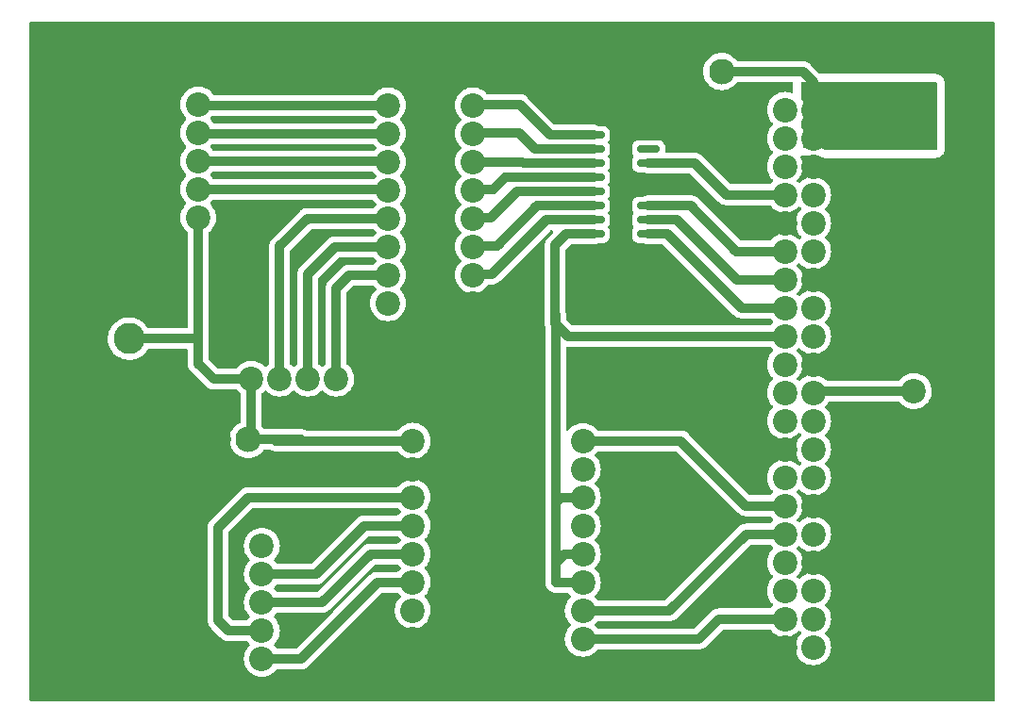
<source format=gbr>
%TF.GenerationSoftware,KiCad,Pcbnew,(6.0.2)*%
%TF.CreationDate,2024-01-03T17:43:02+03:00*%
%TF.ProjectId,RaspShiled_ver3,52617370-5368-4696-9c65-645f76657233,rev?*%
%TF.SameCoordinates,PX6c62950PY7c28ab0*%
%TF.FileFunction,Copper,L1,Top*%
%TF.FilePolarity,Positive*%
%FSLAX46Y46*%
G04 Gerber Fmt 4.6, Leading zero omitted, Abs format (unit mm)*
G04 Created by KiCad (PCBNEW (6.0.2)) date 2024-01-03 17:43:02*
%MOMM*%
%LPD*%
G01*
G04 APERTURE LIST*
G04 Aperture macros list*
%AMRoundRect*
0 Rectangle with rounded corners*
0 $1 Rounding radius*
0 $2 $3 $4 $5 $6 $7 $8 $9 X,Y pos of 4 corners*
0 Add a 4 corners polygon primitive as box body*
4,1,4,$2,$3,$4,$5,$6,$7,$8,$9,$2,$3,0*
0 Add four circle primitives for the rounded corners*
1,1,$1+$1,$2,$3*
1,1,$1+$1,$4,$5*
1,1,$1+$1,$6,$7*
1,1,$1+$1,$8,$9*
0 Add four rect primitives between the rounded corners*
20,1,$1+$1,$2,$3,$4,$5,0*
20,1,$1+$1,$4,$5,$6,$7,0*
20,1,$1+$1,$6,$7,$8,$9,0*
20,1,$1+$1,$8,$9,$2,$3,0*%
G04 Aperture macros list end*
%TA.AperFunction,ComponentPad*%
%ADD10C,2.300000*%
%TD*%
%TA.AperFunction,ComponentPad*%
%ADD11C,1.600000*%
%TD*%
%TA.AperFunction,ComponentPad*%
%ADD12C,2.200000*%
%TD*%
%TA.AperFunction,SMDPad,CuDef*%
%ADD13RoundRect,0.150000X0.825000X0.150000X-0.825000X0.150000X-0.825000X-0.150000X0.825000X-0.150000X0*%
%TD*%
%TA.AperFunction,ComponentPad*%
%ADD14C,2.000000*%
%TD*%
%TA.AperFunction,ComponentPad*%
%ADD15C,2.800000*%
%TD*%
%TA.AperFunction,ComponentPad*%
%ADD16C,2.400000*%
%TD*%
%TA.AperFunction,Conductor*%
%ADD17C,0.850000*%
%TD*%
G04 APERTURE END LIST*
D10*
%TO.P,C1,1*%
%TO.N,5V*%
X62602380Y57050000D03*
D11*
%TO.P,C1,2*%
%TO.N,GND*%
X60102380Y57050000D03*
%TD*%
D12*
%TO.P,J5,1,Pin_1*%
%TO.N,/Blue*%
X21360000Y4295000D03*
%TO.P,J5,2,Pin_2*%
%TO.N,/Purple*%
X21360000Y6835000D03*
%TO.P,J5,3,Pin_3*%
%TO.N,/Yellow*%
X21360000Y9375000D03*
%TO.P,J5,4,Pin_4*%
%TO.N,/Orange*%
X21360000Y11915000D03*
%TO.P,J5,5*%
%TO.N,N/C*%
X21360000Y14455000D03*
%TD*%
D13*
%TO.P,U1,16,VCC*%
%TO.N,3V3*%
X51085000Y42455000D03*
%TO.P,U1,15,Y0*%
%TO.N,Epi_Blue_EN*%
X51085000Y43725000D03*
%TO.P,U1,14,Y1*%
%TO.N,Epi_Red_EN*%
X51085000Y44995000D03*
%TO.P,U1,13,Y2*%
%TO.N,Epi_Green_EN*%
X51085000Y46265000D03*
%TO.P,U1,12,Y3*%
%TO.N,Trans_Blue_EN*%
X51085000Y47535000D03*
%TO.P,U1,11,Y4*%
%TO.N,Trans_Red_EN*%
X51085000Y48805000D03*
%TO.P,U1,10,Y5*%
%TO.N,Trans_Green_EN*%
X51085000Y50075000D03*
%TO.P,U1,9,Y6*%
%TO.N,Trans_UV_EN*%
X51085000Y51345000D03*
%TO.P,U1,8,GND*%
%TO.N,GND*%
X56035000Y51345000D03*
%TO.P,U1,7,Y7*%
%TO.N,unconnected-(U1-Pad7)*%
X56035000Y50075000D03*
%TO.P,U1,6,E3*%
%TO.N,Enable*%
X56035000Y48805000D03*
%TO.P,U1,5,~{E2}*%
%TO.N,GND*%
X56035000Y47535000D03*
%TO.P,U1,4,~{E1}*%
X56035000Y46265000D03*
%TO.P,U1,3,A2*%
%TO.N,A2*%
X56035000Y44995000D03*
%TO.P,U1,2,A1*%
%TO.N,A1*%
X56035000Y43725000D03*
%TO.P,U1,1,A0*%
%TO.N,A0*%
X56035000Y42455000D03*
%TD*%
D12*
%TO.P,U2,16,O1*%
%TO.N,Net-(J6-Pad5)*%
X32670000Y54025000D03*
%TO.P,U2,15,O2*%
%TO.N,Net-(J6-Pad4)*%
X32670000Y51485000D03*
%TO.P,U2,14,O3*%
%TO.N,Net-(J6-Pad3)*%
X32670000Y48945000D03*
%TO.P,U2,13,O4*%
%TO.N,Net-(J6-Pad2)*%
X32670000Y46405000D03*
%TO.P,U2,12,O5*%
%TO.N,Net-(J2-Pad3)*%
X32670000Y43865000D03*
%TO.P,U2,11,O6*%
%TO.N,Net-(J2-Pad2)*%
X32670000Y41325000D03*
%TO.P,U2,10,O7*%
%TO.N,Net-(J2-Pad1)*%
X32670000Y38785000D03*
%TO.P,U2,9,COM*%
%TO.N,unconnected-(U2-Pad9)*%
X32670000Y36245000D03*
%TO.P,U2,8,GND*%
%TO.N,GND*%
X40290000Y36245000D03*
%TO.P,U2,7,I7*%
%TO.N,Epi_Blue_EN*%
X40290000Y38785000D03*
%TO.P,U2,6,I6*%
%TO.N,Epi_Red_EN*%
X40290000Y41325000D03*
%TO.P,U2,5,I5*%
%TO.N,Epi_Green_EN*%
X40290000Y43865000D03*
%TO.P,U2,4,I4*%
%TO.N,Trans_Blue_EN*%
X40290000Y46405000D03*
%TO.P,U2,3,I3*%
%TO.N,Trans_Red_EN*%
X40290000Y48945000D03*
%TO.P,U2,2,I2*%
%TO.N,Trans_Green_EN*%
X40290000Y51485000D03*
%TO.P,U2,1,I1*%
%TO.N,Trans_UV_EN*%
X40290000Y54025000D03*
%TD*%
D10*
%TO.P,C2,1*%
%TO.N,12V*%
X20132379Y24010000D03*
D14*
%TO.P,C2,2*%
%TO.N,GND*%
X17632379Y24010000D03*
%TD*%
D12*
%TO.P,J3,8,Pin_8*%
%TO.N,MotorEN*%
X50150000Y23880000D03*
%TO.P,J3,7,Pin_7*%
%TO.N,unconnected-(J3-Pad7)*%
X50150000Y21340000D03*
%TO.P,J3,6,Pin_6*%
%TO.N,3V3*%
X50150000Y18800000D03*
%TO.P,J3,5,Pin_5*%
%TO.N,unconnected-(J3-Pad5)*%
X50150000Y16260000D03*
%TO.P,J3,4,Pin_4*%
%TO.N,3V3*%
X50150000Y13720000D03*
%TO.P,J3,3,Pin_3*%
X50150000Y11180000D03*
%TO.P,J3,2,Pin_2*%
%TO.N,MotorSTEP*%
X50150000Y8640000D03*
%TO.P,J3,1,Pin_1*%
%TO.N,MotorDIR*%
X50150000Y6100000D03*
%TD*%
D15*
%TO.P,J8,1,Pin_1*%
%TO.N,12V*%
X9460000Y33060000D03*
%TO.P,J8,2,Pin_2*%
%TO.N,GND*%
X9460000Y38060000D03*
%TD*%
D12*
%TO.P,BZ1,1,-*%
%TO.N,Buzzer*%
X79840000Y28360000D03*
%TO.P,BZ1,2,+*%
%TO.N,GND*%
X79840000Y35960000D03*
%TD*%
%TO.P,J2,1,Pin_1*%
%TO.N,Net-(J2-Pad1)*%
X28020000Y29470000D03*
%TO.P,J2,2,Pin_2*%
%TO.N,Net-(J2-Pad2)*%
X25480000Y29470000D03*
%TO.P,J2,3,Pin_3*%
%TO.N,Net-(J2-Pad3)*%
X22940000Y29470000D03*
%TO.P,J2,4,Pin_4*%
%TO.N,12V*%
X20400000Y29470000D03*
%TD*%
%TO.P,J6,1,Pin_1*%
%TO.N,12V*%
X15650000Y43940000D03*
%TO.P,J6,2,Pin_2*%
%TO.N,Net-(J6-Pad2)*%
X15650000Y46480000D03*
%TO.P,J6,3,Pin_3*%
%TO.N,Net-(J6-Pad3)*%
X15650000Y49020000D03*
%TO.P,J6,4,Pin_4*%
%TO.N,Net-(J6-Pad4)*%
X15650000Y51560000D03*
%TO.P,J6,5,Pin_5*%
%TO.N,Net-(J6-Pad5)*%
X15650000Y54100000D03*
%TD*%
%TO.P,J4,1,Pin_1*%
%TO.N,GND*%
X34890000Y6110000D03*
%TO.P,J4,2,Pin_2*%
%TO.N,unconnected-(J4-Pad2)*%
X34890000Y8650000D03*
%TO.P,J4,3,Pin_3*%
%TO.N,/Blue*%
X34890000Y11190000D03*
%TO.P,J4,4,Pin_4*%
%TO.N,/Yellow*%
X34890000Y13730000D03*
%TO.P,J4,5,Pin_5*%
%TO.N,/Orange*%
X34890000Y16270000D03*
%TO.P,J4,6,Pin_6*%
%TO.N,/Purple*%
X34890000Y18810000D03*
%TO.P,J4,7,Pin_7*%
%TO.N,GND*%
X34890000Y21350000D03*
%TO.P,J4,8,Pin_8*%
%TO.N,12V*%
X34890000Y23890000D03*
%TD*%
D15*
%TO.P,J7,1,Pin_1*%
%TO.N,GND*%
X79940000Y46980000D03*
D16*
%TO.P,J7,2,Pin_2*%
%TO.N,5V*%
X79940000Y51980000D03*
%TD*%
D12*
%TO.P,J1,1,Pin_1*%
%TO.N,3V3*%
X68280000Y53610000D03*
%TO.P,J1,2,Pin_2*%
%TO.N,5V*%
X70820000Y53610000D03*
%TO.P,J1,3,Pin_3*%
%TO.N,/GPIO[2]{slash}SDA1*%
X68280000Y51070000D03*
%TO.P,J1,4,Pin_4*%
%TO.N,5V*%
X70820000Y51070000D03*
%TO.P,J1,5,Pin_5*%
%TO.N,/GPIO[3]{slash}SCL1*%
X68280000Y48530000D03*
%TO.P,J1,6,Pin_6*%
%TO.N,GND*%
X70820000Y48530000D03*
%TO.P,J1,7,Pin_7*%
%TO.N,Enable*%
X68280000Y45990000D03*
%TO.P,J1,8,Pin_8*%
%TO.N,/GPIO[14]{slash}TXD0*%
X70820000Y45990000D03*
%TO.P,J1,9,Pin_9*%
%TO.N,GND*%
X68280000Y43450000D03*
%TO.P,J1,10,Pin_10*%
%TO.N,/GPIO[15]{slash}RXD0*%
X70820000Y43450000D03*
%TO.P,J1,11,Pin_11*%
%TO.N,A2*%
X68280000Y40910000D03*
%TO.P,J1,12,Pin_12*%
%TO.N,/GPIO[18]{slash}PCM.CLK*%
X70820000Y40910000D03*
%TO.P,J1,13,Pin_13*%
%TO.N,A1*%
X68280000Y38370000D03*
%TO.P,J1,14,Pin_14*%
%TO.N,GND*%
X70820000Y38370000D03*
%TO.P,J1,15,Pin_15*%
%TO.N,A0*%
X68280000Y35830000D03*
%TO.P,J1,16,Pin_16*%
%TO.N,/GPIO[23]*%
X70820000Y35830000D03*
%TO.P,J1,17,Pin_17*%
%TO.N,3V3*%
X68280000Y33290000D03*
%TO.P,J1,18,Pin_18*%
%TO.N,unconnected-(J1-Pad18)*%
X70820000Y33290000D03*
%TO.P,J1,19,Pin_19*%
%TO.N,/GPIO[10]{slash}SPI0.MOSI*%
X68280000Y30750000D03*
%TO.P,J1,20,Pin_20*%
%TO.N,GND*%
X70820000Y30750000D03*
%TO.P,J1,21,Pin_21*%
%TO.N,/GPIO[9]{slash}SPI0.MISO*%
X68280000Y28210000D03*
%TO.P,J1,22,Pin_22*%
%TO.N,Buzzer*%
X70820000Y28210000D03*
%TO.P,J1,23,Pin_23*%
%TO.N,/GPIO[11]{slash}SPI0.SCLK*%
X68280000Y25670000D03*
%TO.P,J1,24,Pin_24*%
%TO.N,/GPIO[8]{slash}SPI0.CE0*%
X70820000Y25670000D03*
%TO.P,J1,25,Pin_25*%
%TO.N,GND*%
X68280000Y23130000D03*
%TO.P,J1,26,Pin_26*%
%TO.N,/GPIO[7]{slash}SPI0.CE1*%
X70820000Y23130000D03*
%TO.P,J1,27,Pin_27*%
%TO.N,/ID_SDA*%
X68280000Y20590000D03*
%TO.P,J1,28,Pin_28*%
%TO.N,/ID_SCL*%
X70820000Y20590000D03*
%TO.P,J1,29,Pin_29*%
%TO.N,MotorEN*%
X68280000Y18050000D03*
%TO.P,J1,30,Pin_30*%
%TO.N,GND*%
X70820000Y18050000D03*
%TO.P,J1,31,Pin_31*%
%TO.N,MotorSTEP*%
X68280000Y15510000D03*
%TO.P,J1,32,Pin_32*%
%TO.N,/GPIO[12]{slash}PWM0*%
X70820000Y15510000D03*
%TO.P,J1,33,Pin_33*%
%TO.N,/GPIO[13]{slash}PWM1*%
X68280000Y12970000D03*
%TO.P,J1,34,Pin_34*%
%TO.N,GND*%
X70820000Y12970000D03*
%TO.P,J1,35,Pin_35*%
%TO.N,/GPIO[19]{slash}PCM.FS*%
X68280000Y10430000D03*
%TO.P,J1,36,Pin_36*%
%TO.N,/GPIO[16]*%
X70820000Y10430000D03*
%TO.P,J1,37,Pin_37*%
%TO.N,MotorDIR*%
X68280000Y7890000D03*
%TO.P,J1,38,Pin_38*%
%TO.N,/GPIO[20]{slash}PCM.DIN*%
X70820000Y7890000D03*
%TO.P,J1,39,Pin_39*%
%TO.N,GND*%
X68280000Y5350000D03*
%TO.P,J1,40,Pin_40*%
%TO.N,/GPIO[21]{slash}PCM.DOUT*%
X70820000Y5350000D03*
%TD*%
D17*
%TO.N,12V*%
X24850000Y24010000D02*
X24970000Y23890000D01*
X24970000Y23890000D02*
X22560000Y23890000D01*
X20132379Y24010000D02*
X24850000Y24010000D01*
X34890000Y23890000D02*
X24970000Y23890000D01*
X20400000Y24277621D02*
X20132379Y24010000D01*
X20400000Y29470000D02*
X20400000Y24277621D01*
X9460000Y33060000D02*
X15550000Y33060000D01*
X15650000Y33160000D02*
X15650000Y43940000D01*
X15550000Y33060000D02*
X15650000Y33160000D01*
X15650000Y30810000D02*
X15650000Y33160000D01*
%TO.N,Trans_Red_EN*%
X44675000Y48945000D02*
X44815000Y48805000D01*
X44815000Y48805000D02*
X51085000Y48805000D01*
X40290000Y48945000D02*
X44675000Y48945000D01*
%TO.N,Buzzer*%
X70970000Y28360000D02*
X70820000Y28210000D01*
X79840000Y28360000D02*
X70970000Y28360000D01*
%TO.N,5V*%
X70820000Y56120000D02*
X70820000Y53610000D01*
X69890000Y57050000D02*
X70820000Y56120000D01*
X62602380Y57050000D02*
X69890000Y57050000D01*
%TO.N,MotorDIR*%
X60560000Y6100000D02*
X50150000Y6100000D01*
X68280000Y7890000D02*
X62350000Y7890000D01*
X62350000Y7890000D02*
X60560000Y6100000D01*
%TO.N,MotorSTEP*%
X64800000Y15510000D02*
X68280000Y15510000D01*
X50150000Y8640000D02*
X57930000Y8640000D01*
X57930000Y8640000D02*
X64800000Y15510000D01*
%TO.N,MotorEN*%
X64770000Y18050000D02*
X68280000Y18050000D01*
X58940000Y23880000D02*
X64770000Y18050000D01*
X50150000Y23880000D02*
X58940000Y23880000D01*
%TO.N,3V3*%
X47700000Y17090000D02*
X47700000Y35230000D01*
X47660000Y35270000D02*
X47660000Y41440000D01*
X47660000Y34460000D02*
X47660000Y35270000D01*
X47700000Y35230000D02*
X47660000Y35270000D01*
X47700000Y17090000D02*
X47700000Y18350000D01*
X47700000Y12360000D02*
X47700000Y17090000D01*
X48150000Y18800000D02*
X50150000Y18800000D01*
X47700000Y18350000D02*
X48150000Y18800000D01*
X47700000Y12360000D02*
X47700000Y12940000D01*
X47700000Y11180000D02*
X47700000Y12360000D01*
X47700000Y12940000D02*
X48480000Y13720000D01*
X48480000Y13720000D02*
X50150000Y13720000D01*
X50150000Y11180000D02*
X47700000Y11180000D01*
X47660000Y41440000D02*
X48675000Y42455000D01*
X48675000Y42455000D02*
X51085000Y42455000D01*
X48830000Y33290000D02*
X47660000Y34460000D01*
X68280000Y33290000D02*
X48830000Y33290000D01*
%TO.N,A0*%
X56035000Y42455000D02*
X57765000Y42455000D01*
X57765000Y42455000D02*
X64390000Y35830000D01*
X64390000Y35830000D02*
X68280000Y35830000D01*
%TO.N,A1*%
X63960000Y38370000D02*
X68280000Y38370000D01*
X56035000Y43725000D02*
X58605000Y43725000D01*
X58605000Y43725000D02*
X63960000Y38370000D01*
%TO.N,A2*%
X63940000Y40910000D02*
X68280000Y40910000D01*
X59855000Y44995000D02*
X63940000Y40910000D01*
X56035000Y44995000D02*
X59855000Y44995000D01*
%TO.N,Enable*%
X63020000Y45990000D02*
X68280000Y45990000D01*
X60205000Y48805000D02*
X63020000Y45990000D01*
X56035000Y48805000D02*
X60205000Y48805000D01*
%TO.N,Net-(J2-Pad1)*%
X28020000Y37590000D02*
X28020000Y29470000D01*
X29215000Y38785000D02*
X28020000Y37590000D01*
X32670000Y38785000D02*
X29215000Y38785000D01*
%TO.N,Net-(J2-Pad2)*%
X27945000Y41325000D02*
X32670000Y41325000D01*
X25480000Y38860000D02*
X27945000Y41325000D01*
X25480000Y29470000D02*
X25480000Y38860000D01*
%TO.N,Net-(J2-Pad3)*%
X25455000Y43865000D02*
X22940000Y41350000D01*
X22940000Y41350000D02*
X22940000Y29470000D01*
X32670000Y43865000D02*
X25455000Y43865000D01*
%TO.N,Net-(J6-Pad2)*%
X32595000Y46480000D02*
X32670000Y46405000D01*
X15650000Y46480000D02*
X32595000Y46480000D01*
%TO.N,Net-(J6-Pad3)*%
X32595000Y49020000D02*
X32670000Y48945000D01*
X15650000Y49020000D02*
X32595000Y49020000D01*
%TO.N,Net-(J6-Pad4)*%
X15725000Y51485000D02*
X15650000Y51560000D01*
X32670000Y51485000D02*
X15725000Y51485000D01*
%TO.N,Net-(J6-Pad5)*%
X15725000Y54025000D02*
X15650000Y54100000D01*
X32670000Y54025000D02*
X15725000Y54025000D01*
%TO.N,/Purple*%
X17430000Y7750000D02*
X17430000Y16100000D01*
X17430000Y16100000D02*
X20140000Y18810000D01*
X18345000Y6835000D02*
X17430000Y7750000D01*
X20140000Y18810000D02*
X34890000Y18810000D01*
X21360000Y6835000D02*
X18345000Y6835000D01*
%TO.N,/Orange*%
X26215000Y11915000D02*
X21360000Y11915000D01*
X30570000Y16270000D02*
X26215000Y11915000D01*
X34890000Y16270000D02*
X30570000Y16270000D01*
%TO.N,/Yellow*%
X26765000Y9375000D02*
X21360000Y9375000D01*
X31120000Y13730000D02*
X26765000Y9375000D01*
X34890000Y13730000D02*
X31120000Y13730000D01*
%TO.N,/Blue*%
X24835000Y4295000D02*
X21360000Y4295000D01*
X31730000Y11190000D02*
X24835000Y4295000D01*
X34890000Y11190000D02*
X31730000Y11190000D01*
%TO.N,12V*%
X17050000Y29410000D02*
X15650000Y30810000D01*
X17110000Y29470000D02*
X17050000Y29410000D01*
X20400000Y29470000D02*
X17110000Y29470000D01*
%TO.N,Epi_Blue_EN*%
X46855000Y43725000D02*
X41985000Y38855000D01*
X51085000Y43725000D02*
X46855000Y43725000D01*
X41985000Y38855000D02*
X40410000Y38855000D01*
%TO.N,Epi_Red_EN*%
X46045000Y44995000D02*
X42445000Y41395000D01*
X42445000Y41395000D02*
X40410000Y41395000D01*
X51085000Y44995000D02*
X46045000Y44995000D01*
%TO.N,Epi_Green_EN*%
X41905000Y43935000D02*
X40410000Y43935000D01*
X44235000Y46265000D02*
X41905000Y43935000D01*
X51085000Y46265000D02*
X44235000Y46265000D01*
%TO.N,Trans_Blue_EN*%
X43205000Y47535000D02*
X43200000Y47540000D01*
X43200000Y47540000D02*
X42135000Y46475000D01*
X42135000Y46475000D02*
X40410000Y46475000D01*
X51085000Y47535000D02*
X43205000Y47535000D01*
%TO.N,Trans_Green_EN*%
X45905000Y50075000D02*
X51085000Y50075000D01*
X44425000Y51555000D02*
X45905000Y50075000D01*
X40410000Y51555000D02*
X44425000Y51555000D01*
%TO.N,Trans_UV_EN*%
X44495000Y54095000D02*
X40410000Y54095000D01*
X47245000Y51345000D02*
X44495000Y54095000D01*
X51085000Y51345000D02*
X47245000Y51345000D01*
%TD*%
%TA.AperFunction,Conductor*%
%TO.N,GND*%
G36*
X87034121Y61521998D02*
G01*
X87080614Y61468342D01*
X87092000Y61416000D01*
X87092000Y634000D01*
X87071998Y565879D01*
X87018342Y519386D01*
X86966000Y508000D01*
X604000Y508000D01*
X535879Y528002D01*
X489386Y581658D01*
X478000Y634000D01*
X478000Y7799125D01*
X16492644Y7799125D01*
X16492989Y7792538D01*
X16492989Y7792533D01*
X16496327Y7728850D01*
X16496500Y7722256D01*
X16496500Y7701078D01*
X16496844Y7697806D01*
X16496844Y7697804D01*
X16498714Y7680009D01*
X16499231Y7673435D01*
X16502914Y7603164D01*
X16504624Y7596783D01*
X16504624Y7596782D01*
X16506727Y7588935D01*
X16510330Y7569497D01*
X16511870Y7554845D01*
X16533616Y7487917D01*
X16535483Y7481616D01*
X16553702Y7413621D01*
X16556697Y7407743D01*
X16560391Y7400493D01*
X16567954Y7382234D01*
X16570467Y7374499D01*
X16570470Y7374493D01*
X16572508Y7368220D01*
X16575806Y7362507D01*
X16575809Y7362501D01*
X16607697Y7307270D01*
X16610830Y7301500D01*
X16642789Y7238779D01*
X16646946Y7233646D01*
X16652058Y7227333D01*
X16663259Y7211035D01*
X16667321Y7203998D01*
X16667325Y7203993D01*
X16670623Y7198280D01*
X16675041Y7193373D01*
X16675042Y7193372D01*
X16717704Y7145991D01*
X16721988Y7140976D01*
X16735323Y7124509D01*
X16750294Y7109538D01*
X16754835Y7104753D01*
X16774900Y7082469D01*
X16801926Y7052453D01*
X16813849Y7043790D01*
X16828881Y7030951D01*
X17625951Y6233881D01*
X17638790Y6218849D01*
X17647453Y6206926D01*
X17652363Y6202505D01*
X17652364Y6202504D01*
X17699753Y6159835D01*
X17704538Y6155294D01*
X17719509Y6140323D01*
X17722073Y6138247D01*
X17735976Y6126988D01*
X17740991Y6122704D01*
X17768119Y6098278D01*
X17793280Y6075623D01*
X17798993Y6072325D01*
X17798998Y6072321D01*
X17806035Y6068259D01*
X17822332Y6057058D01*
X17833779Y6047789D01*
X17896492Y6015836D01*
X17902264Y6012701D01*
X17957496Y5980812D01*
X17957502Y5980809D01*
X17963220Y5977508D01*
X17969497Y5975469D01*
X17969505Y5975465D01*
X17977234Y5972954D01*
X17995499Y5965389D01*
X18008621Y5958703D01*
X18076631Y5940479D01*
X18082878Y5938628D01*
X18149845Y5916870D01*
X18156412Y5916180D01*
X18156420Y5916178D01*
X18164505Y5915328D01*
X18183936Y5911727D01*
X18186957Y5910918D01*
X18198164Y5907915D01*
X18204755Y5907570D01*
X18204759Y5907569D01*
X18268416Y5904233D01*
X18274990Y5903716D01*
X18292804Y5901844D01*
X18292806Y5901844D01*
X18296078Y5901500D01*
X18317275Y5901500D01*
X18323869Y5901327D01*
X18387533Y5897990D01*
X18387538Y5897990D01*
X18394125Y5897645D01*
X18400640Y5898677D01*
X18400642Y5898677D01*
X18408672Y5899949D01*
X18428383Y5901500D01*
X19983880Y5901500D01*
X20052001Y5881498D01*
X20079690Y5857332D01*
X20219102Y5694102D01*
X20222858Y5690894D01*
X20222865Y5690887D01*
X20258080Y5660810D01*
X20296889Y5601359D01*
X20297395Y5530365D01*
X20258080Y5469190D01*
X20222865Y5439113D01*
X20222858Y5439106D01*
X20219102Y5435898D01*
X20054672Y5243376D01*
X19922384Y5027502D01*
X19920491Y5022932D01*
X19920489Y5022928D01*
X19892723Y4955894D01*
X19825495Y4793591D01*
X19766391Y4547403D01*
X19746526Y4295000D01*
X19766391Y4042597D01*
X19825495Y3796409D01*
X19827388Y3791838D01*
X19827389Y3791836D01*
X19905749Y3602659D01*
X19922384Y3562498D01*
X20054672Y3346624D01*
X20219102Y3154102D01*
X20411624Y2989672D01*
X20627498Y2857384D01*
X20632068Y2855491D01*
X20632072Y2855489D01*
X20856836Y2762389D01*
X20861409Y2760495D01*
X20946032Y2740179D01*
X21102784Y2702546D01*
X21102790Y2702545D01*
X21107597Y2701391D01*
X21360000Y2681526D01*
X21612403Y2701391D01*
X21617210Y2702545D01*
X21617216Y2702546D01*
X21773968Y2740179D01*
X21858591Y2760495D01*
X21863164Y2762389D01*
X22087928Y2855489D01*
X22087932Y2855491D01*
X22092502Y2857384D01*
X22308376Y2989672D01*
X22500898Y3154102D01*
X22640310Y3317331D01*
X22699760Y3356140D01*
X22736120Y3361500D01*
X24751611Y3361500D01*
X24771321Y3359949D01*
X24785875Y3357644D01*
X24792462Y3357989D01*
X24792467Y3357989D01*
X24856150Y3361327D01*
X24862744Y3361500D01*
X24883922Y3361500D01*
X24887194Y3361844D01*
X24887196Y3361844D01*
X24904991Y3363714D01*
X24911565Y3364231D01*
X24975235Y3367568D01*
X24975236Y3367568D01*
X24981836Y3367914D01*
X24996068Y3371728D01*
X25015503Y3375330D01*
X25023592Y3376180D01*
X25023594Y3376180D01*
X25030155Y3376870D01*
X25097083Y3398616D01*
X25103384Y3400483D01*
X25171379Y3418702D01*
X25184508Y3425391D01*
X25202766Y3432954D01*
X25210501Y3435467D01*
X25210507Y3435470D01*
X25216780Y3437508D01*
X25222493Y3440806D01*
X25222499Y3440809D01*
X25277730Y3472697D01*
X25283500Y3475830D01*
X25346221Y3507789D01*
X25357668Y3517058D01*
X25373965Y3528259D01*
X25381002Y3532321D01*
X25381007Y3532325D01*
X25386720Y3535623D01*
X25439009Y3582704D01*
X25444024Y3586988D01*
X25457927Y3598247D01*
X25460491Y3600323D01*
X25475462Y3615294D01*
X25480247Y3619835D01*
X25527636Y3662504D01*
X25527637Y3662505D01*
X25532547Y3666926D01*
X25541210Y3678849D01*
X25554049Y3693881D01*
X32079764Y10219595D01*
X32142076Y10253621D01*
X32168859Y10256500D01*
X33513880Y10256500D01*
X33582001Y10236498D01*
X33609690Y10212332D01*
X33749102Y10049102D01*
X33752858Y10045894D01*
X33752865Y10045887D01*
X33788080Y10015810D01*
X33826889Y9956359D01*
X33827395Y9885365D01*
X33788080Y9824190D01*
X33752865Y9794113D01*
X33752858Y9794106D01*
X33749102Y9790898D01*
X33584672Y9598376D01*
X33452384Y9382502D01*
X33450491Y9377932D01*
X33450489Y9377928D01*
X33375281Y9196359D01*
X33355495Y9148591D01*
X33348099Y9117784D01*
X33308565Y8953111D01*
X33296391Y8902403D01*
X33276526Y8650000D01*
X33296391Y8397597D01*
X33297545Y8392790D01*
X33297546Y8392784D01*
X33299708Y8383779D01*
X33355495Y8151409D01*
X33357388Y8146838D01*
X33357389Y8146836D01*
X33448157Y7927704D01*
X33452384Y7917498D01*
X33584672Y7701624D01*
X33749102Y7509102D01*
X33941624Y7344672D01*
X34157498Y7212384D01*
X34162068Y7210491D01*
X34162072Y7210489D01*
X34386836Y7117389D01*
X34391409Y7115495D01*
X34476032Y7095179D01*
X34632784Y7057546D01*
X34632790Y7057545D01*
X34637597Y7056391D01*
X34890000Y7036526D01*
X35142403Y7056391D01*
X35147210Y7057545D01*
X35147216Y7057546D01*
X35303968Y7095179D01*
X35388591Y7115495D01*
X35393164Y7117389D01*
X35617928Y7210489D01*
X35617932Y7210491D01*
X35622502Y7212384D01*
X35838376Y7344672D01*
X36030898Y7509102D01*
X36195328Y7701624D01*
X36327616Y7917498D01*
X36331844Y7927704D01*
X36422611Y8146836D01*
X36422612Y8146838D01*
X36424505Y8151409D01*
X36480292Y8383779D01*
X36482454Y8392784D01*
X36482455Y8392790D01*
X36483609Y8397597D01*
X36503474Y8650000D01*
X36483609Y8902403D01*
X36471436Y8953111D01*
X36431901Y9117784D01*
X36424505Y9148591D01*
X36404719Y9196359D01*
X36329511Y9377928D01*
X36329509Y9377932D01*
X36327616Y9382502D01*
X36195328Y9598376D01*
X36030898Y9790898D01*
X36027142Y9794106D01*
X36027135Y9794113D01*
X35991920Y9824190D01*
X35953111Y9883641D01*
X35952605Y9954635D01*
X35991920Y10015810D01*
X36027135Y10045887D01*
X36027142Y10045894D01*
X36030898Y10049102D01*
X36195328Y10241624D01*
X36327616Y10457498D01*
X36339987Y10487363D01*
X36422611Y10686836D01*
X36422612Y10686838D01*
X36424505Y10691409D01*
X36462826Y10851029D01*
X36482454Y10932784D01*
X36482455Y10932790D01*
X36483609Y10937597D01*
X36503474Y11190000D01*
X36483609Y11442403D01*
X36471436Y11493111D01*
X36431901Y11657784D01*
X36424505Y11688591D01*
X36404719Y11736359D01*
X36329511Y11917928D01*
X36329509Y11917932D01*
X36327616Y11922502D01*
X36195328Y12138376D01*
X36030898Y12330898D01*
X36027142Y12334106D01*
X36027135Y12334113D01*
X35991920Y12364190D01*
X35953111Y12423641D01*
X35952605Y12494635D01*
X35991920Y12555810D01*
X36027135Y12585887D01*
X36027142Y12585894D01*
X36030898Y12589102D01*
X36195328Y12781624D01*
X36327616Y12997498D01*
X36350251Y13052142D01*
X36422611Y13226836D01*
X36422612Y13226838D01*
X36424505Y13231409D01*
X36480292Y13463779D01*
X36482454Y13472784D01*
X36482455Y13472790D01*
X36483609Y13477597D01*
X36503474Y13730000D01*
X36483609Y13982403D01*
X36451989Y14114113D01*
X36430867Y14202090D01*
X36424505Y14228591D01*
X36382037Y14331119D01*
X36329511Y14457928D01*
X36329509Y14457932D01*
X36327616Y14462502D01*
X36195328Y14678376D01*
X36030898Y14870898D01*
X36027142Y14874106D01*
X36027135Y14874113D01*
X35991920Y14904190D01*
X35953111Y14963641D01*
X35952605Y15034635D01*
X35991920Y15095810D01*
X36027135Y15125887D01*
X36027142Y15125894D01*
X36030898Y15129102D01*
X36195328Y15321624D01*
X36327616Y15537498D01*
X36350251Y15592142D01*
X36422611Y15766836D01*
X36422612Y15766838D01*
X36424505Y15771409D01*
X36480292Y16003779D01*
X36482454Y16012784D01*
X36482455Y16012790D01*
X36483609Y16017597D01*
X36503474Y16270000D01*
X36483609Y16522403D01*
X36477338Y16548527D01*
X36440010Y16704009D01*
X36424505Y16768591D01*
X36412511Y16797547D01*
X36329511Y16997928D01*
X36329509Y16997932D01*
X36327616Y17002502D01*
X36195328Y17218376D01*
X36030898Y17410898D01*
X36027142Y17414106D01*
X36027135Y17414113D01*
X35991920Y17444190D01*
X35953111Y17503641D01*
X35952605Y17574635D01*
X35991920Y17635810D01*
X36027135Y17665887D01*
X36027142Y17665894D01*
X36030898Y17669102D01*
X36195328Y17861624D01*
X36327616Y18077498D01*
X36424505Y18311409D01*
X36480292Y18543779D01*
X36482454Y18552784D01*
X36482455Y18552790D01*
X36483609Y18557597D01*
X36503474Y18810000D01*
X36483609Y19062403D01*
X36451989Y19194113D01*
X36430081Y19285365D01*
X36424505Y19308591D01*
X36382037Y19411119D01*
X36329511Y19537928D01*
X36329509Y19537932D01*
X36327616Y19542502D01*
X36195328Y19758376D01*
X36030898Y19950898D01*
X35838376Y20115328D01*
X35622502Y20247616D01*
X35617932Y20249509D01*
X35617928Y20249511D01*
X35393164Y20342611D01*
X35393162Y20342612D01*
X35388591Y20344505D01*
X35301319Y20365457D01*
X35147216Y20402454D01*
X35147210Y20402455D01*
X35142403Y20403609D01*
X34890000Y20423474D01*
X34637597Y20403609D01*
X34632790Y20402455D01*
X34632784Y20402454D01*
X34478681Y20365457D01*
X34391409Y20344505D01*
X34386838Y20342612D01*
X34386836Y20342611D01*
X34162072Y20249511D01*
X34162068Y20249509D01*
X34157498Y20247616D01*
X33941624Y20115328D01*
X33749102Y19950898D01*
X33671041Y19859500D01*
X33609691Y19787669D01*
X33550240Y19748860D01*
X33513880Y19743500D01*
X20223389Y19743500D01*
X20203678Y19745051D01*
X20195641Y19746324D01*
X20189125Y19747356D01*
X20182538Y19747011D01*
X20182533Y19747011D01*
X20118850Y19743673D01*
X20112256Y19743500D01*
X20091078Y19743500D01*
X20087806Y19743156D01*
X20087804Y19743156D01*
X20070009Y19741286D01*
X20063435Y19740769D01*
X19999766Y19737432D01*
X19993165Y19737086D01*
X19978933Y19733272D01*
X19959498Y19729670D01*
X19951407Y19728820D01*
X19951404Y19728819D01*
X19944845Y19728130D01*
X19877926Y19706387D01*
X19871614Y19704517D01*
X19850327Y19698813D01*
X19809994Y19688006D01*
X19809991Y19688005D01*
X19803621Y19686298D01*
X19797743Y19683303D01*
X19790493Y19679609D01*
X19772234Y19672046D01*
X19764503Y19669534D01*
X19764499Y19669532D01*
X19758220Y19667492D01*
X19697251Y19632291D01*
X19691498Y19629168D01*
X19628780Y19597212D01*
X19623646Y19593055D01*
X19623645Y19593054D01*
X19617331Y19587941D01*
X19601046Y19576748D01*
X19588280Y19569377D01*
X19583370Y19564956D01*
X19535990Y19522295D01*
X19530975Y19518011D01*
X19514509Y19504677D01*
X19499538Y19489706D01*
X19494753Y19485165D01*
X19442453Y19438074D01*
X19433793Y19426154D01*
X19420951Y19411119D01*
X16828881Y16819049D01*
X16813849Y16806210D01*
X16801926Y16797547D01*
X16797505Y16792637D01*
X16797504Y16792636D01*
X16754835Y16745247D01*
X16750294Y16740462D01*
X16735323Y16725491D01*
X16733247Y16722927D01*
X16721988Y16709024D01*
X16717704Y16704009D01*
X16670623Y16651720D01*
X16667325Y16646007D01*
X16667321Y16646002D01*
X16663259Y16638965D01*
X16652058Y16622668D01*
X16642789Y16611221D01*
X16610830Y16548500D01*
X16607697Y16542730D01*
X16575809Y16487499D01*
X16575806Y16487493D01*
X16572508Y16481780D01*
X16570470Y16475507D01*
X16570467Y16475501D01*
X16567954Y16467766D01*
X16560391Y16449508D01*
X16553702Y16436379D01*
X16540741Y16388006D01*
X16535485Y16368391D01*
X16533616Y16362083D01*
X16511870Y16295155D01*
X16511180Y16288594D01*
X16511180Y16288592D01*
X16510330Y16280503D01*
X16506728Y16261068D01*
X16502914Y16246836D01*
X16502568Y16240236D01*
X16502568Y16240235D01*
X16499231Y16176565D01*
X16498714Y16169991D01*
X16496844Y16152196D01*
X16496500Y16148922D01*
X16496500Y16127744D01*
X16496327Y16121150D01*
X16492644Y16050875D01*
X16493676Y16044359D01*
X16494949Y16036322D01*
X16496500Y16016611D01*
X16496500Y7833389D01*
X16494949Y7813679D01*
X16492644Y7799125D01*
X478000Y7799125D01*
X478000Y33120101D01*
X7547569Y33120101D01*
X7558180Y32850037D01*
X7606737Y32584163D01*
X7692272Y32327783D01*
X7694265Y32323795D01*
X7783161Y32145887D01*
X7813078Y32086013D01*
X7815607Y32082354D01*
X7950526Y31887142D01*
X7966744Y31863676D01*
X8064995Y31757389D01*
X8139745Y31676526D01*
X8150205Y31665210D01*
X8359799Y31494573D01*
X8591346Y31355170D01*
X8595441Y31353436D01*
X8595443Y31353435D01*
X8836124Y31251520D01*
X8836131Y31251518D01*
X8840225Y31249784D01*
X8862873Y31243779D01*
X9097172Y31181655D01*
X9097177Y31181654D01*
X9101469Y31180516D01*
X9105878Y31179994D01*
X9105884Y31179993D01*
X9255210Y31162320D01*
X9369868Y31148749D01*
X9640064Y31155117D01*
X9644459Y31155849D01*
X9644464Y31155849D01*
X9902267Y31198759D01*
X9902271Y31198760D01*
X9906669Y31199492D01*
X10076378Y31253164D01*
X10160114Y31279646D01*
X10160116Y31279647D01*
X10164360Y31280989D01*
X10168371Y31282915D01*
X10168376Y31282917D01*
X10403979Y31396052D01*
X10403980Y31396053D01*
X10407998Y31397982D01*
X10556768Y31497387D01*
X10629013Y31545659D01*
X10629017Y31545662D01*
X10632721Y31548137D01*
X10636038Y31551108D01*
X10636042Y31551111D01*
X10830729Y31725488D01*
X10834045Y31728458D01*
X11007953Y31935346D01*
X11090171Y32067179D01*
X11143188Y32114393D01*
X11197081Y32126500D01*
X14590500Y32126500D01*
X14658621Y32106498D01*
X14705114Y32052842D01*
X14716500Y32000500D01*
X14716500Y30893389D01*
X14714949Y30873679D01*
X14712644Y30859125D01*
X14712989Y30852538D01*
X14712989Y30852533D01*
X14716327Y30788850D01*
X14716500Y30782256D01*
X14716500Y30761078D01*
X14716844Y30757806D01*
X14716844Y30757804D01*
X14718714Y30740009D01*
X14719231Y30733435D01*
X14722914Y30663164D01*
X14724624Y30656783D01*
X14724624Y30656782D01*
X14726727Y30648935D01*
X14730330Y30629497D01*
X14731870Y30614845D01*
X14753616Y30547917D01*
X14755483Y30541616D01*
X14773702Y30473621D01*
X14776697Y30467743D01*
X14780391Y30460493D01*
X14787954Y30442234D01*
X14790467Y30434499D01*
X14790470Y30434493D01*
X14792508Y30428220D01*
X14795806Y30422507D01*
X14795809Y30422501D01*
X14827697Y30367270D01*
X14830830Y30361500D01*
X14862789Y30298779D01*
X14866946Y30293646D01*
X14872058Y30287333D01*
X14883259Y30271035D01*
X14887321Y30263998D01*
X14887325Y30263993D01*
X14890623Y30258280D01*
X14895041Y30253373D01*
X14895042Y30253372D01*
X14937704Y30205991D01*
X14941988Y30200976D01*
X14948430Y30193021D01*
X14955323Y30184509D01*
X14970294Y30169538D01*
X14974835Y30164753D01*
X15021926Y30112453D01*
X15033849Y30103790D01*
X15048881Y30090951D01*
X16459294Y28680538D01*
X16495026Y28657334D01*
X16505680Y28649592D01*
X16538779Y28622789D01*
X16544661Y28619792D01*
X16576717Y28603459D01*
X16588141Y28596864D01*
X16618327Y28577260D01*
X16618331Y28577258D01*
X16623865Y28573664D01*
X16630031Y28571297D01*
X16663626Y28558401D01*
X16675674Y28553037D01*
X16713621Y28533702D01*
X16719992Y28531995D01*
X16719997Y28531993D01*
X16754756Y28522680D01*
X16767290Y28518608D01*
X16807061Y28503341D01*
X16849129Y28496678D01*
X16862029Y28493936D01*
X16896789Y28484622D01*
X16896791Y28484622D01*
X16903164Y28482914D01*
X16909753Y28482569D01*
X16909758Y28482568D01*
X16945683Y28480686D01*
X16958803Y28479308D01*
X17000875Y28472644D01*
X17007476Y28472990D01*
X17007477Y28472990D01*
X17043405Y28474873D01*
X17056595Y28474873D01*
X17092523Y28472990D01*
X17092524Y28472990D01*
X17099125Y28472644D01*
X17141197Y28479308D01*
X17154317Y28480686D01*
X17190242Y28482568D01*
X17190247Y28482569D01*
X17196836Y28482914D01*
X17203209Y28484622D01*
X17203211Y28484622D01*
X17237971Y28493936D01*
X17250871Y28496678D01*
X17292939Y28503341D01*
X17332710Y28518608D01*
X17345244Y28522680D01*
X17380801Y28532207D01*
X17413411Y28536500D01*
X19023880Y28536500D01*
X19092001Y28516498D01*
X19119690Y28492332D01*
X19259102Y28329102D01*
X19404325Y28205070D01*
X19422331Y28189691D01*
X19461140Y28130240D01*
X19466500Y28093880D01*
X19466500Y25613521D01*
X19446498Y25545400D01*
X19388718Y25497112D01*
X19381682Y25494198D01*
X19381678Y25494196D01*
X19377108Y25492303D01*
X19154523Y25355903D01*
X18956016Y25186363D01*
X18786476Y24987856D01*
X18650076Y24765271D01*
X18648183Y24760701D01*
X18648181Y24760697D01*
X18564928Y24559706D01*
X18550175Y24524089D01*
X18543386Y24495810D01*
X18490388Y24275062D01*
X18490387Y24275056D01*
X18489233Y24270249D01*
X18468751Y24010000D01*
X18489233Y23749751D01*
X18490387Y23744944D01*
X18490388Y23744938D01*
X18514974Y23642531D01*
X18550175Y23495911D01*
X18552068Y23491340D01*
X18552069Y23491338D01*
X18597192Y23382403D01*
X18650076Y23254729D01*
X18786476Y23032144D01*
X18956016Y22833637D01*
X19154523Y22664097D01*
X19377108Y22527697D01*
X19381678Y22525804D01*
X19381682Y22525802D01*
X19499158Y22477142D01*
X19618290Y22427796D01*
X19707310Y22406424D01*
X19867317Y22368009D01*
X19867323Y22368008D01*
X19872130Y22366854D01*
X20132379Y22346372D01*
X20392628Y22366854D01*
X20397435Y22368008D01*
X20397441Y22368009D01*
X20557448Y22406424D01*
X20646468Y22427796D01*
X20765600Y22477142D01*
X20883076Y22525802D01*
X20883080Y22525804D01*
X20887650Y22527697D01*
X21110235Y22664097D01*
X21308742Y22833637D01*
X21478282Y23032144D01*
X21480115Y23030578D01*
X21528458Y23067893D01*
X21574228Y23076500D01*
X22068263Y23076500D01*
X22131261Y23059620D01*
X22178220Y23032508D01*
X22184506Y23030466D01*
X22184505Y23030466D01*
X22358566Y22973910D01*
X22358567Y22973910D01*
X22364845Y22971870D01*
X22371408Y22971180D01*
X22371409Y22971180D01*
X22394405Y22968763D01*
X22511078Y22956500D01*
X24942256Y22956500D01*
X24948850Y22956327D01*
X25012533Y22952989D01*
X25012538Y22952989D01*
X25019125Y22952644D01*
X25033679Y22954949D01*
X25053389Y22956500D01*
X33513880Y22956500D01*
X33582001Y22936498D01*
X33609690Y22912332D01*
X33749102Y22749102D01*
X33941624Y22584672D01*
X34157498Y22452384D01*
X34162068Y22450491D01*
X34162072Y22450489D01*
X34371255Y22363843D01*
X34391409Y22355495D01*
X34476032Y22335179D01*
X34632784Y22297546D01*
X34632790Y22297545D01*
X34637597Y22296391D01*
X34890000Y22276526D01*
X35142403Y22296391D01*
X35147210Y22297545D01*
X35147216Y22297546D01*
X35303968Y22335179D01*
X35388591Y22355495D01*
X35408745Y22363843D01*
X35617928Y22450489D01*
X35617932Y22450491D01*
X35622502Y22452384D01*
X35838376Y22584672D01*
X36030898Y22749102D01*
X36195328Y22941624D01*
X36327616Y23157498D01*
X36366143Y23250509D01*
X36422611Y23386836D01*
X36422612Y23386838D01*
X36424505Y23391409D01*
X36448496Y23491338D01*
X36482454Y23632784D01*
X36482455Y23632790D01*
X36483609Y23637597D01*
X36503474Y23890000D01*
X36483609Y24142403D01*
X36451989Y24274113D01*
X36430081Y24365365D01*
X36424505Y24388591D01*
X36386179Y24481119D01*
X36329511Y24617928D01*
X36329509Y24617932D01*
X36327616Y24622502D01*
X36195328Y24838376D01*
X36030898Y25030898D01*
X35838376Y25195328D01*
X35622502Y25327616D01*
X35617932Y25329509D01*
X35617928Y25329511D01*
X35393164Y25422611D01*
X35393162Y25422612D01*
X35388591Y25424505D01*
X35303968Y25444821D01*
X35147216Y25482454D01*
X35147210Y25482455D01*
X35142403Y25483609D01*
X34890000Y25503474D01*
X34637597Y25483609D01*
X34632790Y25482455D01*
X34632784Y25482454D01*
X34476032Y25444821D01*
X34391409Y25424505D01*
X34386838Y25422612D01*
X34386836Y25422611D01*
X34162072Y25329511D01*
X34162068Y25329509D01*
X34157498Y25327616D01*
X33941624Y25195328D01*
X33749102Y25030898D01*
X33616045Y24875108D01*
X33609691Y24867669D01*
X33550240Y24828860D01*
X33513880Y24823500D01*
X25341739Y24823500D01*
X25278740Y24840380D01*
X25237496Y24864192D01*
X25237495Y24864192D01*
X25231780Y24867492D01*
X25225507Y24869530D01*
X25225501Y24869533D01*
X25217766Y24872046D01*
X25199507Y24879609D01*
X25192257Y24883303D01*
X25186379Y24886298D01*
X25118384Y24904517D01*
X25112083Y24906384D01*
X25045155Y24928130D01*
X25038594Y24928820D01*
X25038592Y24928820D01*
X25030503Y24929670D01*
X25011068Y24933272D01*
X24996836Y24937086D01*
X24990236Y24937432D01*
X24990235Y24937432D01*
X24926565Y24940769D01*
X24919991Y24941286D01*
X24902196Y24943156D01*
X24902194Y24943156D01*
X24898922Y24943500D01*
X24877744Y24943500D01*
X24871150Y24943673D01*
X24807467Y24947011D01*
X24807462Y24947011D01*
X24800875Y24947356D01*
X24794359Y24946324D01*
X24786322Y24945051D01*
X24766611Y24943500D01*
X21574228Y24943500D01*
X21506107Y24963502D01*
X21479359Y24988776D01*
X21478282Y24987856D01*
X21363689Y25122028D01*
X21334658Y25186818D01*
X21333500Y25203858D01*
X21333500Y28093880D01*
X21353502Y28162001D01*
X21377669Y28189691D01*
X21395676Y28205070D01*
X21540898Y28329102D01*
X21544106Y28332858D01*
X21544113Y28332865D01*
X21574190Y28368080D01*
X21633641Y28406889D01*
X21704635Y28407395D01*
X21765810Y28368080D01*
X21795887Y28332865D01*
X21795894Y28332858D01*
X21799102Y28329102D01*
X21991624Y28164672D01*
X22207498Y28032384D01*
X22212068Y28030491D01*
X22212072Y28030489D01*
X22436836Y27937389D01*
X22441409Y27935495D01*
X22526032Y27915179D01*
X22682784Y27877546D01*
X22682790Y27877545D01*
X22687597Y27876391D01*
X22940000Y27856526D01*
X23192403Y27876391D01*
X23197210Y27877545D01*
X23197216Y27877546D01*
X23353968Y27915179D01*
X23438591Y27935495D01*
X23443164Y27937389D01*
X23667928Y28030489D01*
X23667932Y28030491D01*
X23672502Y28032384D01*
X23888376Y28164672D01*
X24080898Y28329102D01*
X24084106Y28332858D01*
X24084113Y28332865D01*
X24114190Y28368080D01*
X24173641Y28406889D01*
X24244635Y28407395D01*
X24305810Y28368080D01*
X24335887Y28332865D01*
X24335894Y28332858D01*
X24339102Y28329102D01*
X24531624Y28164672D01*
X24747498Y28032384D01*
X24752068Y28030491D01*
X24752072Y28030489D01*
X24976836Y27937389D01*
X24981409Y27935495D01*
X25066032Y27915179D01*
X25222784Y27877546D01*
X25222790Y27877545D01*
X25227597Y27876391D01*
X25480000Y27856526D01*
X25732403Y27876391D01*
X25737210Y27877545D01*
X25737216Y27877546D01*
X25893968Y27915179D01*
X25978591Y27935495D01*
X25983164Y27937389D01*
X26207928Y28030489D01*
X26207932Y28030491D01*
X26212502Y28032384D01*
X26428376Y28164672D01*
X26620898Y28329102D01*
X26624106Y28332858D01*
X26624113Y28332865D01*
X26654190Y28368080D01*
X26713641Y28406889D01*
X26784635Y28407395D01*
X26845810Y28368080D01*
X26875887Y28332865D01*
X26875894Y28332858D01*
X26879102Y28329102D01*
X27071624Y28164672D01*
X27287498Y28032384D01*
X27292068Y28030491D01*
X27292072Y28030489D01*
X27516836Y27937389D01*
X27521409Y27935495D01*
X27606032Y27915179D01*
X27762784Y27877546D01*
X27762790Y27877545D01*
X27767597Y27876391D01*
X28020000Y27856526D01*
X28272403Y27876391D01*
X28277210Y27877545D01*
X28277216Y27877546D01*
X28433968Y27915179D01*
X28518591Y27935495D01*
X28523164Y27937389D01*
X28747928Y28030489D01*
X28747932Y28030491D01*
X28752502Y28032384D01*
X28968376Y28164672D01*
X29160898Y28329102D01*
X29325328Y28521624D01*
X29457616Y28737498D01*
X29507775Y28858591D01*
X29552611Y28966836D01*
X29552612Y28966838D01*
X29554505Y28971409D01*
X29574821Y29056032D01*
X29612454Y29212784D01*
X29612455Y29212790D01*
X29613609Y29217597D01*
X29633474Y29470000D01*
X29613609Y29722403D01*
X29595493Y29797865D01*
X29558102Y29953609D01*
X29554505Y29968591D01*
X29552611Y29973164D01*
X29459511Y30197928D01*
X29459509Y30197932D01*
X29457616Y30202502D01*
X29325328Y30418376D01*
X29160898Y30610898D01*
X28997669Y30750310D01*
X28958860Y30809760D01*
X28953500Y30846120D01*
X28953500Y37151142D01*
X28973502Y37219263D01*
X28990405Y37240237D01*
X29564763Y37814595D01*
X29627075Y37848621D01*
X29653858Y37851500D01*
X31293880Y37851500D01*
X31362001Y37831498D01*
X31389690Y37807332D01*
X31529102Y37644102D01*
X31532858Y37640894D01*
X31532865Y37640887D01*
X31568080Y37610810D01*
X31606889Y37551359D01*
X31607395Y37480365D01*
X31568080Y37419190D01*
X31532865Y37389113D01*
X31532858Y37389106D01*
X31529102Y37385898D01*
X31364672Y37193376D01*
X31232384Y36977502D01*
X31230491Y36972932D01*
X31230489Y36972928D01*
X31137389Y36748164D01*
X31135495Y36743591D01*
X31134340Y36738779D01*
X31090922Y36557928D01*
X31076391Y36497403D01*
X31056526Y36245000D01*
X31076391Y35992597D01*
X31135495Y35746409D01*
X31137388Y35741838D01*
X31137389Y35741836D01*
X31228898Y35520915D01*
X31232384Y35512498D01*
X31364672Y35296624D01*
X31529102Y35104102D01*
X31721624Y34939672D01*
X31937498Y34807384D01*
X31942068Y34805491D01*
X31942072Y34805489D01*
X32166836Y34712389D01*
X32171409Y34710495D01*
X32242316Y34693472D01*
X32412784Y34652546D01*
X32412790Y34652545D01*
X32417597Y34651391D01*
X32670000Y34631526D01*
X32922403Y34651391D01*
X32927210Y34652545D01*
X32927216Y34652546D01*
X33097684Y34693472D01*
X33168591Y34710495D01*
X33173164Y34712389D01*
X33397928Y34805489D01*
X33397932Y34805491D01*
X33402502Y34807384D01*
X33618376Y34939672D01*
X33810898Y35104102D01*
X33975328Y35296624D01*
X34107616Y35512498D01*
X34111103Y35520915D01*
X34202611Y35741836D01*
X34202612Y35741838D01*
X34204505Y35746409D01*
X34263609Y35992597D01*
X34283474Y36245000D01*
X34263609Y36497403D01*
X34249079Y36557928D01*
X34205660Y36738779D01*
X34204505Y36743591D01*
X34202611Y36748164D01*
X34109511Y36972928D01*
X34109509Y36972932D01*
X34107616Y36977502D01*
X33975328Y37193376D01*
X33810898Y37385898D01*
X33807142Y37389106D01*
X33807135Y37389113D01*
X33771920Y37419190D01*
X33733111Y37478641D01*
X33732605Y37549635D01*
X33771920Y37610810D01*
X33807135Y37640887D01*
X33807142Y37640894D01*
X33810898Y37644102D01*
X33975328Y37836624D01*
X34107616Y38052498D01*
X34120375Y38083299D01*
X34202611Y38281836D01*
X34202612Y38281838D01*
X34204505Y38286409D01*
X34263609Y38532597D01*
X34283474Y38785000D01*
X38676526Y38785000D01*
X38696391Y38532597D01*
X38755495Y38286409D01*
X38757388Y38281838D01*
X38757389Y38281836D01*
X38839626Y38083299D01*
X38852384Y38052498D01*
X38984672Y37836624D01*
X39149102Y37644102D01*
X39341624Y37479672D01*
X39557498Y37347384D01*
X39562068Y37345491D01*
X39562072Y37345489D01*
X39745500Y37269511D01*
X39791409Y37250495D01*
X39864873Y37232858D01*
X40032784Y37192546D01*
X40032790Y37192545D01*
X40037597Y37191391D01*
X40290000Y37171526D01*
X40542403Y37191391D01*
X40547210Y37192545D01*
X40547216Y37192546D01*
X40715127Y37232858D01*
X40788591Y37250495D01*
X40834500Y37269511D01*
X41017928Y37345489D01*
X41017932Y37345491D01*
X41022502Y37347384D01*
X41238376Y37479672D01*
X41430898Y37644102D01*
X41595328Y37836624D01*
X41597907Y37840832D01*
X41597911Y37840838D01*
X41610471Y37861335D01*
X41663119Y37908966D01*
X41717904Y37921500D01*
X41901611Y37921500D01*
X41921321Y37919949D01*
X41935875Y37917644D01*
X41942462Y37917989D01*
X41942467Y37917989D01*
X42006150Y37921327D01*
X42012744Y37921500D01*
X42033922Y37921500D01*
X42037194Y37921844D01*
X42037196Y37921844D01*
X42054991Y37923714D01*
X42061565Y37924231D01*
X42125235Y37927568D01*
X42125236Y37927568D01*
X42131836Y37927914D01*
X42146068Y37931728D01*
X42165503Y37935330D01*
X42173592Y37936180D01*
X42173594Y37936180D01*
X42180155Y37936870D01*
X42247083Y37958616D01*
X42253384Y37960483D01*
X42321379Y37978702D01*
X42334508Y37985391D01*
X42352766Y37992954D01*
X42360501Y37995467D01*
X42360507Y37995470D01*
X42366780Y37997508D01*
X42372493Y38000806D01*
X42372499Y38000809D01*
X42427730Y38032697D01*
X42433500Y38035830D01*
X42496221Y38067789D01*
X42507668Y38077058D01*
X42523965Y38088259D01*
X42531002Y38092321D01*
X42531007Y38092325D01*
X42536720Y38095623D01*
X42564209Y38120374D01*
X42589009Y38142704D01*
X42594024Y38146988D01*
X42607927Y38158247D01*
X42610491Y38160323D01*
X42625462Y38175294D01*
X42630247Y38179835D01*
X42677636Y38222504D01*
X42677637Y38222505D01*
X42682547Y38226926D01*
X42691210Y38238849D01*
X42704049Y38253881D01*
X47204763Y42754595D01*
X47267075Y42788621D01*
X47293858Y42791500D01*
X47387142Y42791500D01*
X47455263Y42771498D01*
X47501756Y42717842D01*
X47511860Y42647568D01*
X47482366Y42582988D01*
X47476237Y42576405D01*
X47058881Y42159049D01*
X47043849Y42146210D01*
X47031926Y42137547D01*
X47027505Y42132637D01*
X47027504Y42132636D01*
X46984835Y42085247D01*
X46980294Y42080462D01*
X46965323Y42065491D01*
X46962271Y42061722D01*
X46951988Y42049024D01*
X46947704Y42044009D01*
X46910213Y42002371D01*
X46900623Y41991720D01*
X46897325Y41986007D01*
X46897321Y41986002D01*
X46893259Y41978965D01*
X46882058Y41962668D01*
X46872789Y41951221D01*
X46840830Y41888500D01*
X46837697Y41882730D01*
X46805809Y41827499D01*
X46805806Y41827493D01*
X46802508Y41821780D01*
X46800470Y41815507D01*
X46800467Y41815501D01*
X46797954Y41807766D01*
X46790391Y41789508D01*
X46783702Y41776379D01*
X46767997Y41717766D01*
X46765485Y41708391D01*
X46763616Y41702083D01*
X46741870Y41635155D01*
X46741180Y41628594D01*
X46741180Y41628592D01*
X46740330Y41620503D01*
X46736728Y41601068D01*
X46732914Y41586836D01*
X46732568Y41580236D01*
X46732568Y41580235D01*
X46729231Y41516565D01*
X46728714Y41509991D01*
X46727822Y41501498D01*
X46726500Y41488922D01*
X46726500Y41467744D01*
X46726327Y41461150D01*
X46723066Y41398922D01*
X46722644Y41390875D01*
X46723676Y41384359D01*
X46724949Y41376322D01*
X46726500Y41356611D01*
X46726500Y35353389D01*
X46724949Y35333679D01*
X46722644Y35319125D01*
X46722989Y35312538D01*
X46722989Y35312533D01*
X46726327Y35248850D01*
X46726500Y35242256D01*
X46726500Y34543389D01*
X46724949Y34523679D01*
X46722644Y34509125D01*
X46722989Y34502538D01*
X46722989Y34502533D01*
X46726327Y34438850D01*
X46726500Y34432256D01*
X46726500Y34411078D01*
X46726844Y34407806D01*
X46726844Y34407804D01*
X46728714Y34390009D01*
X46729231Y34383435D01*
X46732914Y34313164D01*
X46735735Y34302638D01*
X46736727Y34298935D01*
X46740330Y34279497D01*
X46741870Y34264845D01*
X46743910Y34258568D01*
X46743910Y34258566D01*
X46760333Y34208022D01*
X46766500Y34169086D01*
X46766500Y18377744D01*
X46766327Y18371150D01*
X46762644Y18300875D01*
X46763676Y18294359D01*
X46764949Y18286322D01*
X46766500Y18266611D01*
X46766500Y12967744D01*
X46766327Y12961150D01*
X46762644Y12890875D01*
X46763676Y12884359D01*
X46764949Y12876322D01*
X46766500Y12856611D01*
X46766500Y11081885D01*
X46767873Y11075427D01*
X46775355Y11040224D01*
X46777418Y11027199D01*
X46781147Y10991727D01*
X46781870Y10984845D01*
X46783910Y10978568D01*
X46783910Y10978566D01*
X46795029Y10944348D01*
X46798444Y10931603D01*
X46805924Y10896406D01*
X46805926Y10896401D01*
X46807298Y10889944D01*
X46809984Y10883912D01*
X46824624Y10851029D01*
X46829350Y10838716D01*
X46842508Y10798220D01*
X46845810Y10792501D01*
X46845812Y10792496D01*
X46863802Y10761337D01*
X46869782Y10749601D01*
X46887112Y10710679D01*
X46890994Y10705336D01*
X46912146Y10676222D01*
X46919327Y10665163D01*
X46937317Y10634004D01*
X46937323Y10633996D01*
X46940623Y10628280D01*
X46969122Y10596629D01*
X46977416Y10586387D01*
X47002453Y10551926D01*
X47034110Y10523422D01*
X47043422Y10514110D01*
X47071926Y10482453D01*
X47098814Y10462918D01*
X47106387Y10457416D01*
X47116629Y10449122D01*
X47148280Y10420623D01*
X47153996Y10417323D01*
X47154004Y10417317D01*
X47185163Y10399327D01*
X47196222Y10392146D01*
X47230679Y10367112D01*
X47269601Y10349782D01*
X47281337Y10343802D01*
X47312496Y10325812D01*
X47312501Y10325810D01*
X47318220Y10322508D01*
X47324506Y10320466D01*
X47324505Y10320466D01*
X47358716Y10309350D01*
X47371029Y10304624D01*
X47409944Y10287298D01*
X47416401Y10285926D01*
X47416406Y10285924D01*
X47438254Y10281281D01*
X47451609Y10278442D01*
X47464344Y10275030D01*
X47480544Y10269766D01*
X47498566Y10263910D01*
X47498568Y10263910D01*
X47504845Y10261870D01*
X47511407Y10261180D01*
X47511408Y10261180D01*
X47547199Y10257418D01*
X47560223Y10255355D01*
X47601885Y10246500D01*
X48773880Y10246500D01*
X48842001Y10226498D01*
X48869690Y10202332D01*
X49009102Y10039102D01*
X49012858Y10035894D01*
X49012865Y10035887D01*
X49048080Y10005810D01*
X49086889Y9946359D01*
X49087395Y9875365D01*
X49048080Y9814190D01*
X49012865Y9784113D01*
X49012858Y9784106D01*
X49009102Y9780898D01*
X48844672Y9588376D01*
X48712384Y9372502D01*
X48710491Y9367932D01*
X48710489Y9367928D01*
X48639423Y9196359D01*
X48615495Y9138591D01*
X48614340Y9133779D01*
X48558792Y8902403D01*
X48556391Y8892403D01*
X48536526Y8640000D01*
X48556391Y8387597D01*
X48615495Y8141409D01*
X48617388Y8136838D01*
X48617389Y8136836D01*
X48709990Y7913278D01*
X48712384Y7907498D01*
X48844672Y7691624D01*
X49009102Y7499102D01*
X49012858Y7495894D01*
X49012865Y7495887D01*
X49048080Y7465810D01*
X49086889Y7406359D01*
X49087395Y7335365D01*
X49048080Y7274190D01*
X49012865Y7244113D01*
X49012858Y7244106D01*
X49009102Y7240898D01*
X48844672Y7048376D01*
X48712384Y6832502D01*
X48710491Y6827932D01*
X48710489Y6827928D01*
X48639423Y6656359D01*
X48615495Y6598591D01*
X48556391Y6352403D01*
X48536526Y6100000D01*
X48556391Y5847597D01*
X48615495Y5601409D01*
X48617388Y5596838D01*
X48617389Y5596836D01*
X48695749Y5407659D01*
X48712384Y5367498D01*
X48844672Y5151624D01*
X49009102Y4959102D01*
X49201624Y4794672D01*
X49417498Y4662384D01*
X49422068Y4660491D01*
X49422072Y4660489D01*
X49646836Y4567389D01*
X49651409Y4565495D01*
X49726768Y4547403D01*
X49892784Y4507546D01*
X49892790Y4507545D01*
X49897597Y4506391D01*
X50150000Y4486526D01*
X50402403Y4506391D01*
X50407210Y4507545D01*
X50407216Y4507546D01*
X50573232Y4547403D01*
X50648591Y4565495D01*
X50653164Y4567389D01*
X50877928Y4660489D01*
X50877932Y4660491D01*
X50882502Y4662384D01*
X51098376Y4794672D01*
X51290898Y4959102D01*
X51430310Y5122331D01*
X51489760Y5161140D01*
X51526120Y5166500D01*
X60476611Y5166500D01*
X60496321Y5164949D01*
X60510875Y5162644D01*
X60517462Y5162989D01*
X60517467Y5162989D01*
X60581150Y5166327D01*
X60587744Y5166500D01*
X60608922Y5166500D01*
X60612194Y5166844D01*
X60612196Y5166844D01*
X60629991Y5168714D01*
X60636565Y5169231D01*
X60700235Y5172568D01*
X60700236Y5172568D01*
X60706836Y5172914D01*
X60721068Y5176728D01*
X60740503Y5180330D01*
X60748592Y5181180D01*
X60748594Y5181180D01*
X60755155Y5181870D01*
X60822083Y5203616D01*
X60828384Y5205483D01*
X60896379Y5223702D01*
X60909508Y5230391D01*
X60927766Y5237954D01*
X60935501Y5240467D01*
X60935507Y5240470D01*
X60941780Y5242508D01*
X60947493Y5245806D01*
X60947499Y5245809D01*
X61002730Y5277697D01*
X61008500Y5280830D01*
X61071221Y5312789D01*
X61082668Y5322058D01*
X61098965Y5333259D01*
X61106002Y5337321D01*
X61106007Y5337325D01*
X61111720Y5340623D01*
X61164009Y5387704D01*
X61169024Y5391988D01*
X61182927Y5403247D01*
X61185491Y5405323D01*
X61200462Y5420294D01*
X61205247Y5424835D01*
X61252636Y5467504D01*
X61252637Y5467505D01*
X61257547Y5471926D01*
X61266210Y5483849D01*
X61279049Y5498881D01*
X62699763Y6919595D01*
X62762075Y6953621D01*
X62788858Y6956500D01*
X66903880Y6956500D01*
X66972001Y6936498D01*
X66999690Y6912332D01*
X67139102Y6749102D01*
X67331624Y6584672D01*
X67547498Y6452384D01*
X67552068Y6450491D01*
X67552072Y6450489D01*
X67776836Y6357389D01*
X67781409Y6355495D01*
X67840865Y6341221D01*
X68022784Y6297546D01*
X68022790Y6297545D01*
X68027597Y6296391D01*
X68280000Y6276526D01*
X68532403Y6296391D01*
X68537210Y6297545D01*
X68537216Y6297546D01*
X68719135Y6341221D01*
X68778591Y6355495D01*
X68783164Y6357389D01*
X69007928Y6450489D01*
X69007932Y6450491D01*
X69012502Y6452384D01*
X69228376Y6584672D01*
X69420898Y6749102D01*
X69424106Y6752858D01*
X69424113Y6752865D01*
X69454190Y6788080D01*
X69513641Y6826889D01*
X69584635Y6827395D01*
X69645810Y6788080D01*
X69675887Y6752865D01*
X69675894Y6752858D01*
X69679102Y6749102D01*
X69682858Y6745894D01*
X69682865Y6745887D01*
X69718080Y6715810D01*
X69756889Y6656359D01*
X69757395Y6585365D01*
X69718080Y6524190D01*
X69682865Y6494113D01*
X69682858Y6494106D01*
X69679102Y6490898D01*
X69514672Y6298376D01*
X69382384Y6082502D01*
X69380491Y6077932D01*
X69380489Y6077928D01*
X69289115Y5857331D01*
X69285495Y5848591D01*
X69284340Y5843779D01*
X69249308Y5697858D01*
X69226391Y5602403D01*
X69206526Y5350000D01*
X69226391Y5097597D01*
X69285495Y4851409D01*
X69287388Y4846838D01*
X69287389Y4846836D01*
X69364577Y4660489D01*
X69382384Y4617498D01*
X69514672Y4401624D01*
X69679102Y4209102D01*
X69871624Y4044672D01*
X70087498Y3912384D01*
X70092068Y3910491D01*
X70092072Y3910489D01*
X70316836Y3817389D01*
X70321409Y3815495D01*
X70380865Y3801221D01*
X70562784Y3757546D01*
X70562790Y3757545D01*
X70567597Y3756391D01*
X70820000Y3736526D01*
X71072403Y3756391D01*
X71077210Y3757545D01*
X71077216Y3757546D01*
X71259135Y3801221D01*
X71318591Y3815495D01*
X71323164Y3817389D01*
X71547928Y3910489D01*
X71547932Y3910491D01*
X71552502Y3912384D01*
X71768376Y4044672D01*
X71960898Y4209102D01*
X72125328Y4401624D01*
X72257616Y4617498D01*
X72275424Y4660489D01*
X72352611Y4846836D01*
X72352612Y4846838D01*
X72354505Y4851409D01*
X72413609Y5097597D01*
X72433474Y5350000D01*
X72413609Y5602403D01*
X72390693Y5697858D01*
X72355660Y5843779D01*
X72354505Y5848591D01*
X72350885Y5857331D01*
X72259511Y6077928D01*
X72259509Y6077932D01*
X72257616Y6082502D01*
X72125328Y6298376D01*
X71960898Y6490898D01*
X71957142Y6494106D01*
X71957135Y6494113D01*
X71921920Y6524190D01*
X71883111Y6583641D01*
X71882605Y6654635D01*
X71921920Y6715810D01*
X71957135Y6745887D01*
X71957142Y6745894D01*
X71960898Y6749102D01*
X72125328Y6941624D01*
X72257616Y7157498D01*
X72272476Y7193372D01*
X72352611Y7386836D01*
X72352612Y7386838D01*
X72354505Y7391409D01*
X72383662Y7512858D01*
X72412454Y7632784D01*
X72412455Y7632790D01*
X72413609Y7637597D01*
X72433474Y7890000D01*
X72413609Y8142403D01*
X72408887Y8162075D01*
X72355660Y8383779D01*
X72354505Y8388591D01*
X72332661Y8441327D01*
X72259511Y8617928D01*
X72259509Y8617932D01*
X72257616Y8622502D01*
X72125328Y8838376D01*
X71960898Y9030898D01*
X71957142Y9034106D01*
X71957135Y9034113D01*
X71921920Y9064190D01*
X71883111Y9123641D01*
X71882605Y9194635D01*
X71921920Y9255810D01*
X71957135Y9285887D01*
X71957142Y9285894D01*
X71960898Y9289102D01*
X72125328Y9481624D01*
X72257616Y9697498D01*
X72292162Y9780898D01*
X72352611Y9926836D01*
X72352612Y9926838D01*
X72354505Y9931409D01*
X72381261Y10042858D01*
X72412454Y10172784D01*
X72412455Y10172790D01*
X72413609Y10177597D01*
X72433474Y10430000D01*
X72413609Y10682403D01*
X72408104Y10705336D01*
X72355660Y10923779D01*
X72354505Y10928591D01*
X72350775Y10937597D01*
X72259511Y11157928D01*
X72259509Y11157932D01*
X72257616Y11162502D01*
X72125328Y11378376D01*
X71960898Y11570898D01*
X71768376Y11735328D01*
X71552502Y11867616D01*
X71547932Y11869509D01*
X71547928Y11869511D01*
X71323164Y11962611D01*
X71323162Y11962612D01*
X71318591Y11964505D01*
X71233968Y11984821D01*
X71077216Y12022454D01*
X71077210Y12022455D01*
X71072403Y12023609D01*
X70820000Y12043474D01*
X70567597Y12023609D01*
X70562790Y12022455D01*
X70562784Y12022454D01*
X70406032Y11984821D01*
X70321409Y11964505D01*
X70316838Y11962612D01*
X70316836Y11962611D01*
X70092072Y11869511D01*
X70092068Y11869509D01*
X70087498Y11867616D01*
X69871624Y11735328D01*
X69679102Y11570898D01*
X69675894Y11567142D01*
X69675887Y11567135D01*
X69645810Y11531920D01*
X69586359Y11493111D01*
X69515365Y11492605D01*
X69454190Y11531920D01*
X69424113Y11567135D01*
X69424106Y11567142D01*
X69420898Y11570898D01*
X69417142Y11574106D01*
X69417135Y11574113D01*
X69381920Y11604190D01*
X69343111Y11663641D01*
X69342605Y11734635D01*
X69381920Y11795810D01*
X69417135Y11825887D01*
X69417142Y11825894D01*
X69420898Y11829102D01*
X69585328Y12021624D01*
X69717616Y12237498D01*
X69752162Y12320898D01*
X69812611Y12466836D01*
X69812612Y12466838D01*
X69814505Y12471409D01*
X69841261Y12582858D01*
X69872454Y12712784D01*
X69872455Y12712790D01*
X69873609Y12717597D01*
X69893474Y12970000D01*
X69873609Y13222403D01*
X69850693Y13317858D01*
X69815660Y13463779D01*
X69814505Y13468591D01*
X69717616Y13702502D01*
X69585328Y13918376D01*
X69420898Y14110898D01*
X69417142Y14114106D01*
X69417135Y14114113D01*
X69381920Y14144190D01*
X69343111Y14203641D01*
X69342605Y14274635D01*
X69381920Y14335810D01*
X69417135Y14365887D01*
X69417142Y14365894D01*
X69420898Y14369102D01*
X69424106Y14372858D01*
X69424113Y14372865D01*
X69454190Y14408080D01*
X69513641Y14446889D01*
X69584635Y14447395D01*
X69645810Y14408080D01*
X69675887Y14372865D01*
X69675894Y14372858D01*
X69679102Y14369102D01*
X69871624Y14204672D01*
X70087498Y14072384D01*
X70092068Y14070491D01*
X70092072Y14070489D01*
X70316643Y13977469D01*
X70321409Y13975495D01*
X70380865Y13961221D01*
X70562784Y13917546D01*
X70562790Y13917545D01*
X70567597Y13916391D01*
X70820000Y13896526D01*
X71072403Y13916391D01*
X71077210Y13917545D01*
X71077216Y13917546D01*
X71259135Y13961221D01*
X71318591Y13975495D01*
X71323357Y13977469D01*
X71547928Y14070489D01*
X71547932Y14070491D01*
X71552502Y14072384D01*
X71768376Y14204672D01*
X71960898Y14369102D01*
X72125328Y14561624D01*
X72257616Y14777498D01*
X72292162Y14860898D01*
X72352611Y15006836D01*
X72352612Y15006838D01*
X72354505Y15011409D01*
X72381261Y15122858D01*
X72412454Y15252784D01*
X72412455Y15252790D01*
X72413609Y15257597D01*
X72433474Y15510000D01*
X72413609Y15762403D01*
X72354505Y16008591D01*
X72347075Y16026529D01*
X72259511Y16237928D01*
X72259509Y16237932D01*
X72257616Y16242502D01*
X72125328Y16458376D01*
X71960898Y16650898D01*
X71768376Y16815328D01*
X71552502Y16947616D01*
X71547932Y16949509D01*
X71547928Y16949511D01*
X71323164Y17042611D01*
X71323162Y17042612D01*
X71318591Y17044505D01*
X71233968Y17064821D01*
X71077216Y17102454D01*
X71077210Y17102455D01*
X71072403Y17103609D01*
X70820000Y17123474D01*
X70567597Y17103609D01*
X70562790Y17102455D01*
X70562784Y17102454D01*
X70406032Y17064821D01*
X70321409Y17044505D01*
X70316838Y17042612D01*
X70316836Y17042611D01*
X70092072Y16949511D01*
X70092068Y16949509D01*
X70087498Y16947616D01*
X69871624Y16815328D01*
X69679102Y16650898D01*
X69675894Y16647142D01*
X69675887Y16647135D01*
X69645810Y16611920D01*
X69586359Y16573111D01*
X69515365Y16572605D01*
X69454190Y16611920D01*
X69424113Y16647135D01*
X69424106Y16647142D01*
X69420898Y16650898D01*
X69417142Y16654106D01*
X69417135Y16654113D01*
X69381920Y16684190D01*
X69343111Y16743641D01*
X69342605Y16814635D01*
X69381920Y16875810D01*
X69417135Y16905887D01*
X69417142Y16905894D01*
X69420898Y16909102D01*
X69585328Y17101624D01*
X69717616Y17317498D01*
X69734252Y17357659D01*
X69812611Y17546836D01*
X69812612Y17546838D01*
X69814505Y17551409D01*
X69841261Y17662858D01*
X69872454Y17792784D01*
X69872455Y17792790D01*
X69873609Y17797597D01*
X69893474Y18050000D01*
X69873609Y18302403D01*
X69872394Y18307467D01*
X69815660Y18543779D01*
X69814505Y18548591D01*
X69717616Y18782502D01*
X69585328Y18998376D01*
X69420898Y19190898D01*
X69417142Y19194106D01*
X69417135Y19194113D01*
X69381920Y19224190D01*
X69343111Y19283641D01*
X69342605Y19354635D01*
X69381920Y19415810D01*
X69417135Y19445887D01*
X69417142Y19445894D01*
X69420898Y19449102D01*
X69424106Y19452858D01*
X69424113Y19452865D01*
X69454190Y19488080D01*
X69513641Y19526889D01*
X69584635Y19527395D01*
X69645810Y19488080D01*
X69675887Y19452865D01*
X69675894Y19452858D01*
X69679102Y19449102D01*
X69871624Y19284672D01*
X70087498Y19152384D01*
X70092068Y19150491D01*
X70092072Y19150489D01*
X70316643Y19057469D01*
X70321409Y19055495D01*
X70406032Y19035179D01*
X70562784Y18997546D01*
X70562790Y18997545D01*
X70567597Y18996391D01*
X70820000Y18976526D01*
X71072403Y18996391D01*
X71077210Y18997545D01*
X71077216Y18997546D01*
X71233968Y19035179D01*
X71318591Y19055495D01*
X71323357Y19057469D01*
X71547928Y19150489D01*
X71547932Y19150491D01*
X71552502Y19152384D01*
X71768376Y19284672D01*
X71960898Y19449102D01*
X72125328Y19641624D01*
X72257616Y19857498D01*
X72292162Y19940898D01*
X72352611Y20086836D01*
X72352612Y20086838D01*
X72354505Y20091409D01*
X72392462Y20249511D01*
X72412454Y20332784D01*
X72412455Y20332790D01*
X72413609Y20337597D01*
X72433474Y20590000D01*
X72413609Y20842403D01*
X72354505Y21088591D01*
X72257616Y21322502D01*
X72125328Y21538376D01*
X71960898Y21730898D01*
X71957142Y21734106D01*
X71957135Y21734113D01*
X71921920Y21764190D01*
X71883111Y21823641D01*
X71882605Y21894635D01*
X71921920Y21955810D01*
X71957135Y21985887D01*
X71957142Y21985894D01*
X71960898Y21989102D01*
X72125328Y22181624D01*
X72257616Y22397498D01*
X72269688Y22426641D01*
X72352611Y22626836D01*
X72352612Y22626838D01*
X72354505Y22631409D01*
X72402284Y22830424D01*
X72412454Y22872784D01*
X72412455Y22872790D01*
X72413609Y22877597D01*
X72433474Y23130000D01*
X72413609Y23382403D01*
X72386359Y23495911D01*
X72355660Y23623779D01*
X72354505Y23628591D01*
X72304319Y23749751D01*
X72259511Y23857928D01*
X72259509Y23857932D01*
X72257616Y23862502D01*
X72125328Y24078376D01*
X71960898Y24270898D01*
X71957142Y24274106D01*
X71957135Y24274113D01*
X71921920Y24304190D01*
X71883111Y24363641D01*
X71882605Y24434635D01*
X71921920Y24495810D01*
X71957135Y24525887D01*
X71957142Y24525894D01*
X71960898Y24529102D01*
X72125328Y24721624D01*
X72257616Y24937498D01*
X72261557Y24947011D01*
X72352611Y25166836D01*
X72352612Y25166838D01*
X72354505Y25171409D01*
X72413609Y25417597D01*
X72433474Y25670000D01*
X72413609Y25922403D01*
X72354505Y26168591D01*
X72257616Y26402502D01*
X72125328Y26618376D01*
X71960898Y26810898D01*
X71957142Y26814106D01*
X71957135Y26814113D01*
X71921920Y26844190D01*
X71883111Y26903641D01*
X71882605Y26974635D01*
X71921920Y27035810D01*
X71957135Y27065887D01*
X71957142Y27065894D01*
X71960898Y27069102D01*
X72125328Y27261624D01*
X72189495Y27366335D01*
X72242143Y27413966D01*
X72296928Y27426500D01*
X78463880Y27426500D01*
X78532001Y27406498D01*
X78559690Y27382332D01*
X78699102Y27219102D01*
X78891624Y27054672D01*
X79107498Y26922384D01*
X79112068Y26920491D01*
X79112072Y26920489D01*
X79296275Y26844190D01*
X79341409Y26825495D01*
X79417885Y26807135D01*
X79582784Y26767546D01*
X79582790Y26767545D01*
X79587597Y26766391D01*
X79840000Y26746526D01*
X80092403Y26766391D01*
X80097210Y26767545D01*
X80097216Y26767546D01*
X80262115Y26807135D01*
X80338591Y26825495D01*
X80383725Y26844190D01*
X80567928Y26920489D01*
X80567932Y26920491D01*
X80572502Y26922384D01*
X80788376Y27054672D01*
X80980898Y27219102D01*
X81145328Y27411624D01*
X81277616Y27627498D01*
X81314367Y27716221D01*
X81372611Y27856836D01*
X81372612Y27856838D01*
X81374505Y27861409D01*
X81396442Y27952784D01*
X81432454Y28102784D01*
X81432455Y28102790D01*
X81433609Y28107597D01*
X81453474Y28360000D01*
X81433609Y28612403D01*
X81431836Y28619792D01*
X81375660Y28853779D01*
X81374505Y28858591D01*
X81329669Y28966836D01*
X81279511Y29087928D01*
X81279509Y29087932D01*
X81277616Y29092502D01*
X81145328Y29308376D01*
X80980898Y29500898D01*
X80788376Y29665328D01*
X80572502Y29797616D01*
X80567932Y29799509D01*
X80567928Y29799511D01*
X80343164Y29892611D01*
X80343162Y29892612D01*
X80338591Y29894505D01*
X80253968Y29914821D01*
X80097216Y29952454D01*
X80097210Y29952455D01*
X80092403Y29953609D01*
X79840000Y29973474D01*
X79587597Y29953609D01*
X79582790Y29952455D01*
X79582784Y29952454D01*
X79426032Y29914821D01*
X79341409Y29894505D01*
X79336838Y29892612D01*
X79336836Y29892611D01*
X79112072Y29799511D01*
X79112068Y29799509D01*
X79107498Y29797616D01*
X78891624Y29665328D01*
X78699102Y29500898D01*
X78567776Y29347135D01*
X78559691Y29337669D01*
X78500240Y29298860D01*
X78463880Y29293500D01*
X72068008Y29293500D01*
X71999887Y29313502D01*
X71972198Y29337668D01*
X71964107Y29347141D01*
X71964106Y29347142D01*
X71960898Y29350898D01*
X71768376Y29515328D01*
X71552502Y29647616D01*
X71547932Y29649509D01*
X71547928Y29649511D01*
X71323164Y29742611D01*
X71323162Y29742612D01*
X71318591Y29744505D01*
X71233968Y29764821D01*
X71077216Y29802454D01*
X71077210Y29802455D01*
X71072403Y29803609D01*
X70820000Y29823474D01*
X70567597Y29803609D01*
X70562790Y29802455D01*
X70562784Y29802454D01*
X70406032Y29764821D01*
X70321409Y29744505D01*
X70316838Y29742612D01*
X70316836Y29742611D01*
X70092072Y29649511D01*
X70092068Y29649509D01*
X70087498Y29647616D01*
X69871624Y29515328D01*
X69679102Y29350898D01*
X69675894Y29347142D01*
X69675887Y29347135D01*
X69645810Y29311920D01*
X69586359Y29273111D01*
X69515365Y29272605D01*
X69454190Y29311920D01*
X69424113Y29347135D01*
X69424106Y29347142D01*
X69420898Y29350898D01*
X69417142Y29354106D01*
X69417135Y29354113D01*
X69381920Y29384190D01*
X69343111Y29443641D01*
X69342605Y29514635D01*
X69381920Y29575810D01*
X69417135Y29605887D01*
X69417142Y29605894D01*
X69420898Y29609102D01*
X69585328Y29801624D01*
X69717616Y30017498D01*
X69748042Y30090951D01*
X69812611Y30246836D01*
X69812612Y30246838D01*
X69814505Y30251409D01*
X69851019Y30403500D01*
X69872454Y30492784D01*
X69872455Y30492790D01*
X69873609Y30497597D01*
X69893474Y30750000D01*
X69873609Y31002403D01*
X69814505Y31248591D01*
X69801642Y31279646D01*
X69719511Y31477928D01*
X69719509Y31477932D01*
X69717616Y31482502D01*
X69585328Y31698376D01*
X69420898Y31890898D01*
X69417142Y31894106D01*
X69417135Y31894113D01*
X69381920Y31924190D01*
X69343111Y31983641D01*
X69342605Y32054635D01*
X69381920Y32115810D01*
X69417135Y32145887D01*
X69417142Y32145894D01*
X69420898Y32149102D01*
X69424106Y32152858D01*
X69424113Y32152865D01*
X69454190Y32188080D01*
X69513641Y32226889D01*
X69584635Y32227395D01*
X69645810Y32188080D01*
X69675887Y32152865D01*
X69675894Y32152858D01*
X69679102Y32149102D01*
X69871624Y31984672D01*
X70087498Y31852384D01*
X70092068Y31850491D01*
X70092072Y31850489D01*
X70316836Y31757389D01*
X70321409Y31755495D01*
X70406032Y31735179D01*
X70562784Y31697546D01*
X70562790Y31697545D01*
X70567597Y31696391D01*
X70820000Y31676526D01*
X71072403Y31696391D01*
X71077210Y31697545D01*
X71077216Y31697546D01*
X71233968Y31735179D01*
X71318591Y31755495D01*
X71323164Y31757389D01*
X71547928Y31850489D01*
X71547932Y31850491D01*
X71552502Y31852384D01*
X71768376Y31984672D01*
X71960898Y32149102D01*
X72125328Y32341624D01*
X72257616Y32557498D01*
X72270476Y32588543D01*
X72352611Y32786836D01*
X72352612Y32786838D01*
X72354505Y32791409D01*
X72413609Y33037597D01*
X72433474Y33290000D01*
X72413609Y33542403D01*
X72388511Y33646947D01*
X72355660Y33783779D01*
X72354505Y33788591D01*
X72257616Y34022502D01*
X72125328Y34238376D01*
X71960898Y34430898D01*
X71957142Y34434106D01*
X71957135Y34434113D01*
X71921920Y34464190D01*
X71883111Y34523641D01*
X71882605Y34594635D01*
X71921920Y34655810D01*
X71957135Y34685887D01*
X71957142Y34685894D01*
X71960898Y34689102D01*
X72125328Y34881624D01*
X72257616Y35097498D01*
X72260352Y35104102D01*
X72352611Y35326836D01*
X72352612Y35326838D01*
X72354505Y35331409D01*
X72378518Y35431433D01*
X72412454Y35572784D01*
X72412455Y35572790D01*
X72413609Y35577597D01*
X72433474Y35830000D01*
X72413609Y36082403D01*
X72354505Y36328591D01*
X72284581Y36497403D01*
X72259511Y36557928D01*
X72259509Y36557932D01*
X72257616Y36562502D01*
X72125328Y36778376D01*
X71960898Y36970898D01*
X71768376Y37135328D01*
X71552502Y37267616D01*
X71547932Y37269509D01*
X71547928Y37269511D01*
X71323164Y37362611D01*
X71323162Y37362612D01*
X71318591Y37364505D01*
X71229482Y37385898D01*
X71077216Y37422454D01*
X71077210Y37422455D01*
X71072403Y37423609D01*
X70820000Y37443474D01*
X70567597Y37423609D01*
X70562790Y37422455D01*
X70562784Y37422454D01*
X70410518Y37385898D01*
X70321409Y37364505D01*
X70316838Y37362612D01*
X70316836Y37362611D01*
X70092072Y37269511D01*
X70092068Y37269509D01*
X70087498Y37267616D01*
X69871624Y37135328D01*
X69679102Y36970898D01*
X69675894Y36967142D01*
X69675887Y36967135D01*
X69645810Y36931920D01*
X69586359Y36893111D01*
X69515365Y36892605D01*
X69454190Y36931920D01*
X69424113Y36967135D01*
X69424106Y36967142D01*
X69420898Y36970898D01*
X69417142Y36974106D01*
X69417135Y36974113D01*
X69381920Y37004190D01*
X69343111Y37063641D01*
X69342605Y37134635D01*
X69381920Y37195810D01*
X69417135Y37225887D01*
X69417142Y37225894D01*
X69420898Y37229102D01*
X69585328Y37421624D01*
X69717616Y37637498D01*
X69720352Y37644102D01*
X69812611Y37866836D01*
X69812612Y37866838D01*
X69814505Y37871409D01*
X69840983Y37981697D01*
X69872454Y38112784D01*
X69872455Y38112790D01*
X69873609Y38117597D01*
X69893474Y38370000D01*
X69873609Y38622403D01*
X69814505Y38868591D01*
X69799162Y38905632D01*
X69719511Y39097928D01*
X69719509Y39097932D01*
X69717616Y39102502D01*
X69585328Y39318376D01*
X69420898Y39510898D01*
X69417142Y39514106D01*
X69417135Y39514113D01*
X69381920Y39544190D01*
X69343111Y39603641D01*
X69342605Y39674635D01*
X69381920Y39735810D01*
X69417135Y39765887D01*
X69417142Y39765894D01*
X69420898Y39769102D01*
X69424106Y39772858D01*
X69424113Y39772865D01*
X69454190Y39808080D01*
X69513641Y39846889D01*
X69584635Y39847395D01*
X69645810Y39808080D01*
X69675887Y39772865D01*
X69675894Y39772858D01*
X69679102Y39769102D01*
X69871624Y39604672D01*
X70087498Y39472384D01*
X70092068Y39470491D01*
X70092072Y39470489D01*
X70295760Y39386119D01*
X70321409Y39375495D01*
X70406032Y39355179D01*
X70562784Y39317546D01*
X70562790Y39317545D01*
X70567597Y39316391D01*
X70820000Y39296526D01*
X71072403Y39316391D01*
X71077210Y39317545D01*
X71077216Y39317546D01*
X71233968Y39355179D01*
X71318591Y39375495D01*
X71344240Y39386119D01*
X71547928Y39470489D01*
X71547932Y39470491D01*
X71552502Y39472384D01*
X71768376Y39604672D01*
X71960898Y39769102D01*
X72125328Y39961624D01*
X72257616Y40177498D01*
X72260352Y40184102D01*
X72352611Y40406836D01*
X72352612Y40406838D01*
X72354505Y40411409D01*
X72396967Y40588278D01*
X72412454Y40652784D01*
X72412455Y40652790D01*
X72413609Y40657597D01*
X72433474Y40910000D01*
X72413609Y41162403D01*
X72381930Y41294359D01*
X72362252Y41376322D01*
X72354505Y41408591D01*
X72349783Y41419991D01*
X72259511Y41637928D01*
X72259509Y41637932D01*
X72257616Y41642502D01*
X72125328Y41858376D01*
X71960898Y42050898D01*
X71957142Y42054106D01*
X71957135Y42054113D01*
X71921920Y42084190D01*
X71883111Y42143641D01*
X71882605Y42214635D01*
X71921920Y42275810D01*
X71957135Y42305887D01*
X71957142Y42305894D01*
X71960898Y42309102D01*
X72125328Y42501624D01*
X72257616Y42717498D01*
X72260352Y42724102D01*
X72352611Y42946836D01*
X72352612Y42946838D01*
X72354505Y42951409D01*
X72380983Y43061697D01*
X72412454Y43192784D01*
X72412455Y43192790D01*
X72413609Y43197597D01*
X72433474Y43450000D01*
X72413609Y43702403D01*
X72354505Y43948591D01*
X72352611Y43953164D01*
X72259511Y44177928D01*
X72259509Y44177932D01*
X72257616Y44182502D01*
X72125328Y44398376D01*
X71960898Y44590898D01*
X71957142Y44594106D01*
X71957135Y44594113D01*
X71921920Y44624190D01*
X71883111Y44683641D01*
X71882605Y44754635D01*
X71921920Y44815810D01*
X71957135Y44845887D01*
X71957142Y44845894D01*
X71960898Y44849102D01*
X72125328Y45041624D01*
X72257616Y45257498D01*
X72260352Y45264102D01*
X72352611Y45486836D01*
X72352612Y45486838D01*
X72354505Y45491409D01*
X72387176Y45627496D01*
X72412454Y45732784D01*
X72412455Y45732790D01*
X72413609Y45737597D01*
X72433474Y45990000D01*
X72413609Y46242403D01*
X72354505Y46488591D01*
X72352611Y46493164D01*
X72259511Y46717928D01*
X72259509Y46717932D01*
X72257616Y46722502D01*
X72125328Y46938376D01*
X71960898Y47130898D01*
X71768376Y47295328D01*
X71552502Y47427616D01*
X71547932Y47429509D01*
X71547928Y47429511D01*
X71323164Y47522611D01*
X71323162Y47522612D01*
X71318591Y47524505D01*
X71229482Y47545898D01*
X71077216Y47582454D01*
X71077210Y47582455D01*
X71072403Y47583609D01*
X70820000Y47603474D01*
X70567597Y47583609D01*
X70562790Y47582455D01*
X70562784Y47582454D01*
X70410518Y47545898D01*
X70321409Y47524505D01*
X70316838Y47522612D01*
X70316836Y47522611D01*
X70092072Y47429511D01*
X70092068Y47429509D01*
X70087498Y47427616D01*
X69871624Y47295328D01*
X69679102Y47130898D01*
X69675894Y47127142D01*
X69675887Y47127135D01*
X69645810Y47091920D01*
X69586359Y47053111D01*
X69515365Y47052605D01*
X69454190Y47091920D01*
X69424113Y47127135D01*
X69424106Y47127142D01*
X69420898Y47130898D01*
X69417142Y47134106D01*
X69417135Y47134113D01*
X69381920Y47164190D01*
X69343111Y47223641D01*
X69342605Y47294635D01*
X69381920Y47355810D01*
X69417135Y47385887D01*
X69417142Y47385894D01*
X69420898Y47389102D01*
X69585328Y47581624D01*
X69717616Y47797498D01*
X69720352Y47804102D01*
X69812611Y48026836D01*
X69812612Y48026838D01*
X69814505Y48031409D01*
X69845103Y48158861D01*
X69872454Y48272784D01*
X69872455Y48272790D01*
X69873609Y48277597D01*
X69893474Y48530000D01*
X69873609Y48782403D01*
X69814505Y49028591D01*
X69812611Y49033164D01*
X69719511Y49257928D01*
X69719509Y49257932D01*
X69717616Y49262502D01*
X69686593Y49313127D01*
X69668055Y49381661D01*
X69689511Y49449337D01*
X69744151Y49494670D01*
X69821045Y49502031D01*
X69842408Y49497341D01*
X69959085Y49471725D01*
X70127781Y49476036D01*
X70188922Y49485050D01*
X70197320Y49486288D01*
X70197328Y49486289D01*
X70198018Y49486391D01*
X70198707Y49486508D01*
X70198738Y49486513D01*
X70208900Y49488240D01*
X70228336Y49491543D01*
X70312740Y49518686D01*
X70380725Y49521255D01*
X70438381Y49507413D01*
X70562784Y49477546D01*
X70562790Y49477545D01*
X70567597Y49476391D01*
X70820000Y49456526D01*
X71072403Y49476391D01*
X71077210Y49477545D01*
X71077216Y49477546D01*
X71241244Y49516926D01*
X71312152Y49513379D01*
X71326386Y49507413D01*
X71371734Y49485050D01*
X71387821Y49475575D01*
X71470353Y49418320D01*
X71471190Y49417777D01*
X71471193Y49417775D01*
X71502773Y49397288D01*
X71502776Y49397286D01*
X71506786Y49394685D01*
X71511141Y49392721D01*
X71511145Y49392719D01*
X71577551Y49362775D01*
X71660620Y49325317D01*
X71664246Y49324184D01*
X71664252Y49324182D01*
X71712336Y49309161D01*
X71732551Y49302846D01*
X71744739Y49299450D01*
X71769760Y49292477D01*
X71769766Y49292476D01*
X71774373Y49291192D01*
X71941912Y49271002D01*
X71945713Y49271005D01*
X71945720Y49271005D01*
X80555991Y49278769D01*
X81794312Y49279886D01*
X81797682Y49280254D01*
X81797690Y49280254D01*
X81940590Y49295840D01*
X81940594Y49295841D01*
X81943962Y49296208D01*
X81996584Y49307775D01*
X82166925Y49369198D01*
X82185062Y49381516D01*
X82303381Y49461874D01*
X82303385Y49461877D01*
X82306524Y49464009D01*
X82322039Y49477546D01*
X82358991Y49509789D01*
X82360019Y49510686D01*
X82361017Y49511637D01*
X82400772Y49549527D01*
X82400773Y49549529D01*
X82404529Y49553108D01*
X82415484Y49567679D01*
X82501354Y49681897D01*
X82501355Y49681899D01*
X82505936Y49687992D01*
X82572116Y49843225D01*
X82586655Y49893376D01*
X82591677Y49910699D01*
X82591683Y49910722D01*
X82591884Y49911414D01*
X82599796Y49941131D01*
X82602513Y49964162D01*
X82619116Y50104939D01*
X82619562Y50108720D01*
X82619313Y50181306D01*
X82619313Y50181311D01*
X82619198Y50215000D01*
X82615349Y51334618D01*
X82613892Y51758601D01*
X82600000Y55801100D01*
X82600000Y56014103D01*
X82584065Y56162613D01*
X82578585Y56187854D01*
X82573582Y56210902D01*
X82573580Y56210909D01*
X82572722Y56214861D01*
X82512273Y56384317D01*
X82418058Y56524319D01*
X82371609Y56578013D01*
X82329372Y56622709D01*
X82325241Y56625842D01*
X82325238Y56625845D01*
X82200991Y56720084D01*
X82194920Y56724689D01*
X82187924Y56727707D01*
X82187922Y56727708D01*
X82043471Y56790018D01*
X82043468Y56790019D01*
X82039970Y56791528D01*
X82036318Y56792604D01*
X82036314Y56792605D01*
X81972552Y56811384D01*
X81972524Y56811392D01*
X81971865Y56811586D01*
X81971208Y56811764D01*
X81971183Y56811771D01*
X81946523Y56818449D01*
X81946524Y56818449D01*
X81942181Y56819625D01*
X81937718Y56820171D01*
X81937716Y56820171D01*
X81778456Y56839641D01*
X81774677Y56840103D01*
X71463695Y56848561D01*
X71395591Y56868619D01*
X71374704Y56885465D01*
X70609047Y57651121D01*
X70596206Y57666156D01*
X70591430Y57672729D01*
X70587547Y57678074D01*
X70535247Y57725165D01*
X70530462Y57729706D01*
X70515491Y57744677D01*
X70499024Y57758012D01*
X70494009Y57762296D01*
X70446628Y57804958D01*
X70446627Y57804959D01*
X70441720Y57809377D01*
X70436007Y57812675D01*
X70436002Y57812679D01*
X70428965Y57816741D01*
X70412667Y57827942D01*
X70406354Y57833054D01*
X70401221Y57837211D01*
X70338500Y57869170D01*
X70332730Y57872303D01*
X70277499Y57904191D01*
X70277493Y57904194D01*
X70271780Y57907492D01*
X70265507Y57909530D01*
X70265501Y57909533D01*
X70257766Y57912046D01*
X70239507Y57919609D01*
X70232257Y57923303D01*
X70226379Y57926298D01*
X70158384Y57944517D01*
X70152083Y57946384D01*
X70085155Y57968130D01*
X70078594Y57968820D01*
X70078592Y57968820D01*
X70070503Y57969670D01*
X70051068Y57973272D01*
X70036836Y57977086D01*
X70030236Y57977432D01*
X70030235Y57977432D01*
X69966565Y57980769D01*
X69959991Y57981286D01*
X69942196Y57983156D01*
X69942194Y57983156D01*
X69938922Y57983500D01*
X69917744Y57983500D01*
X69911150Y57983673D01*
X69847467Y57987011D01*
X69847462Y57987011D01*
X69840875Y57987356D01*
X69834359Y57986324D01*
X69826322Y57985051D01*
X69806611Y57983500D01*
X64044229Y57983500D01*
X63976108Y58003502D01*
X63949360Y58028776D01*
X63948283Y58027856D01*
X63781956Y58222601D01*
X63778743Y58226363D01*
X63580236Y58395903D01*
X63357651Y58532303D01*
X63353081Y58534196D01*
X63353077Y58534198D01*
X63121042Y58630310D01*
X63121040Y58630311D01*
X63116469Y58632204D01*
X63027449Y58653576D01*
X62867442Y58691991D01*
X62867436Y58691992D01*
X62862629Y58693146D01*
X62602380Y58713628D01*
X62342131Y58693146D01*
X62337324Y58691992D01*
X62337318Y58691991D01*
X62177311Y58653576D01*
X62088291Y58632204D01*
X62083720Y58630311D01*
X62083718Y58630310D01*
X61851683Y58534198D01*
X61851679Y58534196D01*
X61847109Y58532303D01*
X61624524Y58395903D01*
X61426017Y58226363D01*
X61256477Y58027856D01*
X61120077Y57805271D01*
X61118184Y57800701D01*
X61118182Y57800697D01*
X61059130Y57658133D01*
X61020176Y57564089D01*
X61019021Y57559277D01*
X60960389Y57315062D01*
X60960388Y57315056D01*
X60959234Y57310249D01*
X60938752Y57050000D01*
X60959234Y56789751D01*
X60960388Y56784944D01*
X60960389Y56784938D01*
X60998585Y56625845D01*
X61020176Y56535911D01*
X61022069Y56531340D01*
X61022070Y56531338D01*
X61024978Y56524319D01*
X61120077Y56294729D01*
X61256477Y56072144D01*
X61426017Y55873637D01*
X61624524Y55704097D01*
X61847109Y55567697D01*
X61851679Y55565804D01*
X61851683Y55565802D01*
X62083718Y55469690D01*
X62088291Y55467796D01*
X62120639Y55460030D01*
X62337318Y55408009D01*
X62337324Y55408008D01*
X62342131Y55406854D01*
X62602380Y55386372D01*
X62862629Y55406854D01*
X62867436Y55408008D01*
X62867442Y55408009D01*
X63084121Y55460030D01*
X63116469Y55467796D01*
X63121042Y55469690D01*
X63353077Y55565802D01*
X63353081Y55565804D01*
X63357651Y55567697D01*
X63580236Y55704097D01*
X63778743Y55873637D01*
X63948283Y56072144D01*
X63950116Y56070578D01*
X63998459Y56107893D01*
X64044229Y56116500D01*
X68884512Y56116500D01*
X68952633Y56096498D01*
X68999126Y56042842D01*
X69010511Y55990908D01*
X69012953Y55236409D01*
X68993172Y55168224D01*
X68939667Y55121557D01*
X68869426Y55111226D01*
X68838736Y55119592D01*
X68783164Y55142611D01*
X68783162Y55142612D01*
X68778591Y55144505D01*
X68689482Y55165898D01*
X68537216Y55202454D01*
X68537210Y55202455D01*
X68532403Y55203609D01*
X68280000Y55223474D01*
X68027597Y55203609D01*
X68022790Y55202455D01*
X68022784Y55202454D01*
X67870518Y55165898D01*
X67781409Y55144505D01*
X67776838Y55142612D01*
X67776836Y55142611D01*
X67552072Y55049511D01*
X67552068Y55049509D01*
X67547498Y55047616D01*
X67331624Y54915328D01*
X67139102Y54750898D01*
X66974672Y54558376D01*
X66842384Y54342502D01*
X66840491Y54337932D01*
X66840489Y54337928D01*
X66815419Y54277403D01*
X66745495Y54108591D01*
X66686391Y53862403D01*
X66666526Y53610000D01*
X66686391Y53357597D01*
X66687545Y53352790D01*
X66687546Y53352784D01*
X66703033Y53288278D01*
X66745495Y53111409D01*
X66747388Y53106838D01*
X66747389Y53106836D01*
X66839649Y52884102D01*
X66842384Y52877498D01*
X66974672Y52661624D01*
X67139102Y52469102D01*
X67142858Y52465894D01*
X67142865Y52465887D01*
X67178080Y52435810D01*
X67216889Y52376359D01*
X67217395Y52305365D01*
X67178080Y52244190D01*
X67142865Y52214113D01*
X67142858Y52214106D01*
X67139102Y52210898D01*
X66974672Y52018376D01*
X66842384Y51802502D01*
X66840491Y51797932D01*
X66840489Y51797928D01*
X66747389Y51573164D01*
X66745495Y51568591D01*
X66744340Y51563779D01*
X66689324Y51334618D01*
X66686391Y51322403D01*
X66666526Y51070000D01*
X66686391Y50817597D01*
X66687545Y50812790D01*
X66687546Y50812784D01*
X66714897Y50698861D01*
X66745495Y50571409D01*
X66747388Y50566838D01*
X66747389Y50566836D01*
X66839649Y50344102D01*
X66842384Y50337498D01*
X66974672Y50121624D01*
X67139102Y49929102D01*
X67142858Y49925894D01*
X67142865Y49925887D01*
X67178080Y49895810D01*
X67216889Y49836359D01*
X67217395Y49765365D01*
X67178080Y49704190D01*
X67142865Y49674113D01*
X67142858Y49674106D01*
X67139102Y49670898D01*
X66974672Y49478376D01*
X66842384Y49262502D01*
X66840491Y49257932D01*
X66840489Y49257928D01*
X66747389Y49033164D01*
X66745495Y49028591D01*
X66686391Y48782403D01*
X66666526Y48530000D01*
X66686391Y48277597D01*
X66687545Y48272790D01*
X66687546Y48272784D01*
X66714897Y48158861D01*
X66745495Y48031409D01*
X66747388Y48026838D01*
X66747389Y48026836D01*
X66839649Y47804102D01*
X66842384Y47797498D01*
X66974672Y47581624D01*
X67139102Y47389102D01*
X67142858Y47385894D01*
X67142865Y47385887D01*
X67178080Y47355810D01*
X67216889Y47296359D01*
X67217395Y47225365D01*
X67178080Y47164190D01*
X67142865Y47134113D01*
X67142858Y47134106D01*
X67139102Y47130898D01*
X67007853Y46977225D01*
X66999691Y46967669D01*
X66940240Y46928860D01*
X66903880Y46923500D01*
X63458858Y46923500D01*
X63390737Y46943502D01*
X63369763Y46960405D01*
X60924049Y49406119D01*
X60911207Y49421154D01*
X60902547Y49433074D01*
X60850247Y49480165D01*
X60845462Y49484706D01*
X60830491Y49499677D01*
X60814024Y49513012D01*
X60809009Y49517296D01*
X60761628Y49559958D01*
X60761627Y49559959D01*
X60756720Y49564377D01*
X60751007Y49567675D01*
X60751002Y49567679D01*
X60743965Y49571741D01*
X60727667Y49582942D01*
X60721354Y49588054D01*
X60716221Y49592211D01*
X60653500Y49624170D01*
X60647730Y49627303D01*
X60592499Y49659191D01*
X60592493Y49659194D01*
X60586780Y49662492D01*
X60580507Y49664530D01*
X60580501Y49664533D01*
X60572766Y49667046D01*
X60554507Y49674609D01*
X60547257Y49678303D01*
X60541379Y49681298D01*
X60473384Y49699517D01*
X60467083Y49701384D01*
X60400155Y49723130D01*
X60393594Y49723820D01*
X60393592Y49723820D01*
X60385503Y49724670D01*
X60366068Y49728272D01*
X60351836Y49732086D01*
X60345236Y49732432D01*
X60345235Y49732432D01*
X60281565Y49735769D01*
X60274991Y49736286D01*
X60257196Y49738156D01*
X60257194Y49738156D01*
X60253922Y49738500D01*
X60232744Y49738500D01*
X60226150Y49738673D01*
X60162467Y49742011D01*
X60162462Y49742011D01*
X60155875Y49742356D01*
X60149359Y49741324D01*
X60141322Y49740051D01*
X60121611Y49738500D01*
X57644500Y49738500D01*
X57576379Y49758502D01*
X57529886Y49812158D01*
X57518500Y49864500D01*
X57518500Y50291502D01*
X57518307Y50293958D01*
X57516067Y50322421D01*
X57516066Y50322426D01*
X57515562Y50328831D01*
X57469145Y50488601D01*
X57438252Y50540838D01*
X57388491Y50624980D01*
X57388489Y50624983D01*
X57384453Y50631807D01*
X57266807Y50749453D01*
X57259983Y50753489D01*
X57259980Y50753491D01*
X57130427Y50830108D01*
X57130428Y50830108D01*
X57123601Y50834145D01*
X57115990Y50836356D01*
X57115988Y50836357D01*
X57063769Y50851528D01*
X56963831Y50880562D01*
X56957426Y50881066D01*
X56957421Y50881067D01*
X56928958Y50883307D01*
X56928950Y50883307D01*
X56926502Y50883500D01*
X55143498Y50883500D01*
X55141050Y50883307D01*
X55141042Y50883307D01*
X55112579Y50881067D01*
X55112574Y50881066D01*
X55106169Y50880562D01*
X55006231Y50851528D01*
X54954012Y50836357D01*
X54954010Y50836356D01*
X54946399Y50834145D01*
X54939572Y50830108D01*
X54939573Y50830108D01*
X54810020Y50753491D01*
X54810017Y50753489D01*
X54803193Y50749453D01*
X54685547Y50631807D01*
X54681511Y50624983D01*
X54681509Y50624980D01*
X54631748Y50540838D01*
X54600855Y50488601D01*
X54554438Y50328831D01*
X54553934Y50322426D01*
X54553933Y50322421D01*
X54551693Y50293958D01*
X54551500Y50291502D01*
X54551500Y49858498D01*
X54551693Y49856050D01*
X54551693Y49856042D01*
X54552415Y49846878D01*
X54554438Y49821169D01*
X54579249Y49735769D01*
X54597506Y49672928D01*
X54600855Y49661399D01*
X54685547Y49518193D01*
X54688229Y49515511D01*
X54713502Y49451139D01*
X54699600Y49381516D01*
X54689428Y49365688D01*
X54685547Y49361807D01*
X54600855Y49218601D01*
X54554438Y49058831D01*
X54553934Y49052426D01*
X54553933Y49052421D01*
X54551693Y49023958D01*
X54551500Y49021502D01*
X54551500Y48588498D01*
X54554438Y48551169D01*
X54600855Y48391399D01*
X54604892Y48384573D01*
X54681509Y48255020D01*
X54681511Y48255017D01*
X54685547Y48248193D01*
X54803193Y48130547D01*
X54810017Y48126511D01*
X54810020Y48126509D01*
X54902826Y48071624D01*
X54946399Y48045855D01*
X54954010Y48043644D01*
X54954012Y48043643D01*
X54996123Y48031409D01*
X55106169Y47999438D01*
X55112574Y47998934D01*
X55112579Y47998933D01*
X55141042Y47996693D01*
X55141050Y47996693D01*
X55143498Y47996500D01*
X55534602Y47996500D01*
X55597602Y47979619D01*
X55653220Y47947508D01*
X55659506Y47945466D01*
X55659505Y47945466D01*
X55833566Y47888910D01*
X55833567Y47888910D01*
X55839845Y47886870D01*
X55846408Y47886180D01*
X55846409Y47886180D01*
X55869405Y47883763D01*
X55986078Y47871500D01*
X59766142Y47871500D01*
X59834263Y47851498D01*
X59855237Y47834595D01*
X62300951Y45388881D01*
X62313790Y45373849D01*
X62322453Y45361926D01*
X62327363Y45357505D01*
X62327364Y45357504D01*
X62374753Y45314835D01*
X62379538Y45310294D01*
X62394509Y45295323D01*
X62397073Y45293247D01*
X62410976Y45281988D01*
X62415991Y45277704D01*
X62443119Y45253278D01*
X62468280Y45230623D01*
X62473993Y45227325D01*
X62473998Y45227321D01*
X62481035Y45223259D01*
X62497332Y45212058D01*
X62508779Y45202789D01*
X62571500Y45170830D01*
X62577270Y45167697D01*
X62632501Y45135809D01*
X62632507Y45135806D01*
X62638220Y45132508D01*
X62644493Y45130470D01*
X62644499Y45130467D01*
X62652234Y45127954D01*
X62670492Y45120391D01*
X62683621Y45113702D01*
X62689997Y45111994D01*
X62689996Y45111994D01*
X62751598Y45095488D01*
X62757923Y45093614D01*
X62818563Y45073911D01*
X62824845Y45071870D01*
X62839504Y45070329D01*
X62858940Y45066726D01*
X62866784Y45064624D01*
X62866787Y45064623D01*
X62873164Y45062915D01*
X62879758Y45062569D01*
X62879761Y45062569D01*
X62943416Y45059233D01*
X62949990Y45058716D01*
X62967804Y45056844D01*
X62967806Y45056844D01*
X62971078Y45056500D01*
X62992275Y45056500D01*
X62998869Y45056327D01*
X63062533Y45052990D01*
X63062538Y45052990D01*
X63069125Y45052645D01*
X63083673Y45054949D01*
X63103382Y45056500D01*
X66903880Y45056500D01*
X66972001Y45036498D01*
X66999690Y45012332D01*
X67139102Y44849102D01*
X67331624Y44684672D01*
X67547498Y44552384D01*
X67552068Y44550491D01*
X67552072Y44550489D01*
X67738827Y44473133D01*
X67781409Y44455495D01*
X67825033Y44445022D01*
X68022784Y44397546D01*
X68022790Y44397545D01*
X68027597Y44396391D01*
X68280000Y44376526D01*
X68532403Y44396391D01*
X68537210Y44397545D01*
X68537216Y44397546D01*
X68734967Y44445022D01*
X68778591Y44455495D01*
X68821173Y44473133D01*
X69007928Y44550489D01*
X69007932Y44550491D01*
X69012502Y44552384D01*
X69228376Y44684672D01*
X69420898Y44849102D01*
X69424106Y44852858D01*
X69424113Y44852865D01*
X69454190Y44888080D01*
X69513641Y44926889D01*
X69584635Y44927395D01*
X69645810Y44888080D01*
X69675887Y44852865D01*
X69675894Y44852858D01*
X69679102Y44849102D01*
X69682858Y44845894D01*
X69682865Y44845887D01*
X69718080Y44815810D01*
X69756889Y44756359D01*
X69757395Y44685365D01*
X69718080Y44624190D01*
X69682865Y44594113D01*
X69682858Y44594106D01*
X69679102Y44590898D01*
X69514672Y44398376D01*
X69382384Y44182502D01*
X69380491Y44177932D01*
X69380489Y44177928D01*
X69287389Y43953164D01*
X69285495Y43948591D01*
X69226391Y43702403D01*
X69206526Y43450000D01*
X69226391Y43197597D01*
X69227545Y43192790D01*
X69227546Y43192784D01*
X69259017Y43061697D01*
X69285495Y42951409D01*
X69287388Y42946838D01*
X69287389Y42946836D01*
X69379649Y42724102D01*
X69382384Y42717498D01*
X69514672Y42501624D01*
X69679102Y42309102D01*
X69682858Y42305894D01*
X69682865Y42305887D01*
X69718080Y42275810D01*
X69756889Y42216359D01*
X69757395Y42145365D01*
X69718080Y42084190D01*
X69682865Y42054113D01*
X69682858Y42054106D01*
X69679102Y42050898D01*
X69675894Y42047142D01*
X69675887Y42047135D01*
X69645810Y42011920D01*
X69586359Y41973111D01*
X69515365Y41972605D01*
X69454190Y42011920D01*
X69424113Y42047135D01*
X69424106Y42047142D01*
X69420898Y42050898D01*
X69228376Y42215328D01*
X69012502Y42347616D01*
X69007932Y42349509D01*
X69007928Y42349511D01*
X68783164Y42442611D01*
X68783162Y42442612D01*
X68778591Y42444505D01*
X68689482Y42465898D01*
X68537216Y42502454D01*
X68537210Y42502455D01*
X68532403Y42503609D01*
X68280000Y42523474D01*
X68027597Y42503609D01*
X68022790Y42502455D01*
X68022784Y42502454D01*
X67870518Y42465898D01*
X67781409Y42444505D01*
X67776838Y42442612D01*
X67776836Y42442611D01*
X67552072Y42349511D01*
X67552068Y42349509D01*
X67547498Y42347616D01*
X67331624Y42215328D01*
X67139102Y42050898D01*
X67000424Y41888527D01*
X66999691Y41887669D01*
X66940240Y41848860D01*
X66903880Y41843500D01*
X64378858Y41843500D01*
X64310737Y41863502D01*
X64289763Y41880405D01*
X60574049Y45596119D01*
X60561207Y45611154D01*
X60552547Y45623074D01*
X60500247Y45670165D01*
X60495462Y45674706D01*
X60480491Y45689677D01*
X60464024Y45703012D01*
X60459009Y45707296D01*
X60411628Y45749958D01*
X60411627Y45749959D01*
X60406720Y45754377D01*
X60401007Y45757675D01*
X60401002Y45757679D01*
X60393965Y45761741D01*
X60377667Y45772942D01*
X60371354Y45778054D01*
X60366221Y45782211D01*
X60303500Y45814170D01*
X60297730Y45817303D01*
X60242499Y45849191D01*
X60242493Y45849194D01*
X60236780Y45852492D01*
X60230507Y45854530D01*
X60230501Y45854533D01*
X60222766Y45857046D01*
X60204507Y45864609D01*
X60197257Y45868303D01*
X60191379Y45871298D01*
X60123384Y45889517D01*
X60117083Y45891384D01*
X60050155Y45913130D01*
X60043594Y45913820D01*
X60043592Y45913820D01*
X60035503Y45914670D01*
X60016068Y45918272D01*
X60001836Y45922086D01*
X59995236Y45922432D01*
X59995235Y45922432D01*
X59931565Y45925769D01*
X59924991Y45926286D01*
X59907196Y45928156D01*
X59907194Y45928156D01*
X59903922Y45928500D01*
X59882744Y45928500D01*
X59876150Y45928673D01*
X59812467Y45932011D01*
X59812462Y45932011D01*
X59805875Y45932356D01*
X59799359Y45931324D01*
X59791322Y45930051D01*
X59771611Y45928500D01*
X55986078Y45928500D01*
X55869405Y45916237D01*
X55846409Y45913820D01*
X55846408Y45913820D01*
X55839845Y45913130D01*
X55833567Y45911090D01*
X55833566Y45911090D01*
X55767165Y45889515D01*
X55653220Y45852492D01*
X55647498Y45849189D01*
X55647497Y45849188D01*
X55597602Y45820381D01*
X55534602Y45803500D01*
X55143498Y45803500D01*
X55141050Y45803307D01*
X55141042Y45803307D01*
X55112579Y45801067D01*
X55112574Y45801066D01*
X55106169Y45800562D01*
X55011099Y45772942D01*
X54954012Y45756357D01*
X54954010Y45756356D01*
X54946399Y45754145D01*
X54939572Y45750108D01*
X54939573Y45750108D01*
X54810020Y45673491D01*
X54810017Y45673489D01*
X54803193Y45669453D01*
X54685547Y45551807D01*
X54681511Y45544983D01*
X54681509Y45544980D01*
X54647123Y45486836D01*
X54600855Y45408601D01*
X54598644Y45400990D01*
X54598643Y45400988D01*
X54595126Y45388881D01*
X54554438Y45248831D01*
X54553934Y45242426D01*
X54553933Y45242421D01*
X54553005Y45230623D01*
X54551500Y45211502D01*
X54551500Y44778498D01*
X54551693Y44776050D01*
X54551693Y44776042D01*
X54552847Y44761389D01*
X54554438Y44741169D01*
X54575716Y44667928D01*
X54597506Y44592928D01*
X54600855Y44581399D01*
X54685547Y44438193D01*
X54688229Y44435511D01*
X54713502Y44371139D01*
X54699600Y44301516D01*
X54689428Y44285688D01*
X54685547Y44281807D01*
X54600855Y44138601D01*
X54554438Y43978831D01*
X54553934Y43972426D01*
X54553933Y43972421D01*
X54551693Y43943958D01*
X54551500Y43941502D01*
X54551500Y43508498D01*
X54554438Y43471169D01*
X54600855Y43311399D01*
X54685547Y43168193D01*
X54688229Y43165511D01*
X54713502Y43101139D01*
X54699600Y43031516D01*
X54689428Y43015688D01*
X54685547Y43011807D01*
X54600855Y42868601D01*
X54554438Y42708831D01*
X54553934Y42702426D01*
X54553933Y42702421D01*
X54551693Y42673958D01*
X54551500Y42671502D01*
X54551500Y42238498D01*
X54551693Y42236050D01*
X54551693Y42236042D01*
X54553324Y42215328D01*
X54554438Y42201169D01*
X54579413Y42115205D01*
X54597506Y42052928D01*
X54600855Y42041399D01*
X54604892Y42034573D01*
X54681509Y41905020D01*
X54681511Y41905017D01*
X54685547Y41898193D01*
X54803193Y41780547D01*
X54810017Y41776511D01*
X54810020Y41776509D01*
X54875983Y41737499D01*
X54946399Y41695855D01*
X54954010Y41693644D01*
X54954012Y41693643D01*
X54979016Y41686379D01*
X55106169Y41649438D01*
X55112574Y41648934D01*
X55112579Y41648933D01*
X55141042Y41646693D01*
X55141050Y41646693D01*
X55143498Y41646500D01*
X55534602Y41646500D01*
X55597602Y41629619D01*
X55653220Y41597508D01*
X55686065Y41586836D01*
X55833566Y41538910D01*
X55833567Y41538910D01*
X55839845Y41536870D01*
X55846408Y41536180D01*
X55846409Y41536180D01*
X55869405Y41533763D01*
X55986078Y41521500D01*
X57326142Y41521500D01*
X57394263Y41501498D01*
X57415237Y41484595D01*
X63670951Y35228881D01*
X63683790Y35213849D01*
X63692453Y35201926D01*
X63697363Y35197505D01*
X63697364Y35197504D01*
X63744753Y35154835D01*
X63749538Y35150294D01*
X63764509Y35135323D01*
X63780969Y35121994D01*
X63785962Y35117730D01*
X63838280Y35070623D01*
X63843995Y35067324D01*
X63844001Y35067319D01*
X63851046Y35063251D01*
X63867330Y35052059D01*
X63873640Y35046950D01*
X63873648Y35046945D01*
X63878780Y35042789D01*
X63884664Y35039791D01*
X63884667Y35039789D01*
X63941483Y35010839D01*
X63947279Y35007692D01*
X64002497Y34975812D01*
X64008220Y34972508D01*
X64022235Y34967954D01*
X64040493Y34960391D01*
X64053621Y34953702D01*
X64121616Y34935483D01*
X64127917Y34933616D01*
X64194845Y34911870D01*
X64201406Y34911180D01*
X64201408Y34911180D01*
X64209497Y34910330D01*
X64228932Y34906728D01*
X64243164Y34902914D01*
X64249764Y34902568D01*
X64249765Y34902568D01*
X64313435Y34899231D01*
X64320009Y34898714D01*
X64337804Y34896844D01*
X64337806Y34896844D01*
X64341078Y34896500D01*
X64362256Y34896500D01*
X64368850Y34896327D01*
X64432533Y34892989D01*
X64432538Y34892989D01*
X64439125Y34892644D01*
X64453679Y34894949D01*
X64473389Y34896500D01*
X66903880Y34896500D01*
X66972001Y34876498D01*
X66999690Y34852332D01*
X67139102Y34689102D01*
X67142858Y34685894D01*
X67142865Y34685887D01*
X67178080Y34655810D01*
X67216889Y34596359D01*
X67217395Y34525365D01*
X67178080Y34464190D01*
X67142865Y34434113D01*
X67142858Y34434106D01*
X67139102Y34430898D01*
X67010001Y34279740D01*
X66999691Y34267669D01*
X66940240Y34228860D01*
X66903880Y34223500D01*
X49268858Y34223500D01*
X49200737Y34243502D01*
X49179763Y34260405D01*
X48670405Y34769763D01*
X48636379Y34832075D01*
X48633500Y34858858D01*
X48633500Y35146611D01*
X48635051Y35166322D01*
X48636324Y35174359D01*
X48637356Y35180875D01*
X48633673Y35251150D01*
X48633500Y35257744D01*
X48633500Y35278922D01*
X48633156Y35282196D01*
X48631286Y35299991D01*
X48630769Y35306565D01*
X48627432Y35370234D01*
X48627086Y35376835D01*
X48623272Y35391067D01*
X48619670Y35410502D01*
X48618820Y35418593D01*
X48618819Y35418596D01*
X48618130Y35425155D01*
X48599667Y35481979D01*
X48593500Y35520915D01*
X48593500Y41001142D01*
X48613502Y41069263D01*
X48630405Y41090237D01*
X49024763Y41484595D01*
X49087075Y41518621D01*
X49113858Y41521500D01*
X51133922Y41521500D01*
X51250595Y41533763D01*
X51273591Y41536180D01*
X51273592Y41536180D01*
X51280155Y41536870D01*
X51286433Y41538910D01*
X51286434Y41538910D01*
X51433935Y41586836D01*
X51466780Y41597508D01*
X51522398Y41629619D01*
X51585398Y41646500D01*
X51976502Y41646500D01*
X51978950Y41646693D01*
X51978958Y41646693D01*
X52007421Y41648933D01*
X52007426Y41648934D01*
X52013831Y41649438D01*
X52140984Y41686379D01*
X52165988Y41693643D01*
X52165990Y41693644D01*
X52173601Y41695855D01*
X52244017Y41737499D01*
X52309980Y41776509D01*
X52309983Y41776511D01*
X52316807Y41780547D01*
X52434453Y41898193D01*
X52438489Y41905017D01*
X52438491Y41905020D01*
X52515108Y42034573D01*
X52519145Y42041399D01*
X52522495Y42052928D01*
X52540587Y42115205D01*
X52565562Y42201169D01*
X52566677Y42215328D01*
X52568307Y42236042D01*
X52568307Y42236050D01*
X52568500Y42238498D01*
X52568500Y42671502D01*
X52568307Y42673958D01*
X52566067Y42702421D01*
X52566066Y42702426D01*
X52565562Y42708831D01*
X52519145Y42868601D01*
X52434453Y43011807D01*
X52431771Y43014489D01*
X52406498Y43078861D01*
X52420400Y43148484D01*
X52430572Y43164312D01*
X52434453Y43168193D01*
X52519145Y43311399D01*
X52565562Y43471169D01*
X52568500Y43508498D01*
X52568500Y43941502D01*
X52568307Y43943958D01*
X52566067Y43972421D01*
X52566066Y43972426D01*
X52565562Y43978831D01*
X52519145Y44138601D01*
X52434453Y44281807D01*
X52431771Y44284489D01*
X52406498Y44348861D01*
X52420400Y44418484D01*
X52430572Y44434312D01*
X52434453Y44438193D01*
X52519145Y44581399D01*
X52522495Y44592928D01*
X52544284Y44667928D01*
X52565562Y44741169D01*
X52567154Y44761389D01*
X52568307Y44776042D01*
X52568307Y44776050D01*
X52568500Y44778498D01*
X52568500Y45211502D01*
X52566995Y45230623D01*
X52566067Y45242421D01*
X52566066Y45242426D01*
X52565562Y45248831D01*
X52524874Y45388881D01*
X52521357Y45400988D01*
X52521356Y45400990D01*
X52519145Y45408601D01*
X52434453Y45551807D01*
X52431771Y45554489D01*
X52406498Y45618861D01*
X52420400Y45688484D01*
X52430572Y45704312D01*
X52434453Y45708193D01*
X52519145Y45851399D01*
X52565562Y46011169D01*
X52568500Y46048498D01*
X52568500Y46481502D01*
X52568307Y46483958D01*
X52566067Y46512421D01*
X52566066Y46512426D01*
X52565562Y46518831D01*
X52519145Y46678601D01*
X52434453Y46821807D01*
X52431771Y46824489D01*
X52406498Y46888861D01*
X52420400Y46958484D01*
X52430572Y46974312D01*
X52434453Y46978193D01*
X52519145Y47121399D01*
X52522495Y47132928D01*
X52544284Y47207928D01*
X52565562Y47281169D01*
X52566677Y47295328D01*
X52568307Y47316042D01*
X52568307Y47316050D01*
X52568500Y47318498D01*
X52568500Y47751502D01*
X52568307Y47753958D01*
X52566067Y47782421D01*
X52566066Y47782426D01*
X52565562Y47788831D01*
X52519145Y47948601D01*
X52434453Y48091807D01*
X52431771Y48094489D01*
X52406498Y48158861D01*
X52420400Y48228484D01*
X52430572Y48244312D01*
X52434453Y48248193D01*
X52519145Y48391399D01*
X52565562Y48551169D01*
X52568500Y48588498D01*
X52568500Y49021502D01*
X52568307Y49023958D01*
X52566067Y49052421D01*
X52566066Y49052426D01*
X52565562Y49058831D01*
X52519145Y49218601D01*
X52434453Y49361807D01*
X52431771Y49364489D01*
X52406498Y49428861D01*
X52420400Y49498484D01*
X52430572Y49514312D01*
X52434453Y49518193D01*
X52519145Y49661399D01*
X52522495Y49672928D01*
X52540751Y49735769D01*
X52565562Y49821169D01*
X52567586Y49846878D01*
X52568307Y49856042D01*
X52568307Y49856050D01*
X52568500Y49858498D01*
X52568500Y50291502D01*
X52568307Y50293958D01*
X52566067Y50322421D01*
X52566066Y50322426D01*
X52565562Y50328831D01*
X52519145Y50488601D01*
X52434453Y50631807D01*
X52431771Y50634489D01*
X52406498Y50698861D01*
X52420400Y50768484D01*
X52430572Y50784312D01*
X52434453Y50788193D01*
X52519145Y50931399D01*
X52565562Y51091169D01*
X52568500Y51128498D01*
X52568500Y51561502D01*
X52568307Y51563958D01*
X52566067Y51592421D01*
X52566066Y51592426D01*
X52565562Y51598831D01*
X52519145Y51758601D01*
X52490686Y51806722D01*
X52438491Y51894980D01*
X52438489Y51894983D01*
X52434453Y51901807D01*
X52316807Y52019453D01*
X52309983Y52023489D01*
X52309980Y52023491D01*
X52180427Y52100108D01*
X52180428Y52100108D01*
X52173601Y52104145D01*
X52165990Y52106356D01*
X52165988Y52106357D01*
X52113769Y52121528D01*
X52013831Y52150562D01*
X52007426Y52151066D01*
X52007421Y52151067D01*
X51978958Y52153307D01*
X51978950Y52153307D01*
X51976502Y52153500D01*
X51585398Y52153500D01*
X51522398Y52170381D01*
X51472503Y52199188D01*
X51472502Y52199189D01*
X51466780Y52202492D01*
X51389059Y52227745D01*
X51286434Y52261090D01*
X51286433Y52261090D01*
X51280155Y52263130D01*
X51273592Y52263820D01*
X51273591Y52263820D01*
X51250595Y52266237D01*
X51133922Y52278500D01*
X47683858Y52278500D01*
X47615737Y52298502D01*
X47594763Y52315405D01*
X45214049Y54696119D01*
X45201207Y54711154D01*
X45192547Y54723074D01*
X45140247Y54770165D01*
X45135462Y54774706D01*
X45120491Y54789677D01*
X45104024Y54803012D01*
X45099009Y54807296D01*
X45051628Y54849958D01*
X45051627Y54849959D01*
X45046720Y54854377D01*
X45041007Y54857675D01*
X45041002Y54857679D01*
X45033965Y54861741D01*
X45017667Y54872942D01*
X45011354Y54878054D01*
X45006221Y54882211D01*
X44943500Y54914170D01*
X44937730Y54917303D01*
X44882499Y54949191D01*
X44882493Y54949194D01*
X44876780Y54952492D01*
X44870507Y54954530D01*
X44870501Y54954533D01*
X44862766Y54957046D01*
X44844507Y54964609D01*
X44837257Y54968303D01*
X44831379Y54971298D01*
X44763384Y54989517D01*
X44757083Y54991384D01*
X44690155Y55013130D01*
X44683594Y55013820D01*
X44683592Y55013820D01*
X44675503Y55014670D01*
X44656068Y55018272D01*
X44641836Y55022086D01*
X44635236Y55022432D01*
X44635235Y55022432D01*
X44571565Y55025769D01*
X44564991Y55026286D01*
X44547196Y55028156D01*
X44547194Y55028156D01*
X44543922Y55028500D01*
X44522744Y55028500D01*
X44516150Y55028673D01*
X44452467Y55032011D01*
X44452462Y55032011D01*
X44445875Y55032356D01*
X44439359Y55031324D01*
X44431322Y55030051D01*
X44411611Y55028500D01*
X41606333Y55028500D01*
X41538212Y55048502D01*
X41510522Y55072670D01*
X41434116Y55162131D01*
X41434111Y55162136D01*
X41430898Y55165898D01*
X41238376Y55330328D01*
X41022502Y55462616D01*
X41017932Y55464509D01*
X41017928Y55464511D01*
X40793164Y55557611D01*
X40793162Y55557612D01*
X40788591Y55559505D01*
X40703968Y55579821D01*
X40547216Y55617454D01*
X40547210Y55617455D01*
X40542403Y55618609D01*
X40290000Y55638474D01*
X40037597Y55618609D01*
X40032790Y55617455D01*
X40032784Y55617454D01*
X39876032Y55579821D01*
X39791409Y55559505D01*
X39786838Y55557612D01*
X39786836Y55557611D01*
X39562072Y55464511D01*
X39562068Y55464509D01*
X39557498Y55462616D01*
X39341624Y55330328D01*
X39149102Y55165898D01*
X38984672Y54973376D01*
X38852384Y54757502D01*
X38850491Y54752932D01*
X38850489Y54752928D01*
X38826958Y54696119D01*
X38755495Y54523591D01*
X38754340Y54518779D01*
X38710922Y54337928D01*
X38696391Y54277403D01*
X38676526Y54025000D01*
X38696391Y53772597D01*
X38755495Y53526409D01*
X38757388Y53521838D01*
X38757389Y53521836D01*
X38827413Y53352784D01*
X38852384Y53292498D01*
X38984672Y53076624D01*
X39149102Y52884102D01*
X39152858Y52880894D01*
X39152865Y52880887D01*
X39188080Y52850810D01*
X39226889Y52791359D01*
X39227395Y52720365D01*
X39188080Y52659190D01*
X39152865Y52629113D01*
X39152858Y52629106D01*
X39149102Y52625898D01*
X38984672Y52433376D01*
X38852384Y52217502D01*
X38850491Y52212932D01*
X38850489Y52212928D01*
X38769903Y52018376D01*
X38755495Y51983591D01*
X38754340Y51978779D01*
X38703119Y51765427D01*
X38696391Y51737403D01*
X38676526Y51485000D01*
X38696391Y51232597D01*
X38697545Y51227790D01*
X38697546Y51227784D01*
X38734243Y51074930D01*
X38755495Y50986409D01*
X38757388Y50981838D01*
X38757389Y50981836D01*
X38838000Y50787225D01*
X38852384Y50752498D01*
X38984672Y50536624D01*
X39149102Y50344102D01*
X39152858Y50340894D01*
X39152865Y50340887D01*
X39188080Y50310810D01*
X39226889Y50251359D01*
X39227395Y50180365D01*
X39188080Y50119190D01*
X39152865Y50089113D01*
X39152858Y50089106D01*
X39149102Y50085898D01*
X38984672Y49893376D01*
X38852384Y49677502D01*
X38850491Y49672932D01*
X38850489Y49672928D01*
X38760853Y49456526D01*
X38755495Y49443591D01*
X38749558Y49418861D01*
X38703119Y49225427D01*
X38696391Y49197403D01*
X38676526Y48945000D01*
X38696391Y48692597D01*
X38697545Y48687790D01*
X38697546Y48687784D01*
X38734243Y48534930D01*
X38755495Y48446409D01*
X38757388Y48441838D01*
X38757389Y48441836D01*
X38838000Y48247225D01*
X38852384Y48212498D01*
X38984672Y47996624D01*
X39149102Y47804102D01*
X39152858Y47800894D01*
X39152865Y47800887D01*
X39188080Y47770810D01*
X39226889Y47711359D01*
X39227395Y47640365D01*
X39188080Y47579190D01*
X39152865Y47549113D01*
X39152858Y47549106D01*
X39149102Y47545898D01*
X38984672Y47353376D01*
X38852384Y47137502D01*
X38850491Y47132932D01*
X38850489Y47132928D01*
X38757389Y46908164D01*
X38755495Y46903591D01*
X38754340Y46898779D01*
X38703119Y46685427D01*
X38696391Y46657403D01*
X38676526Y46405000D01*
X38696391Y46152597D01*
X38697545Y46147790D01*
X38697546Y46147784D01*
X38734243Y45994930D01*
X38755495Y45906409D01*
X38757388Y45901838D01*
X38757389Y45901836D01*
X38846236Y45687341D01*
X38852384Y45672498D01*
X38984672Y45456624D01*
X39149102Y45264102D01*
X39152858Y45260894D01*
X39152865Y45260887D01*
X39188080Y45230810D01*
X39226889Y45171359D01*
X39227395Y45100365D01*
X39188080Y45039190D01*
X39152865Y45009113D01*
X39152858Y45009106D01*
X39149102Y45005898D01*
X38984672Y44813376D01*
X38852384Y44597502D01*
X38850491Y44592932D01*
X38850489Y44592928D01*
X38760853Y44376526D01*
X38755495Y44363591D01*
X38754340Y44358779D01*
X38703119Y44145427D01*
X38696391Y44117403D01*
X38676526Y43865000D01*
X38696391Y43612597D01*
X38697545Y43607790D01*
X38697546Y43607784D01*
X38734243Y43454930D01*
X38755495Y43366409D01*
X38757388Y43361838D01*
X38757389Y43361836D01*
X38839626Y43163299D01*
X38852384Y43132498D01*
X38984672Y42916624D01*
X39149102Y42724102D01*
X39152858Y42720894D01*
X39152865Y42720887D01*
X39188080Y42690810D01*
X39226889Y42631359D01*
X39227395Y42560365D01*
X39188080Y42499190D01*
X39152865Y42469113D01*
X39152858Y42469106D01*
X39149102Y42465898D01*
X38984672Y42273376D01*
X38852384Y42057502D01*
X38850491Y42052932D01*
X38850489Y42052928D01*
X38757389Y41828164D01*
X38755495Y41823591D01*
X38742631Y41770007D01*
X38698656Y41586836D01*
X38696391Y41577403D01*
X38676526Y41325000D01*
X38696391Y41072597D01*
X38697545Y41067790D01*
X38697546Y41067784D01*
X38713763Y41000237D01*
X38755495Y40826409D01*
X38757388Y40821838D01*
X38757389Y40821836D01*
X38827413Y40652784D01*
X38852384Y40592498D01*
X38984672Y40376624D01*
X39149102Y40184102D01*
X39152858Y40180894D01*
X39152865Y40180887D01*
X39188080Y40150810D01*
X39226889Y40091359D01*
X39227395Y40020365D01*
X39188080Y39959190D01*
X39152865Y39929113D01*
X39152858Y39929106D01*
X39149102Y39925898D01*
X38984672Y39733376D01*
X38852384Y39517502D01*
X38850491Y39512932D01*
X38850489Y39512928D01*
X38760853Y39296526D01*
X38755495Y39283591D01*
X38754340Y39278779D01*
X38700653Y39055155D01*
X38696391Y39037403D01*
X38676526Y38785000D01*
X34283474Y38785000D01*
X34263609Y39037403D01*
X34259348Y39055155D01*
X34205660Y39278779D01*
X34204505Y39283591D01*
X34199147Y39296526D01*
X34109511Y39512928D01*
X34109509Y39512932D01*
X34107616Y39517502D01*
X33975328Y39733376D01*
X33810898Y39925898D01*
X33807142Y39929106D01*
X33807135Y39929113D01*
X33771920Y39959190D01*
X33733111Y40018641D01*
X33732605Y40089635D01*
X33771920Y40150810D01*
X33807135Y40180887D01*
X33807142Y40180894D01*
X33810898Y40184102D01*
X33975328Y40376624D01*
X34107616Y40592498D01*
X34132588Y40652784D01*
X34202611Y40821836D01*
X34202612Y40821838D01*
X34204505Y40826409D01*
X34246237Y41000237D01*
X34262454Y41067784D01*
X34262455Y41067790D01*
X34263609Y41072597D01*
X34283474Y41325000D01*
X34263609Y41577403D01*
X34261345Y41586836D01*
X34217369Y41770007D01*
X34204505Y41823591D01*
X34202611Y41828164D01*
X34109511Y42052928D01*
X34109509Y42052932D01*
X34107616Y42057502D01*
X33975328Y42273376D01*
X33810898Y42465898D01*
X33807142Y42469106D01*
X33807135Y42469113D01*
X33771920Y42499190D01*
X33733111Y42558641D01*
X33732605Y42629635D01*
X33771920Y42690810D01*
X33807135Y42720887D01*
X33807142Y42720894D01*
X33810898Y42724102D01*
X33975328Y42916624D01*
X34107616Y43132498D01*
X34120375Y43163299D01*
X34202611Y43361836D01*
X34202612Y43361838D01*
X34204505Y43366409D01*
X34225757Y43454930D01*
X34262454Y43607784D01*
X34262455Y43607790D01*
X34263609Y43612597D01*
X34283474Y43865000D01*
X34263609Y44117403D01*
X34256882Y44145427D01*
X34205660Y44358779D01*
X34204505Y44363591D01*
X34199147Y44376526D01*
X34109511Y44592928D01*
X34109509Y44592932D01*
X34107616Y44597502D01*
X33975328Y44813376D01*
X33810898Y45005898D01*
X33807142Y45009106D01*
X33807135Y45009113D01*
X33771920Y45039190D01*
X33733111Y45098641D01*
X33732605Y45169635D01*
X33771920Y45230810D01*
X33807135Y45260887D01*
X33807142Y45260894D01*
X33810898Y45264102D01*
X33975328Y45456624D01*
X34107616Y45672498D01*
X34113765Y45687341D01*
X34202611Y45901836D01*
X34202612Y45901838D01*
X34204505Y45906409D01*
X34225757Y45994930D01*
X34262454Y46147784D01*
X34262455Y46147790D01*
X34263609Y46152597D01*
X34283474Y46405000D01*
X34263609Y46657403D01*
X34256882Y46685427D01*
X34205660Y46898779D01*
X34204505Y46903591D01*
X34202611Y46908164D01*
X34109511Y47132928D01*
X34109509Y47132932D01*
X34107616Y47137502D01*
X33975328Y47353376D01*
X33810898Y47545898D01*
X33807142Y47549106D01*
X33807135Y47549113D01*
X33771920Y47579190D01*
X33733111Y47638641D01*
X33732605Y47709635D01*
X33771920Y47770810D01*
X33807135Y47800887D01*
X33807142Y47800894D01*
X33810898Y47804102D01*
X33975328Y47996624D01*
X34107616Y48212498D01*
X34122001Y48247225D01*
X34202611Y48441836D01*
X34202612Y48441838D01*
X34204505Y48446409D01*
X34225757Y48534930D01*
X34262454Y48687784D01*
X34262455Y48687790D01*
X34263609Y48692597D01*
X34283474Y48945000D01*
X34263609Y49197403D01*
X34256882Y49225427D01*
X34210442Y49418861D01*
X34204505Y49443591D01*
X34199147Y49456526D01*
X34109511Y49672928D01*
X34109509Y49672932D01*
X34107616Y49677502D01*
X33975328Y49893376D01*
X33810898Y50085898D01*
X33807142Y50089106D01*
X33807135Y50089113D01*
X33771920Y50119190D01*
X33733111Y50178641D01*
X33732605Y50249635D01*
X33771920Y50310810D01*
X33807135Y50340887D01*
X33807142Y50340894D01*
X33810898Y50344102D01*
X33975328Y50536624D01*
X34107616Y50752498D01*
X34122001Y50787225D01*
X34202611Y50981836D01*
X34202612Y50981838D01*
X34204505Y50986409D01*
X34225757Y51074930D01*
X34262454Y51227784D01*
X34262455Y51227790D01*
X34263609Y51232597D01*
X34283474Y51485000D01*
X34263609Y51737403D01*
X34256882Y51765427D01*
X34205660Y51978779D01*
X34204505Y51983591D01*
X34190097Y52018376D01*
X34109511Y52212928D01*
X34109509Y52212932D01*
X34107616Y52217502D01*
X33975328Y52433376D01*
X33810898Y52625898D01*
X33807142Y52629106D01*
X33807135Y52629113D01*
X33771920Y52659190D01*
X33733111Y52718641D01*
X33732605Y52789635D01*
X33771920Y52850810D01*
X33807135Y52880887D01*
X33807142Y52880894D01*
X33810898Y52884102D01*
X33975328Y53076624D01*
X34107616Y53292498D01*
X34132588Y53352784D01*
X34202611Y53521836D01*
X34202612Y53521838D01*
X34204505Y53526409D01*
X34263609Y53772597D01*
X34283474Y54025000D01*
X34263609Y54277403D01*
X34249079Y54337928D01*
X34205660Y54518779D01*
X34204505Y54523591D01*
X34133042Y54696119D01*
X34109511Y54752928D01*
X34109509Y54752932D01*
X34107616Y54757502D01*
X33975328Y54973376D01*
X33810898Y55165898D01*
X33618376Y55330328D01*
X33402502Y55462616D01*
X33397932Y55464509D01*
X33397928Y55464511D01*
X33173164Y55557611D01*
X33173162Y55557612D01*
X33168591Y55559505D01*
X33083968Y55579821D01*
X32927216Y55617454D01*
X32927210Y55617455D01*
X32922403Y55618609D01*
X32670000Y55638474D01*
X32417597Y55618609D01*
X32412790Y55617455D01*
X32412784Y55617454D01*
X32256032Y55579821D01*
X32171409Y55559505D01*
X32166838Y55557612D01*
X32166836Y55557611D01*
X31942072Y55464511D01*
X31942068Y55464509D01*
X31937498Y55462616D01*
X31721624Y55330328D01*
X31529102Y55165898D01*
X31398626Y55013130D01*
X31389691Y55002669D01*
X31330240Y54963860D01*
X31293880Y54958500D01*
X17080968Y54958500D01*
X17012847Y54978502D01*
X16973535Y55018665D01*
X16967402Y55028673D01*
X16955328Y55048376D01*
X16790898Y55240898D01*
X16598376Y55405328D01*
X16382502Y55537616D01*
X16377932Y55539509D01*
X16377928Y55539511D01*
X16153164Y55632611D01*
X16153162Y55632612D01*
X16148591Y55634505D01*
X16063968Y55654821D01*
X15907216Y55692454D01*
X15907210Y55692455D01*
X15902403Y55693609D01*
X15650000Y55713474D01*
X15397597Y55693609D01*
X15392790Y55692455D01*
X15392784Y55692454D01*
X15236032Y55654821D01*
X15151409Y55634505D01*
X15146838Y55632612D01*
X15146836Y55632611D01*
X14922072Y55539511D01*
X14922068Y55539509D01*
X14917498Y55537616D01*
X14701624Y55405328D01*
X14509102Y55240898D01*
X14344672Y55048376D01*
X14212384Y54832502D01*
X14210491Y54827932D01*
X14210489Y54827928D01*
X14155892Y54696119D01*
X14115495Y54598591D01*
X14056391Y54352403D01*
X14036526Y54100000D01*
X14056391Y53847597D01*
X14057545Y53842790D01*
X14057546Y53842784D01*
X14075552Y53767784D01*
X14115495Y53601409D01*
X14212384Y53367498D01*
X14344672Y53151624D01*
X14509102Y52959102D01*
X14512858Y52955894D01*
X14512865Y52955887D01*
X14548080Y52925810D01*
X14586889Y52866359D01*
X14587395Y52795365D01*
X14548080Y52734190D01*
X14512865Y52704113D01*
X14512858Y52704106D01*
X14509102Y52700898D01*
X14344672Y52508376D01*
X14212384Y52292502D01*
X14210491Y52287932D01*
X14210489Y52287928D01*
X14152847Y52148767D01*
X14115495Y52058591D01*
X14056391Y51812403D01*
X14036526Y51560000D01*
X14056391Y51307597D01*
X14057545Y51302790D01*
X14057546Y51302784D01*
X14075552Y51227784D01*
X14115495Y51061409D01*
X14117388Y51056838D01*
X14117389Y51056836D01*
X14209631Y50834145D01*
X14212384Y50827498D01*
X14344672Y50611624D01*
X14509102Y50419102D01*
X14512858Y50415894D01*
X14512865Y50415887D01*
X14548080Y50385810D01*
X14586889Y50326359D01*
X14587395Y50255365D01*
X14548080Y50194190D01*
X14512865Y50164113D01*
X14512858Y50164106D01*
X14509102Y50160898D01*
X14344672Y49968376D01*
X14212384Y49752502D01*
X14210491Y49747932D01*
X14210489Y49747928D01*
X14118159Y49525022D01*
X14115495Y49518591D01*
X14106270Y49480165D01*
X14058187Y49279883D01*
X14056391Y49272403D01*
X14036526Y49020000D01*
X14056391Y48767597D01*
X14057545Y48762790D01*
X14057546Y48762784D01*
X14075552Y48687784D01*
X14115495Y48521409D01*
X14212384Y48287498D01*
X14344672Y48071624D01*
X14509102Y47879102D01*
X14512858Y47875894D01*
X14512865Y47875887D01*
X14548080Y47845810D01*
X14586889Y47786359D01*
X14587395Y47715365D01*
X14548080Y47654190D01*
X14512865Y47624113D01*
X14512858Y47624106D01*
X14509102Y47620898D01*
X14344672Y47428376D01*
X14212384Y47212502D01*
X14210491Y47207932D01*
X14210489Y47207928D01*
X14118159Y46985022D01*
X14115495Y46978591D01*
X14056391Y46732403D01*
X14036526Y46480000D01*
X14056391Y46227597D01*
X14057545Y46222790D01*
X14057546Y46222784D01*
X14075552Y46147784D01*
X14115495Y45981409D01*
X14117388Y45976838D01*
X14117389Y45976836D01*
X14209631Y45754145D01*
X14212384Y45747498D01*
X14344672Y45531624D01*
X14509102Y45339102D01*
X14512858Y45335894D01*
X14512865Y45335887D01*
X14548080Y45305810D01*
X14586889Y45246359D01*
X14587395Y45175365D01*
X14548080Y45114190D01*
X14512865Y45084113D01*
X14512858Y45084106D01*
X14509102Y45080898D01*
X14505894Y45077142D01*
X14501391Y45071870D01*
X14344672Y44888376D01*
X14212384Y44672502D01*
X14210491Y44667932D01*
X14210489Y44667928D01*
X14135849Y44487731D01*
X14115495Y44438591D01*
X14056391Y44192403D01*
X14036526Y43940000D01*
X14056391Y43687597D01*
X14057545Y43682790D01*
X14057546Y43682784D01*
X14075552Y43607784D01*
X14115495Y43441409D01*
X14117388Y43436838D01*
X14117389Y43436836D01*
X14197820Y43242659D01*
X14212384Y43207498D01*
X14344672Y42991624D01*
X14509102Y42799102D01*
X14655627Y42673958D01*
X14672331Y42659691D01*
X14711140Y42600240D01*
X14716500Y42563880D01*
X14716500Y34119500D01*
X14696498Y34051379D01*
X14642842Y34004886D01*
X14590500Y33993500D01*
X11200201Y33993500D01*
X11132080Y34013502D01*
X11089313Y34059668D01*
X11077629Y34081322D01*
X11075516Y34085238D01*
X10914942Y34302638D01*
X10725338Y34495244D01*
X10546766Y34631526D01*
X10514028Y34656511D01*
X10514024Y34656513D01*
X10510487Y34659213D01*
X10274675Y34791273D01*
X10022609Y34888790D01*
X10018284Y34889793D01*
X10018279Y34889794D01*
X9912748Y34914254D01*
X9759318Y34949818D01*
X9490054Y34973139D01*
X9485619Y34972895D01*
X9485615Y34972895D01*
X9224634Y34958532D01*
X9224627Y34958531D01*
X9220191Y34958287D01*
X9105557Y34935485D01*
X8959484Y34906430D01*
X8959479Y34906429D01*
X8955112Y34905560D01*
X8950909Y34904084D01*
X8704315Y34817487D01*
X8704312Y34817486D01*
X8700107Y34816009D01*
X8696154Y34813956D01*
X8696148Y34813953D01*
X8652488Y34791273D01*
X8460264Y34691420D01*
X8456649Y34688837D01*
X8456643Y34688833D01*
X8243990Y34536869D01*
X8243986Y34536866D01*
X8240369Y34534281D01*
X8220829Y34515641D01*
X8049924Y34352605D01*
X8044808Y34347725D01*
X7877485Y34135476D01*
X7875253Y34131634D01*
X7875250Y34131629D01*
X7743974Y33905623D01*
X7743971Y33905616D01*
X7741736Y33901769D01*
X7640272Y33651265D01*
X7639201Y33646952D01*
X7639199Y33646947D01*
X7576189Y33393286D01*
X7575116Y33388965D01*
X7574662Y33384537D01*
X7574662Y33384535D01*
X7557358Y33215642D01*
X7547569Y33120101D01*
X478000Y33120101D01*
X478000Y61416000D01*
X498002Y61484121D01*
X551658Y61530614D01*
X604000Y61542000D01*
X86966000Y61542000D01*
X87034121Y61521998D01*
G37*
%TD.AperFunction*%
%TA.AperFunction,Conductor*%
G36*
X58569263Y22926498D02*
G01*
X58590237Y22909595D01*
X64050951Y17448881D01*
X64063790Y17433849D01*
X64072453Y17421926D01*
X64077363Y17417505D01*
X64077364Y17417504D01*
X64124753Y17374835D01*
X64129538Y17370294D01*
X64144509Y17355323D01*
X64147073Y17353247D01*
X64160976Y17341988D01*
X64165991Y17337704D01*
X64218280Y17290623D01*
X64223993Y17287325D01*
X64223998Y17287321D01*
X64231035Y17283259D01*
X64247332Y17272058D01*
X64258779Y17262789D01*
X64321500Y17230830D01*
X64327270Y17227697D01*
X64382501Y17195809D01*
X64382507Y17195806D01*
X64388220Y17192508D01*
X64394493Y17190470D01*
X64394499Y17190467D01*
X64402234Y17187954D01*
X64420492Y17180391D01*
X64433621Y17173702D01*
X64501616Y17155483D01*
X64507917Y17153616D01*
X64574845Y17131870D01*
X64581406Y17131180D01*
X64581408Y17131180D01*
X64589497Y17130330D01*
X64608932Y17126728D01*
X64623164Y17122914D01*
X64629764Y17122568D01*
X64629765Y17122568D01*
X64693435Y17119231D01*
X64700009Y17118714D01*
X64717804Y17116844D01*
X64717806Y17116844D01*
X64721078Y17116500D01*
X64742256Y17116500D01*
X64748850Y17116327D01*
X64812533Y17112989D01*
X64812538Y17112989D01*
X64819125Y17112644D01*
X64833679Y17114949D01*
X64853389Y17116500D01*
X66903880Y17116500D01*
X66972001Y17096498D01*
X66999690Y17072332D01*
X67139102Y16909102D01*
X67142858Y16905894D01*
X67142865Y16905887D01*
X67178080Y16875810D01*
X67216889Y16816359D01*
X67217395Y16745365D01*
X67178080Y16684190D01*
X67142865Y16654113D01*
X67142858Y16654106D01*
X67139102Y16650898D01*
X67010001Y16499740D01*
X66999691Y16487669D01*
X66940240Y16448860D01*
X66903880Y16443500D01*
X64883382Y16443500D01*
X64863673Y16445051D01*
X64849125Y16447355D01*
X64842538Y16447010D01*
X64842533Y16447010D01*
X64778869Y16443673D01*
X64772275Y16443500D01*
X64751078Y16443500D01*
X64747806Y16443156D01*
X64747804Y16443156D01*
X64729990Y16441284D01*
X64723416Y16440767D01*
X64659761Y16437431D01*
X64659758Y16437431D01*
X64653164Y16437085D01*
X64646787Y16435377D01*
X64646784Y16435376D01*
X64638940Y16433274D01*
X64619504Y16429671D01*
X64604845Y16428130D01*
X64598564Y16426089D01*
X64598563Y16426089D01*
X64537923Y16406386D01*
X64531598Y16404512D01*
X64463621Y16386298D01*
X64450493Y16379609D01*
X64432234Y16372046D01*
X64424499Y16369533D01*
X64424493Y16369530D01*
X64418220Y16367492D01*
X64412507Y16364194D01*
X64412501Y16364191D01*
X64357270Y16332303D01*
X64351500Y16329170D01*
X64288779Y16297211D01*
X64283646Y16293054D01*
X64277333Y16287942D01*
X64261035Y16276741D01*
X64253998Y16272679D01*
X64253993Y16272675D01*
X64248280Y16269377D01*
X64243373Y16264959D01*
X64243372Y16264958D01*
X64195991Y16222296D01*
X64190976Y16218012D01*
X64174509Y16204677D01*
X64159538Y16189706D01*
X64154753Y16185165D01*
X64137901Y16169991D01*
X64102453Y16138074D01*
X64094948Y16127744D01*
X64093793Y16126154D01*
X64080951Y16111119D01*
X57580237Y9610405D01*
X57517925Y9576379D01*
X57491142Y9573500D01*
X51526120Y9573500D01*
X51457999Y9593502D01*
X51430309Y9617669D01*
X51426210Y9622469D01*
X51290898Y9780898D01*
X51287142Y9784106D01*
X51287135Y9784113D01*
X51251920Y9814190D01*
X51213111Y9873641D01*
X51212605Y9944635D01*
X51251920Y10005810D01*
X51287135Y10035887D01*
X51287142Y10035894D01*
X51290898Y10039102D01*
X51455328Y10231624D01*
X51587616Y10447498D01*
X51590011Y10453278D01*
X51682611Y10676836D01*
X51682612Y10676838D01*
X51684505Y10681409D01*
X51712549Y10798220D01*
X51742454Y10922784D01*
X51742455Y10922790D01*
X51743609Y10927597D01*
X51763474Y11180000D01*
X51743609Y11432403D01*
X51741209Y11442403D01*
X51685660Y11673779D01*
X51684505Y11678591D01*
X51660577Y11736359D01*
X51589511Y11907928D01*
X51589509Y11907932D01*
X51587616Y11912502D01*
X51455328Y12128376D01*
X51290898Y12320898D01*
X51287142Y12324106D01*
X51287135Y12324113D01*
X51251920Y12354190D01*
X51213111Y12413641D01*
X51212605Y12484635D01*
X51251920Y12545810D01*
X51287135Y12575887D01*
X51287142Y12575894D01*
X51290898Y12579102D01*
X51455328Y12771624D01*
X51587616Y12987498D01*
X51590011Y12993278D01*
X51682611Y13216836D01*
X51682612Y13216838D01*
X51684505Y13221409D01*
X51743609Y13467597D01*
X51763474Y13720000D01*
X51743609Y13972403D01*
X51741209Y13982403D01*
X51689500Y14197784D01*
X51684505Y14218591D01*
X51660577Y14276359D01*
X51589511Y14447928D01*
X51589509Y14447932D01*
X51587616Y14452502D01*
X51455328Y14668376D01*
X51290898Y14860898D01*
X51287142Y14864106D01*
X51287135Y14864113D01*
X51251920Y14894190D01*
X51213111Y14953641D01*
X51212605Y15024635D01*
X51251920Y15085810D01*
X51287135Y15115887D01*
X51287142Y15115894D01*
X51290898Y15119102D01*
X51455328Y15311624D01*
X51587616Y15527498D01*
X51590011Y15533278D01*
X51682611Y15756836D01*
X51682612Y15756838D01*
X51684505Y15761409D01*
X51743609Y16007597D01*
X51763474Y16260000D01*
X51743609Y16512403D01*
X51741209Y16522403D01*
X51693067Y16722927D01*
X51684505Y16758591D01*
X51668369Y16797547D01*
X51589511Y16987928D01*
X51589509Y16987932D01*
X51587616Y16992502D01*
X51455328Y17208376D01*
X51290898Y17400898D01*
X51287142Y17404106D01*
X51287135Y17404113D01*
X51251920Y17434190D01*
X51213111Y17493641D01*
X51212605Y17564635D01*
X51251920Y17625810D01*
X51287135Y17655887D01*
X51287142Y17655894D01*
X51290898Y17659102D01*
X51455328Y17851624D01*
X51587616Y18067498D01*
X51590011Y18073278D01*
X51682611Y18296836D01*
X51682612Y18296838D01*
X51684505Y18301409D01*
X51743609Y18547597D01*
X51763474Y18800000D01*
X51743609Y19052403D01*
X51741209Y19062403D01*
X51702367Y19224190D01*
X51684505Y19298591D01*
X51660577Y19356359D01*
X51589511Y19527928D01*
X51589509Y19527932D01*
X51587616Y19532502D01*
X51455328Y19748376D01*
X51290898Y19940898D01*
X51287142Y19944106D01*
X51287135Y19944113D01*
X51251920Y19974190D01*
X51213111Y20033641D01*
X51212605Y20104635D01*
X51251920Y20165810D01*
X51287135Y20195887D01*
X51287142Y20195894D01*
X51290898Y20199102D01*
X51455328Y20391624D01*
X51587616Y20607498D01*
X51684505Y20841409D01*
X51743609Y21087597D01*
X51763474Y21340000D01*
X51743609Y21592403D01*
X51729035Y21653111D01*
X51685660Y21833779D01*
X51684505Y21838591D01*
X51660577Y21896359D01*
X51589511Y22067928D01*
X51589509Y22067932D01*
X51587616Y22072502D01*
X51455328Y22288376D01*
X51290898Y22480898D01*
X51287142Y22484106D01*
X51287135Y22484113D01*
X51251920Y22514190D01*
X51213111Y22573641D01*
X51212605Y22644635D01*
X51251920Y22705810D01*
X51287135Y22735887D01*
X51287142Y22735894D01*
X51290898Y22739102D01*
X51430310Y22902331D01*
X51489760Y22941140D01*
X51526120Y22946500D01*
X58501142Y22946500D01*
X58569263Y22926498D01*
G37*
%TD.AperFunction*%
%TA.AperFunction,Conductor*%
G36*
X31307153Y45526498D02*
G01*
X31346465Y45486335D01*
X31364672Y45456624D01*
X31529102Y45264102D01*
X31532858Y45260894D01*
X31532865Y45260887D01*
X31568080Y45230810D01*
X31606889Y45171359D01*
X31607395Y45100365D01*
X31568080Y45039190D01*
X31532865Y45009113D01*
X31532858Y45009106D01*
X31529102Y45005898D01*
X31428729Y44888376D01*
X31389691Y44842669D01*
X31330240Y44803860D01*
X31293880Y44798500D01*
X25538389Y44798500D01*
X25518678Y44800051D01*
X25510641Y44801324D01*
X25504125Y44802356D01*
X25497538Y44802011D01*
X25497533Y44802011D01*
X25433850Y44798673D01*
X25427256Y44798500D01*
X25406078Y44798500D01*
X25402806Y44798156D01*
X25402804Y44798156D01*
X25385009Y44796286D01*
X25378435Y44795769D01*
X25314765Y44792432D01*
X25314764Y44792432D01*
X25308164Y44792086D01*
X25293932Y44788272D01*
X25274497Y44784670D01*
X25266408Y44783820D01*
X25266406Y44783820D01*
X25259845Y44783130D01*
X25192917Y44761384D01*
X25186616Y44759517D01*
X25118621Y44741298D01*
X25112743Y44738303D01*
X25105493Y44734609D01*
X25087234Y44727046D01*
X25079499Y44724533D01*
X25079493Y44724530D01*
X25073220Y44722492D01*
X25067507Y44719194D01*
X25067501Y44719191D01*
X25012270Y44687303D01*
X25006500Y44684170D01*
X24943779Y44652211D01*
X24938646Y44648054D01*
X24932333Y44642942D01*
X24916035Y44631741D01*
X24908998Y44627679D01*
X24908993Y44627675D01*
X24903280Y44624377D01*
X24898373Y44619959D01*
X24898372Y44619958D01*
X24850991Y44577296D01*
X24845976Y44573012D01*
X24829509Y44559677D01*
X24814538Y44544706D01*
X24809753Y44540165D01*
X24757453Y44493074D01*
X24748793Y44481154D01*
X24735951Y44466119D01*
X22338881Y42069049D01*
X22323849Y42056210D01*
X22311926Y42047547D01*
X22307505Y42042637D01*
X22307504Y42042636D01*
X22264835Y41995247D01*
X22260294Y41990462D01*
X22245323Y41975491D01*
X22238430Y41966979D01*
X22231988Y41959024D01*
X22227704Y41954009D01*
X22208907Y41933133D01*
X22180623Y41901720D01*
X22177325Y41896007D01*
X22177321Y41896002D01*
X22173259Y41888965D01*
X22162058Y41872668D01*
X22152789Y41861221D01*
X22120830Y41798500D01*
X22117697Y41792730D01*
X22085809Y41737499D01*
X22085806Y41737493D01*
X22082508Y41731780D01*
X22080470Y41725507D01*
X22080467Y41725501D01*
X22077954Y41717766D01*
X22070391Y41699508D01*
X22063702Y41686379D01*
X22048218Y41628592D01*
X22045485Y41618391D01*
X22043616Y41612083D01*
X22021870Y41545155D01*
X22021180Y41538594D01*
X22021180Y41538592D01*
X22020330Y41530503D01*
X22016728Y41511068D01*
X22012914Y41496836D01*
X22012568Y41490236D01*
X22012568Y41490235D01*
X22009231Y41426565D01*
X22008714Y41419991D01*
X22006844Y41402196D01*
X22006500Y41398922D01*
X22006500Y41377744D01*
X22006327Y41371150D01*
X22004167Y41329930D01*
X22002644Y41300875D01*
X22003676Y41294359D01*
X22004949Y41286322D01*
X22006500Y41266611D01*
X22006500Y30846120D01*
X21986498Y30777999D01*
X21962332Y30750310D01*
X21799102Y30610898D01*
X21795894Y30607142D01*
X21795887Y30607135D01*
X21765810Y30571920D01*
X21706359Y30533111D01*
X21635365Y30532605D01*
X21574190Y30571920D01*
X21544113Y30607135D01*
X21544106Y30607142D01*
X21540898Y30610898D01*
X21348376Y30775328D01*
X21132502Y30907616D01*
X21127932Y30909509D01*
X21127928Y30909511D01*
X20903164Y31002611D01*
X20903162Y31002612D01*
X20898591Y31004505D01*
X20813968Y31024821D01*
X20657216Y31062454D01*
X20657210Y31062455D01*
X20652403Y31063609D01*
X20400000Y31083474D01*
X20147597Y31063609D01*
X20142790Y31062455D01*
X20142784Y31062454D01*
X19986032Y31024821D01*
X19901409Y31004505D01*
X19896838Y31002612D01*
X19896836Y31002611D01*
X19672072Y30909511D01*
X19672068Y30909509D01*
X19667498Y30907616D01*
X19451624Y30775328D01*
X19259102Y30610898D01*
X19123099Y30451659D01*
X19119691Y30447669D01*
X19060240Y30408860D01*
X19023880Y30403500D01*
X17428858Y30403500D01*
X17360737Y30423502D01*
X17339763Y30440405D01*
X16620405Y31159763D01*
X16586379Y31222075D01*
X16583500Y31248858D01*
X16583500Y33132275D01*
X16583673Y33138869D01*
X16587010Y33202533D01*
X16587010Y33202538D01*
X16587355Y33209125D01*
X16585051Y33223672D01*
X16583500Y33243383D01*
X16583500Y42563880D01*
X16603502Y42632001D01*
X16627669Y42659691D01*
X16644374Y42673958D01*
X16790898Y42799102D01*
X16955328Y42991624D01*
X17087616Y43207498D01*
X17102181Y43242659D01*
X17182611Y43436836D01*
X17182612Y43436838D01*
X17184505Y43441409D01*
X17224448Y43607784D01*
X17242454Y43682784D01*
X17242455Y43682790D01*
X17243609Y43687597D01*
X17263474Y43940000D01*
X17243609Y44192403D01*
X17184505Y44438591D01*
X17164151Y44487731D01*
X17089511Y44667928D01*
X17089509Y44667932D01*
X17087616Y44672502D01*
X16955328Y44888376D01*
X16798609Y45071870D01*
X16794106Y45077142D01*
X16790898Y45080898D01*
X16787142Y45084106D01*
X16787135Y45084113D01*
X16751920Y45114190D01*
X16713111Y45173641D01*
X16712605Y45244635D01*
X16751920Y45305810D01*
X16787135Y45335887D01*
X16787142Y45335894D01*
X16790898Y45339102D01*
X16930310Y45502331D01*
X16989760Y45541140D01*
X17026120Y45546500D01*
X31239032Y45546500D01*
X31307153Y45526498D01*
G37*
%TD.AperFunction*%
%TA.AperFunction,Conductor*%
G36*
X31362001Y42911498D02*
G01*
X31389690Y42887332D01*
X31529102Y42724102D01*
X31532858Y42720894D01*
X31532865Y42720887D01*
X31568080Y42690810D01*
X31606889Y42631359D01*
X31607395Y42560365D01*
X31568080Y42499190D01*
X31532865Y42469113D01*
X31532858Y42469106D01*
X31529102Y42465898D01*
X31414212Y42331379D01*
X31389691Y42302669D01*
X31330240Y42263860D01*
X31293880Y42258500D01*
X28028383Y42258500D01*
X28008672Y42260051D01*
X28000642Y42261323D01*
X28000640Y42261323D01*
X27994125Y42262355D01*
X27987538Y42262010D01*
X27987533Y42262010D01*
X27923869Y42258673D01*
X27917275Y42258500D01*
X27896078Y42258500D01*
X27892806Y42258156D01*
X27892804Y42258156D01*
X27874990Y42256284D01*
X27868416Y42255767D01*
X27804759Y42252431D01*
X27804755Y42252430D01*
X27798164Y42252085D01*
X27786957Y42249082D01*
X27783936Y42248273D01*
X27764505Y42244672D01*
X27756420Y42243822D01*
X27756412Y42243820D01*
X27749845Y42243130D01*
X27682878Y42221372D01*
X27676631Y42219521D01*
X27608621Y42201297D01*
X27595499Y42194611D01*
X27577234Y42187046D01*
X27569505Y42184535D01*
X27569497Y42184531D01*
X27563220Y42182492D01*
X27557502Y42179191D01*
X27557496Y42179188D01*
X27502264Y42147299D01*
X27496492Y42144164D01*
X27433779Y42112211D01*
X27422333Y42102942D01*
X27406035Y42091741D01*
X27398998Y42087679D01*
X27398993Y42087675D01*
X27393280Y42084377D01*
X27388373Y42079959D01*
X27388372Y42079958D01*
X27340991Y42037296D01*
X27335976Y42033012D01*
X27319509Y42019677D01*
X27304538Y42004706D01*
X27299753Y42000165D01*
X27247453Y41953074D01*
X27238793Y41941154D01*
X27225951Y41926119D01*
X24878881Y39579049D01*
X24863849Y39566210D01*
X24851926Y39557547D01*
X24847505Y39552637D01*
X24847504Y39552636D01*
X24804835Y39505247D01*
X24800294Y39500462D01*
X24785323Y39485491D01*
X24783247Y39482927D01*
X24771988Y39469024D01*
X24767704Y39464009D01*
X24720623Y39411720D01*
X24717325Y39406007D01*
X24717321Y39406002D01*
X24713259Y39398965D01*
X24702058Y39382668D01*
X24692789Y39371221D01*
X24660830Y39308500D01*
X24657697Y39302730D01*
X24625809Y39247499D01*
X24625806Y39247493D01*
X24622508Y39241780D01*
X24620470Y39235507D01*
X24620467Y39235501D01*
X24617954Y39227766D01*
X24610391Y39209508D01*
X24603702Y39196379D01*
X24601995Y39190007D01*
X24585485Y39128391D01*
X24583616Y39122083D01*
X24561870Y39055155D01*
X24561180Y39048594D01*
X24561180Y39048592D01*
X24560330Y39040503D01*
X24556728Y39021068D01*
X24552914Y39006836D01*
X24552568Y39000236D01*
X24552568Y39000235D01*
X24549231Y38936565D01*
X24548714Y38929991D01*
X24546844Y38912196D01*
X24546500Y38908922D01*
X24546500Y38887744D01*
X24546327Y38881150D01*
X24545417Y38863779D01*
X24542644Y38810875D01*
X24543676Y38804359D01*
X24544949Y38796322D01*
X24546500Y38776611D01*
X24546500Y30846120D01*
X24526498Y30777999D01*
X24502332Y30750310D01*
X24339102Y30610898D01*
X24335894Y30607142D01*
X24335887Y30607135D01*
X24305810Y30571920D01*
X24246359Y30533111D01*
X24175365Y30532605D01*
X24114190Y30571920D01*
X24084113Y30607135D01*
X24084106Y30607142D01*
X24080898Y30610898D01*
X23917669Y30750310D01*
X23878860Y30809760D01*
X23873500Y30846120D01*
X23873500Y40911142D01*
X23893502Y40979263D01*
X23910405Y41000237D01*
X25804763Y42894595D01*
X25867075Y42928621D01*
X25893858Y42931500D01*
X31293880Y42931500D01*
X31362001Y42911498D01*
G37*
%TD.AperFunction*%
%TA.AperFunction,Conductor*%
G36*
X31362001Y40371498D02*
G01*
X31389690Y40347332D01*
X31529102Y40184102D01*
X31532858Y40180894D01*
X31532865Y40180887D01*
X31568080Y40150810D01*
X31606889Y40091359D01*
X31607395Y40020365D01*
X31568080Y39959190D01*
X31532865Y39929113D01*
X31532858Y39929106D01*
X31529102Y39925898D01*
X31441939Y39823843D01*
X31389691Y39762669D01*
X31330240Y39723860D01*
X31293880Y39718500D01*
X29298382Y39718500D01*
X29278673Y39720051D01*
X29264125Y39722355D01*
X29257538Y39722010D01*
X29257533Y39722010D01*
X29193869Y39718673D01*
X29187275Y39718500D01*
X29166078Y39718500D01*
X29162806Y39718156D01*
X29162804Y39718156D01*
X29144990Y39716284D01*
X29138416Y39715767D01*
X29074759Y39712431D01*
X29074755Y39712430D01*
X29068164Y39712085D01*
X29056957Y39709082D01*
X29053936Y39708273D01*
X29034505Y39704672D01*
X29026420Y39703822D01*
X29026412Y39703820D01*
X29019845Y39703130D01*
X28952878Y39681372D01*
X28946631Y39679521D01*
X28878621Y39661297D01*
X28865499Y39654611D01*
X28847234Y39647046D01*
X28839505Y39644535D01*
X28839497Y39644531D01*
X28833220Y39642492D01*
X28827502Y39639191D01*
X28827496Y39639188D01*
X28772264Y39607299D01*
X28766492Y39604164D01*
X28703779Y39572211D01*
X28696365Y39566207D01*
X28692333Y39562942D01*
X28676035Y39551741D01*
X28668998Y39547679D01*
X28668993Y39547675D01*
X28663280Y39544377D01*
X28658373Y39539959D01*
X28658372Y39539958D01*
X28610991Y39497296D01*
X28605976Y39493012D01*
X28589509Y39479677D01*
X28574538Y39464706D01*
X28569753Y39460165D01*
X28517453Y39413074D01*
X28508793Y39401154D01*
X28495951Y39386119D01*
X27418881Y38309049D01*
X27403849Y38296210D01*
X27391926Y38287547D01*
X27387505Y38282637D01*
X27387504Y38282636D01*
X27344835Y38235247D01*
X27340294Y38230462D01*
X27325323Y38215491D01*
X27323247Y38212927D01*
X27311988Y38199024D01*
X27307704Y38194009D01*
X27277373Y38160323D01*
X27260623Y38141720D01*
X27257325Y38136007D01*
X27257321Y38136002D01*
X27253259Y38128965D01*
X27242058Y38112668D01*
X27232789Y38101221D01*
X27200830Y38038500D01*
X27197697Y38032730D01*
X27165809Y37977499D01*
X27165806Y37977493D01*
X27162508Y37971780D01*
X27160470Y37965507D01*
X27160467Y37965501D01*
X27157954Y37957766D01*
X27150391Y37939508D01*
X27143702Y37926379D01*
X27128973Y37871409D01*
X27125485Y37858391D01*
X27123616Y37852083D01*
X27101870Y37785155D01*
X27101180Y37778594D01*
X27101180Y37778592D01*
X27100330Y37770503D01*
X27096728Y37751068D01*
X27092914Y37736836D01*
X27092568Y37730236D01*
X27092568Y37730235D01*
X27089231Y37666565D01*
X27088714Y37659991D01*
X27087439Y37647858D01*
X27086500Y37638922D01*
X27086500Y37617744D01*
X27086327Y37611150D01*
X27082644Y37540875D01*
X27083676Y37534359D01*
X27084949Y37526322D01*
X27086500Y37506611D01*
X27086500Y30846120D01*
X27066498Y30777999D01*
X27042332Y30750310D01*
X26879102Y30610898D01*
X26875894Y30607142D01*
X26875887Y30607135D01*
X26845810Y30571920D01*
X26786359Y30533111D01*
X26715365Y30532605D01*
X26654190Y30571920D01*
X26624113Y30607135D01*
X26624106Y30607142D01*
X26620898Y30610898D01*
X26457669Y30750310D01*
X26418860Y30809760D01*
X26413500Y30846120D01*
X26413500Y38421142D01*
X26433502Y38489263D01*
X26450405Y38510237D01*
X28294763Y40354595D01*
X28357075Y40388621D01*
X28383858Y40391500D01*
X31293880Y40391500D01*
X31362001Y40371498D01*
G37*
%TD.AperFunction*%
%TA.AperFunction,Conductor*%
G36*
X31307153Y48066498D02*
G01*
X31346465Y48026335D01*
X31364672Y47996624D01*
X31529102Y47804102D01*
X31532858Y47800894D01*
X31532865Y47800887D01*
X31568080Y47770810D01*
X31606889Y47711359D01*
X31607395Y47640365D01*
X31568080Y47579190D01*
X31532865Y47549113D01*
X31532858Y47549106D01*
X31529102Y47545898D01*
X31525894Y47542142D01*
X31453747Y47457669D01*
X31394296Y47418860D01*
X31357936Y47413500D01*
X17026120Y47413500D01*
X16957999Y47433502D01*
X16930309Y47457669D01*
X16794106Y47617142D01*
X16790898Y47620898D01*
X16787142Y47624106D01*
X16787135Y47624113D01*
X16751920Y47654190D01*
X16713111Y47713641D01*
X16712605Y47784635D01*
X16751920Y47845810D01*
X16787135Y47875887D01*
X16787142Y47875894D01*
X16790898Y47879102D01*
X16930310Y48042331D01*
X16989760Y48081140D01*
X17026120Y48086500D01*
X31239032Y48086500D01*
X31307153Y48066498D01*
G37*
%TD.AperFunction*%
%TA.AperFunction,Conductor*%
G36*
X31362001Y50531498D02*
G01*
X31389690Y50507332D01*
X31529102Y50344102D01*
X31532858Y50340894D01*
X31532865Y50340887D01*
X31568080Y50310810D01*
X31606889Y50251359D01*
X31607395Y50180365D01*
X31568080Y50119190D01*
X31532865Y50089113D01*
X31532858Y50089106D01*
X31529102Y50085898D01*
X31525894Y50082142D01*
X31453747Y49997669D01*
X31394296Y49958860D01*
X31357936Y49953500D01*
X17026120Y49953500D01*
X16957999Y49973502D01*
X16930309Y49997669D01*
X16794106Y50157142D01*
X16790898Y50160898D01*
X16787142Y50164106D01*
X16787135Y50164113D01*
X16751920Y50194190D01*
X16713111Y50253641D01*
X16712605Y50324635D01*
X16751920Y50385810D01*
X16787135Y50415887D01*
X16787142Y50415894D01*
X16790898Y50419102D01*
X16866253Y50507331D01*
X16925704Y50546140D01*
X16962064Y50551500D01*
X31293880Y50551500D01*
X31362001Y50531498D01*
G37*
%TD.AperFunction*%
%TA.AperFunction,Conductor*%
G36*
X31362001Y53071498D02*
G01*
X31389690Y53047332D01*
X31529102Y52884102D01*
X31532858Y52880894D01*
X31532865Y52880887D01*
X31568080Y52850810D01*
X31606889Y52791359D01*
X31607395Y52720365D01*
X31568080Y52659190D01*
X31532865Y52629113D01*
X31532858Y52629106D01*
X31529102Y52625898D01*
X31398626Y52473130D01*
X31389691Y52462669D01*
X31330240Y52423860D01*
X31293880Y52418500D01*
X17080968Y52418500D01*
X17012847Y52438502D01*
X16973535Y52478665D01*
X16967402Y52488673D01*
X16955328Y52508376D01*
X16790898Y52700898D01*
X16787142Y52704106D01*
X16787135Y52704113D01*
X16751920Y52734190D01*
X16713111Y52793641D01*
X16712605Y52864635D01*
X16751920Y52925810D01*
X16787135Y52955887D01*
X16787142Y52955894D01*
X16790898Y52959102D01*
X16866253Y53047331D01*
X16925704Y53086140D01*
X16962064Y53091500D01*
X31293880Y53091500D01*
X31362001Y53071498D01*
G37*
%TD.AperFunction*%
%TD*%
%TA.AperFunction,NonConductor*%
G36*
X48777803Y32356844D02*
G01*
X48777807Y32356844D01*
X48781078Y32356500D01*
X48802256Y32356500D01*
X48808850Y32356327D01*
X48872533Y32352989D01*
X48872538Y32352989D01*
X48879125Y32352644D01*
X48893679Y32354949D01*
X48913389Y32356500D01*
X66903880Y32356500D01*
X66972001Y32336498D01*
X66999690Y32312332D01*
X67139102Y32149102D01*
X67142858Y32145894D01*
X67142865Y32145887D01*
X67178080Y32115810D01*
X67216889Y32056359D01*
X67217395Y31985365D01*
X67178080Y31924190D01*
X67142865Y31894113D01*
X67142858Y31894106D01*
X67139102Y31890898D01*
X66974672Y31698376D01*
X66842384Y31482502D01*
X66840491Y31477932D01*
X66840489Y31477928D01*
X66758358Y31279646D01*
X66745495Y31248591D01*
X66686391Y31002403D01*
X66666526Y30750000D01*
X66686391Y30497597D01*
X66687545Y30492790D01*
X66687546Y30492784D01*
X66708981Y30403500D01*
X66745495Y30251409D01*
X66747388Y30246838D01*
X66747389Y30246836D01*
X66811959Y30090951D01*
X66842384Y30017498D01*
X66974672Y29801624D01*
X67139102Y29609102D01*
X67142858Y29605894D01*
X67142865Y29605887D01*
X67178080Y29575810D01*
X67216889Y29516359D01*
X67217395Y29445365D01*
X67178080Y29384190D01*
X67142865Y29354113D01*
X67142858Y29354106D01*
X67139102Y29350898D01*
X66974672Y29158376D01*
X66842384Y28942502D01*
X66840491Y28937932D01*
X66840489Y28937928D01*
X66747389Y28713164D01*
X66745495Y28708591D01*
X66744340Y28703779D01*
X66688850Y28472644D01*
X66686391Y28462403D01*
X66666526Y28210000D01*
X66686391Y27957597D01*
X66687545Y27952790D01*
X66687546Y27952784D01*
X66710581Y27856836D01*
X66745495Y27711409D01*
X66842384Y27477498D01*
X66974672Y27261624D01*
X67139102Y27069102D01*
X67142858Y27065894D01*
X67142865Y27065887D01*
X67178080Y27035810D01*
X67216889Y26976359D01*
X67217395Y26905365D01*
X67178080Y26844190D01*
X67142865Y26814113D01*
X67142858Y26814106D01*
X67139102Y26810898D01*
X66974672Y26618376D01*
X66842384Y26402502D01*
X66745495Y26168591D01*
X66686391Y25922403D01*
X66666526Y25670000D01*
X66686391Y25417597D01*
X66745495Y25171409D01*
X66747388Y25166838D01*
X66747389Y25166836D01*
X66838444Y24947011D01*
X66842384Y24937498D01*
X66974672Y24721624D01*
X67139102Y24529102D01*
X67331624Y24364672D01*
X67547498Y24232384D01*
X67552068Y24230491D01*
X67552072Y24230489D01*
X67776643Y24137469D01*
X67781409Y24135495D01*
X67866032Y24115179D01*
X68022784Y24077546D01*
X68022790Y24077545D01*
X68027597Y24076391D01*
X68280000Y24056526D01*
X68532403Y24076391D01*
X68537210Y24077545D01*
X68537216Y24077546D01*
X68693968Y24115179D01*
X68778591Y24135495D01*
X68783357Y24137469D01*
X69007928Y24230489D01*
X69007932Y24230491D01*
X69012502Y24232384D01*
X69228376Y24364672D01*
X69420898Y24529102D01*
X69424106Y24532858D01*
X69424113Y24532865D01*
X69454190Y24568080D01*
X69513641Y24606889D01*
X69584635Y24607395D01*
X69645810Y24568080D01*
X69675887Y24532865D01*
X69675894Y24532858D01*
X69679102Y24529102D01*
X69682858Y24525894D01*
X69682865Y24525887D01*
X69718080Y24495810D01*
X69756889Y24436359D01*
X69757395Y24365365D01*
X69718080Y24304190D01*
X69682865Y24274113D01*
X69682858Y24274106D01*
X69679102Y24270898D01*
X69514672Y24078376D01*
X69382384Y23862502D01*
X69380491Y23857932D01*
X69380489Y23857928D01*
X69335681Y23749751D01*
X69285495Y23628591D01*
X69284340Y23623779D01*
X69253642Y23495911D01*
X69226391Y23382403D01*
X69206526Y23130000D01*
X69226391Y22877597D01*
X69227545Y22872790D01*
X69227546Y22872784D01*
X69237716Y22830424D01*
X69285495Y22631409D01*
X69287388Y22626838D01*
X69287389Y22626836D01*
X69370313Y22426641D01*
X69382384Y22397498D01*
X69514672Y22181624D01*
X69679102Y21989102D01*
X69682858Y21985894D01*
X69682865Y21985887D01*
X69718080Y21955810D01*
X69756889Y21896359D01*
X69757395Y21825365D01*
X69718080Y21764190D01*
X69682865Y21734113D01*
X69682858Y21734106D01*
X69679102Y21730898D01*
X69675894Y21727142D01*
X69675887Y21727135D01*
X69645810Y21691920D01*
X69586359Y21653111D01*
X69515365Y21652605D01*
X69454190Y21691920D01*
X69424113Y21727135D01*
X69424106Y21727142D01*
X69420898Y21730898D01*
X69228376Y21895328D01*
X69012502Y22027616D01*
X69007932Y22029509D01*
X69007928Y22029511D01*
X68783164Y22122611D01*
X68783162Y22122612D01*
X68778591Y22124505D01*
X68693968Y22144821D01*
X68537216Y22182454D01*
X68537210Y22182455D01*
X68532403Y22183609D01*
X68280000Y22203474D01*
X68027597Y22183609D01*
X68022790Y22182455D01*
X68022784Y22182454D01*
X67866032Y22144821D01*
X67781409Y22124505D01*
X67776838Y22122612D01*
X67776836Y22122611D01*
X67552072Y22029511D01*
X67552068Y22029509D01*
X67547498Y22027616D01*
X67331624Y21895328D01*
X67139102Y21730898D01*
X66974672Y21538376D01*
X66842384Y21322502D01*
X66745495Y21088591D01*
X66686391Y20842403D01*
X66666526Y20590000D01*
X66686391Y20337597D01*
X66687545Y20332790D01*
X66687546Y20332784D01*
X66707538Y20249511D01*
X66745495Y20091409D01*
X66747388Y20086838D01*
X66747389Y20086836D01*
X66807839Y19940898D01*
X66842384Y19857498D01*
X66974672Y19641624D01*
X67139102Y19449102D01*
X67142858Y19445894D01*
X67142865Y19445887D01*
X67178080Y19415810D01*
X67216889Y19356359D01*
X67217395Y19285365D01*
X67178080Y19224190D01*
X67142865Y19194113D01*
X67142858Y19194106D01*
X67139102Y19190898D01*
X67023457Y19055495D01*
X66999691Y19027669D01*
X66940240Y18988860D01*
X66903880Y18983500D01*
X65208858Y18983500D01*
X65140737Y19003502D01*
X65119763Y19020405D01*
X59659049Y24481119D01*
X59646207Y24496154D01*
X59637547Y24508074D01*
X59619761Y24524089D01*
X59585247Y24555165D01*
X59580462Y24559706D01*
X59565491Y24574677D01*
X59549024Y24588012D01*
X59544009Y24592296D01*
X59496628Y24634958D01*
X59496627Y24634959D01*
X59491720Y24639377D01*
X59486007Y24642675D01*
X59486002Y24642679D01*
X59478965Y24646741D01*
X59462667Y24657942D01*
X59456354Y24663054D01*
X59451221Y24667211D01*
X59388500Y24699170D01*
X59382730Y24702303D01*
X59327499Y24734191D01*
X59327493Y24734194D01*
X59321780Y24737492D01*
X59315507Y24739530D01*
X59315501Y24739533D01*
X59307766Y24742046D01*
X59289507Y24749609D01*
X59282257Y24753303D01*
X59276379Y24756298D01*
X59208384Y24774517D01*
X59202083Y24776384D01*
X59135155Y24798130D01*
X59128594Y24798820D01*
X59128592Y24798820D01*
X59120503Y24799670D01*
X59101068Y24803272D01*
X59086836Y24807086D01*
X59080236Y24807432D01*
X59080235Y24807432D01*
X59016565Y24810769D01*
X59009991Y24811286D01*
X58992196Y24813156D01*
X58992194Y24813156D01*
X58988922Y24813500D01*
X58967744Y24813500D01*
X58961150Y24813673D01*
X58897467Y24817011D01*
X58897462Y24817011D01*
X58890875Y24817356D01*
X58884359Y24816324D01*
X58876322Y24815051D01*
X58856611Y24813500D01*
X51526120Y24813500D01*
X51457999Y24833502D01*
X51430309Y24857669D01*
X51421920Y24867492D01*
X51290898Y25020898D01*
X51275434Y25034106D01*
X51172490Y25122028D01*
X51098376Y25185328D01*
X50882502Y25317616D01*
X50877932Y25319509D01*
X50877928Y25319511D01*
X50653164Y25412611D01*
X50653162Y25412612D01*
X50648591Y25414505D01*
X50563968Y25434821D01*
X50407216Y25472454D01*
X50407210Y25472455D01*
X50402403Y25473609D01*
X50150000Y25493474D01*
X49897597Y25473609D01*
X49892790Y25472455D01*
X49892784Y25472454D01*
X49736032Y25434821D01*
X49651409Y25414505D01*
X49646838Y25412612D01*
X49646836Y25412611D01*
X49422072Y25319511D01*
X49422068Y25319509D01*
X49417498Y25317616D01*
X49201624Y25185328D01*
X49127510Y25122028D01*
X49024567Y25034106D01*
X49009102Y25020898D01*
X49005894Y25017142D01*
X48855311Y24840833D01*
X48795860Y24802024D01*
X48724865Y24801518D01*
X48664867Y24839474D01*
X48634914Y24903843D01*
X48633500Y24922664D01*
X48633500Y32232074D01*
X48653502Y32300195D01*
X48707158Y32346688D01*
X48772676Y32357383D01*
X48777803Y32356844D01*
G37*
%TD.AperFunction*%
%TA.AperFunction,NonConductor*%
G36*
X66972001Y14556498D02*
G01*
X66999690Y14532332D01*
X67139102Y14369102D01*
X67142858Y14365894D01*
X67142865Y14365887D01*
X67178080Y14335810D01*
X67216889Y14276359D01*
X67217395Y14205365D01*
X67178080Y14144190D01*
X67142865Y14114113D01*
X67142858Y14114106D01*
X67139102Y14110898D01*
X66974672Y13918376D01*
X66842384Y13702502D01*
X66745495Y13468591D01*
X66744340Y13463779D01*
X66709308Y13317858D01*
X66686391Y13222403D01*
X66666526Y12970000D01*
X66686391Y12717597D01*
X66687545Y12712790D01*
X66687546Y12712784D01*
X66718739Y12582858D01*
X66745495Y12471409D01*
X66747388Y12466838D01*
X66747389Y12466836D01*
X66807839Y12320898D01*
X66842384Y12237498D01*
X66974672Y12021624D01*
X67139102Y11829102D01*
X67142858Y11825894D01*
X67142865Y11825887D01*
X67178080Y11795810D01*
X67216889Y11736359D01*
X67217395Y11665365D01*
X67178080Y11604190D01*
X67142865Y11574113D01*
X67142858Y11574106D01*
X67139102Y11570898D01*
X66974672Y11378376D01*
X66842384Y11162502D01*
X66840491Y11157932D01*
X66840489Y11157928D01*
X66749225Y10937597D01*
X66745495Y10928591D01*
X66744340Y10923779D01*
X66691897Y10705336D01*
X66686391Y10682403D01*
X66666526Y10430000D01*
X66686391Y10177597D01*
X66687545Y10172790D01*
X66687546Y10172784D01*
X66718739Y10042858D01*
X66745495Y9931409D01*
X66747388Y9926838D01*
X66747389Y9926836D01*
X66807839Y9780898D01*
X66842384Y9697498D01*
X66974672Y9481624D01*
X67139102Y9289102D01*
X67142858Y9285894D01*
X67142865Y9285887D01*
X67178080Y9255810D01*
X67216889Y9196359D01*
X67217395Y9125365D01*
X67178080Y9064190D01*
X67142865Y9034113D01*
X67142858Y9034106D01*
X67139102Y9030898D01*
X67007156Y8876409D01*
X66999691Y8867669D01*
X66940240Y8828860D01*
X66903880Y8823500D01*
X62433383Y8823500D01*
X62413672Y8825051D01*
X62405642Y8826323D01*
X62405640Y8826323D01*
X62399125Y8827355D01*
X62392538Y8827010D01*
X62392533Y8827010D01*
X62328869Y8823673D01*
X62322275Y8823500D01*
X62301078Y8823500D01*
X62297806Y8823156D01*
X62297804Y8823156D01*
X62279990Y8821284D01*
X62273416Y8820767D01*
X62209759Y8817431D01*
X62209755Y8817430D01*
X62203164Y8817085D01*
X62191957Y8814082D01*
X62188936Y8813273D01*
X62169505Y8809672D01*
X62161420Y8808822D01*
X62161412Y8808820D01*
X62154845Y8808130D01*
X62087878Y8786372D01*
X62081631Y8784521D01*
X62013621Y8766297D01*
X62000499Y8759611D01*
X61982234Y8752046D01*
X61974505Y8749535D01*
X61974497Y8749531D01*
X61968220Y8747492D01*
X61962502Y8744191D01*
X61962496Y8744188D01*
X61907264Y8712299D01*
X61901492Y8709164D01*
X61838779Y8677211D01*
X61827333Y8667942D01*
X61811035Y8656741D01*
X61803998Y8652679D01*
X61803993Y8652675D01*
X61798280Y8649377D01*
X61793373Y8644959D01*
X61793372Y8644958D01*
X61745991Y8602296D01*
X61740976Y8598012D01*
X61733021Y8591570D01*
X61724509Y8584677D01*
X61709538Y8569706D01*
X61704753Y8565165D01*
X61652453Y8518074D01*
X61643793Y8506154D01*
X61630951Y8491119D01*
X60210237Y7070405D01*
X60147925Y7036379D01*
X60121142Y7033500D01*
X51526120Y7033500D01*
X51457999Y7053502D01*
X51430309Y7077669D01*
X51426210Y7082469D01*
X51290898Y7240898D01*
X51287142Y7244106D01*
X51287135Y7244113D01*
X51251920Y7274190D01*
X51213111Y7333641D01*
X51212605Y7404635D01*
X51251920Y7465810D01*
X51287135Y7495887D01*
X51287142Y7495894D01*
X51290898Y7499102D01*
X51430310Y7662331D01*
X51489760Y7701140D01*
X51526120Y7706500D01*
X57846611Y7706500D01*
X57866321Y7704949D01*
X57880875Y7702644D01*
X57887462Y7702989D01*
X57887467Y7702989D01*
X57951150Y7706327D01*
X57957744Y7706500D01*
X57978922Y7706500D01*
X57982194Y7706844D01*
X57982196Y7706844D01*
X57999991Y7708714D01*
X58006565Y7709231D01*
X58070235Y7712568D01*
X58070236Y7712568D01*
X58076836Y7712914D01*
X58091068Y7716728D01*
X58110503Y7720330D01*
X58118592Y7721180D01*
X58118594Y7721180D01*
X58125155Y7721870D01*
X58192083Y7743616D01*
X58198384Y7745483D01*
X58266379Y7763702D01*
X58279508Y7770391D01*
X58297766Y7777954D01*
X58305501Y7780467D01*
X58305507Y7780470D01*
X58311780Y7782508D01*
X58317493Y7785806D01*
X58317499Y7785809D01*
X58372730Y7817697D01*
X58378500Y7820830D01*
X58441221Y7852789D01*
X58452668Y7862058D01*
X58468965Y7873259D01*
X58476002Y7877321D01*
X58476007Y7877325D01*
X58481720Y7880623D01*
X58534009Y7927704D01*
X58539024Y7931988D01*
X58552927Y7943247D01*
X58555491Y7945323D01*
X58570462Y7960294D01*
X58575247Y7964835D01*
X58622636Y8007504D01*
X58622637Y8007505D01*
X58627547Y8011926D01*
X58636210Y8023849D01*
X58649049Y8038881D01*
X65149763Y14539595D01*
X65212075Y14573621D01*
X65238858Y14576500D01*
X66903880Y14576500D01*
X66972001Y14556498D01*
G37*
%TD.AperFunction*%
%TA.AperFunction,NonConductor*%
G36*
X33582001Y15316498D02*
G01*
X33609690Y15292332D01*
X33749102Y15129102D01*
X33752858Y15125894D01*
X33752865Y15125887D01*
X33788080Y15095810D01*
X33826889Y15036359D01*
X33827395Y14965365D01*
X33788080Y14904190D01*
X33752865Y14874113D01*
X33752858Y14874106D01*
X33749102Y14870898D01*
X33613575Y14712216D01*
X33609691Y14707669D01*
X33550240Y14668860D01*
X33513880Y14663500D01*
X31203389Y14663500D01*
X31183678Y14665051D01*
X31175641Y14666324D01*
X31169125Y14667356D01*
X31162538Y14667011D01*
X31162533Y14667011D01*
X31098850Y14663673D01*
X31092256Y14663500D01*
X31071078Y14663500D01*
X31067806Y14663156D01*
X31067804Y14663156D01*
X31050009Y14661286D01*
X31043435Y14660769D01*
X30979765Y14657432D01*
X30979764Y14657432D01*
X30973164Y14657086D01*
X30958932Y14653272D01*
X30939497Y14649670D01*
X30931408Y14648820D01*
X30931406Y14648820D01*
X30924845Y14648130D01*
X30857917Y14626384D01*
X30851616Y14624517D01*
X30783621Y14606298D01*
X30777743Y14603303D01*
X30770493Y14599609D01*
X30752234Y14592046D01*
X30744499Y14589533D01*
X30744493Y14589530D01*
X30738220Y14587492D01*
X30732507Y14584194D01*
X30732501Y14584191D01*
X30677270Y14552303D01*
X30671500Y14549170D01*
X30608779Y14517211D01*
X30603646Y14513054D01*
X30597333Y14507942D01*
X30581035Y14496741D01*
X30573998Y14492679D01*
X30573993Y14492675D01*
X30568280Y14489377D01*
X30563373Y14484959D01*
X30563372Y14484958D01*
X30515991Y14442296D01*
X30510976Y14438012D01*
X30494509Y14424677D01*
X30479538Y14409706D01*
X30474753Y14405165D01*
X30422453Y14358074D01*
X30413793Y14346154D01*
X30400951Y14331119D01*
X26415237Y10345405D01*
X26352925Y10311379D01*
X26326142Y10308500D01*
X22736120Y10308500D01*
X22667999Y10328502D01*
X22640309Y10352669D01*
X22627974Y10367112D01*
X22500898Y10515898D01*
X22497142Y10519106D01*
X22497135Y10519113D01*
X22461920Y10549190D01*
X22423111Y10608641D01*
X22422605Y10679635D01*
X22461920Y10740810D01*
X22497135Y10770887D01*
X22497142Y10770894D01*
X22500898Y10774102D01*
X22640310Y10937331D01*
X22699760Y10976140D01*
X22736120Y10981500D01*
X26131611Y10981500D01*
X26151321Y10979949D01*
X26165875Y10977644D01*
X26172462Y10977989D01*
X26172467Y10977989D01*
X26236150Y10981327D01*
X26242744Y10981500D01*
X26263922Y10981500D01*
X26267194Y10981844D01*
X26267196Y10981844D01*
X26284991Y10983714D01*
X26291565Y10984231D01*
X26355235Y10987568D01*
X26355236Y10987568D01*
X26361836Y10987914D01*
X26376068Y10991728D01*
X26395503Y10995330D01*
X26403592Y10996180D01*
X26403594Y10996180D01*
X26410155Y10996870D01*
X26477083Y11018616D01*
X26483384Y11020483D01*
X26551379Y11038702D01*
X26564508Y11045391D01*
X26582766Y11052954D01*
X26590501Y11055467D01*
X26590507Y11055470D01*
X26596780Y11057508D01*
X26602493Y11060806D01*
X26602499Y11060809D01*
X26657730Y11092697D01*
X26663500Y11095830D01*
X26726221Y11127789D01*
X26737668Y11137058D01*
X26753965Y11148259D01*
X26761002Y11152321D01*
X26761007Y11152325D01*
X26766720Y11155623D01*
X26791881Y11178278D01*
X26819009Y11202704D01*
X26824024Y11206988D01*
X26837927Y11218247D01*
X26840491Y11220323D01*
X26855462Y11235294D01*
X26860247Y11239835D01*
X26907636Y11282504D01*
X26907637Y11282505D01*
X26912547Y11286926D01*
X26921210Y11298849D01*
X26934049Y11313881D01*
X30919763Y15299595D01*
X30982075Y15333621D01*
X31008858Y15336500D01*
X33513880Y15336500D01*
X33582001Y15316498D01*
G37*
%TD.AperFunction*%
%TA.AperFunction,NonConductor*%
G36*
X33582001Y17856498D02*
G01*
X33609690Y17832332D01*
X33749102Y17669102D01*
X33752858Y17665894D01*
X33752865Y17665887D01*
X33788080Y17635810D01*
X33826889Y17576359D01*
X33827395Y17505365D01*
X33788080Y17444190D01*
X33752865Y17414113D01*
X33752858Y17414106D01*
X33749102Y17410898D01*
X33622605Y17262789D01*
X33609691Y17247669D01*
X33550240Y17208860D01*
X33513880Y17203500D01*
X30653389Y17203500D01*
X30633678Y17205051D01*
X30625641Y17206324D01*
X30619125Y17207356D01*
X30612538Y17207011D01*
X30612533Y17207011D01*
X30548850Y17203673D01*
X30542256Y17203500D01*
X30521078Y17203500D01*
X30517806Y17203156D01*
X30517804Y17203156D01*
X30500009Y17201286D01*
X30493435Y17200769D01*
X30429765Y17197432D01*
X30429764Y17197432D01*
X30423164Y17197086D01*
X30408932Y17193272D01*
X30389497Y17189670D01*
X30381408Y17188820D01*
X30381406Y17188820D01*
X30374845Y17188130D01*
X30307917Y17166384D01*
X30301616Y17164517D01*
X30233621Y17146298D01*
X30227743Y17143303D01*
X30220493Y17139609D01*
X30202234Y17132046D01*
X30194499Y17129533D01*
X30194493Y17129530D01*
X30188220Y17127492D01*
X30182507Y17124194D01*
X30182501Y17124191D01*
X30127270Y17092303D01*
X30121500Y17089170D01*
X30058779Y17057211D01*
X30053646Y17053054D01*
X30047333Y17047942D01*
X30031035Y17036741D01*
X30023998Y17032679D01*
X30023993Y17032675D01*
X30018280Y17029377D01*
X30013373Y17024959D01*
X30013372Y17024958D01*
X29965991Y16982296D01*
X29960976Y16978012D01*
X29944509Y16964677D01*
X29929538Y16949706D01*
X29924753Y16945165D01*
X29872453Y16898074D01*
X29863793Y16886154D01*
X29850951Y16871119D01*
X25865237Y12885405D01*
X25802925Y12851379D01*
X25776142Y12848500D01*
X22736120Y12848500D01*
X22667999Y12868502D01*
X22640309Y12892669D01*
X22562922Y12983278D01*
X22500898Y13055898D01*
X22497142Y13059106D01*
X22497135Y13059113D01*
X22461920Y13089190D01*
X22423111Y13148641D01*
X22422605Y13219635D01*
X22461920Y13280810D01*
X22497135Y13310887D01*
X22497142Y13310894D01*
X22500898Y13314102D01*
X22665328Y13506624D01*
X22797616Y13722498D01*
X22800724Y13730000D01*
X22892611Y13951836D01*
X22892612Y13951838D01*
X22894505Y13956409D01*
X22922969Y14074970D01*
X22952454Y14197784D01*
X22952455Y14197790D01*
X22953609Y14202597D01*
X22973474Y14455000D01*
X22953609Y14707403D01*
X22948867Y14727158D01*
X22895660Y14948779D01*
X22894505Y14953591D01*
X22860936Y15034635D01*
X22799511Y15182928D01*
X22799509Y15182932D01*
X22797616Y15187502D01*
X22665328Y15403376D01*
X22500898Y15595898D01*
X22308376Y15760328D01*
X22092502Y15892616D01*
X22087932Y15894509D01*
X22087928Y15894511D01*
X21863164Y15987611D01*
X21863162Y15987612D01*
X21858591Y15989505D01*
X21761626Y16012784D01*
X21617216Y16047454D01*
X21617210Y16047455D01*
X21612403Y16048609D01*
X21360000Y16068474D01*
X21107597Y16048609D01*
X21102790Y16047455D01*
X21102784Y16047454D01*
X20958374Y16012784D01*
X20861409Y15989505D01*
X20856838Y15987612D01*
X20856836Y15987611D01*
X20632072Y15894511D01*
X20632068Y15894509D01*
X20627498Y15892616D01*
X20411624Y15760328D01*
X20219102Y15595898D01*
X20054672Y15403376D01*
X19922384Y15187502D01*
X19920491Y15182932D01*
X19920489Y15182928D01*
X19859064Y15034635D01*
X19825495Y14953591D01*
X19824340Y14948779D01*
X19771134Y14727158D01*
X19766391Y14707403D01*
X19746526Y14455000D01*
X19766391Y14202597D01*
X19767545Y14197790D01*
X19767546Y14197784D01*
X19797031Y14074970D01*
X19825495Y13956409D01*
X19827388Y13951838D01*
X19827389Y13951836D01*
X19919277Y13730000D01*
X19922384Y13722498D01*
X20054672Y13506624D01*
X20219102Y13314102D01*
X20222858Y13310894D01*
X20222865Y13310887D01*
X20258080Y13280810D01*
X20296889Y13221359D01*
X20297395Y13150365D01*
X20258080Y13089190D01*
X20222865Y13059113D01*
X20222858Y13059106D01*
X20219102Y13055898D01*
X20054672Y12863376D01*
X19922384Y12647502D01*
X19920491Y12642932D01*
X19920489Y12642928D01*
X19859064Y12494635D01*
X19825495Y12413591D01*
X19824340Y12408779D01*
X19771134Y12187158D01*
X19766391Y12167403D01*
X19746526Y11915000D01*
X19766391Y11662597D01*
X19767545Y11657790D01*
X19767546Y11657784D01*
X19805179Y11501032D01*
X19825495Y11416409D01*
X19827388Y11411838D01*
X19827389Y11411836D01*
X19919277Y11190000D01*
X19922384Y11182498D01*
X20054672Y10966624D01*
X20219102Y10774102D01*
X20222858Y10770894D01*
X20222865Y10770887D01*
X20258080Y10740810D01*
X20296889Y10681359D01*
X20297395Y10610365D01*
X20258080Y10549190D01*
X20222865Y10519113D01*
X20222858Y10519106D01*
X20219102Y10515898D01*
X20054672Y10323376D01*
X19922384Y10107502D01*
X19920491Y10102932D01*
X19920489Y10102928D01*
X19859064Y9954635D01*
X19825495Y9873591D01*
X19766391Y9627403D01*
X19746526Y9375000D01*
X19766391Y9122597D01*
X19767545Y9117790D01*
X19767546Y9117784D01*
X19805179Y8961032D01*
X19825495Y8876409D01*
X19827388Y8871838D01*
X19827389Y8871836D01*
X19919535Y8649377D01*
X19922384Y8642498D01*
X20054672Y8426624D01*
X20219102Y8234102D01*
X20222858Y8230894D01*
X20222865Y8230887D01*
X20258080Y8200810D01*
X20296889Y8141359D01*
X20297395Y8070365D01*
X20258080Y8009190D01*
X20222865Y7979113D01*
X20222858Y7979106D01*
X20219102Y7975898D01*
X20080553Y7813678D01*
X20079691Y7812669D01*
X20020240Y7773860D01*
X19983880Y7768500D01*
X18783858Y7768500D01*
X18715737Y7788502D01*
X18694763Y7805405D01*
X18400405Y8099763D01*
X18366379Y8162075D01*
X18363500Y8188858D01*
X18363500Y15661142D01*
X18383502Y15729263D01*
X18400405Y15750237D01*
X20489763Y17839595D01*
X20552075Y17873621D01*
X20578858Y17876500D01*
X33513880Y17876500D01*
X33582001Y17856498D01*
G37*
%TD.AperFunction*%
%TA.AperFunction,NonConductor*%
G36*
X33582001Y12776498D02*
G01*
X33609690Y12752332D01*
X33749102Y12589102D01*
X33752858Y12585894D01*
X33752865Y12585887D01*
X33788080Y12555810D01*
X33826889Y12496359D01*
X33827395Y12425365D01*
X33788080Y12364190D01*
X33752865Y12334113D01*
X33752858Y12334106D01*
X33749102Y12330898D01*
X33613575Y12172216D01*
X33609691Y12167669D01*
X33550240Y12128860D01*
X33513880Y12123500D01*
X31813389Y12123500D01*
X31793678Y12125051D01*
X31785641Y12126324D01*
X31779125Y12127356D01*
X31772538Y12127011D01*
X31772533Y12127011D01*
X31708850Y12123673D01*
X31702256Y12123500D01*
X31681078Y12123500D01*
X31677806Y12123156D01*
X31677804Y12123156D01*
X31660009Y12121286D01*
X31653435Y12120769D01*
X31589766Y12117432D01*
X31583165Y12117086D01*
X31568933Y12113272D01*
X31549498Y12109670D01*
X31541407Y12108820D01*
X31541404Y12108819D01*
X31534845Y12108130D01*
X31467926Y12086387D01*
X31461614Y12084517D01*
X31440327Y12078813D01*
X31399994Y12068006D01*
X31399991Y12068005D01*
X31393621Y12066298D01*
X31387743Y12063303D01*
X31380493Y12059609D01*
X31362234Y12052046D01*
X31354503Y12049534D01*
X31354499Y12049532D01*
X31348220Y12047492D01*
X31287251Y12012291D01*
X31281498Y12009168D01*
X31252758Y11994524D01*
X31224663Y11980210D01*
X31224660Y11980208D01*
X31218780Y11977212D01*
X31213648Y11973057D01*
X31213646Y11973055D01*
X31207325Y11967937D01*
X31191037Y11956743D01*
X31184001Y11952681D01*
X31183995Y11952676D01*
X31178280Y11949377D01*
X31173373Y11944959D01*
X31173372Y11944958D01*
X31126001Y11902305D01*
X31120985Y11898021D01*
X31107081Y11886762D01*
X31107067Y11886749D01*
X31104509Y11884678D01*
X31089528Y11869697D01*
X31084743Y11865156D01*
X31032453Y11818074D01*
X31028570Y11812729D01*
X31023794Y11806156D01*
X31010953Y11791122D01*
X27735299Y8515467D01*
X24485237Y5265405D01*
X24422925Y5231379D01*
X24396142Y5228500D01*
X22736120Y5228500D01*
X22667999Y5248502D01*
X22640309Y5272669D01*
X22592797Y5328299D01*
X22500898Y5435898D01*
X22497142Y5439106D01*
X22497135Y5439113D01*
X22461920Y5469190D01*
X22423111Y5528641D01*
X22422605Y5599635D01*
X22461920Y5660810D01*
X22497135Y5690887D01*
X22497142Y5690894D01*
X22500898Y5694102D01*
X22665328Y5886624D01*
X22797616Y6102498D01*
X22814252Y6142659D01*
X22892611Y6331836D01*
X22892612Y6331838D01*
X22894505Y6336409D01*
X22922969Y6454970D01*
X22952454Y6577784D01*
X22952455Y6577790D01*
X22953609Y6582597D01*
X22973474Y6835000D01*
X22953609Y7087403D01*
X22948856Y7107203D01*
X22902216Y7301473D01*
X22894505Y7333591D01*
X22879424Y7370000D01*
X22799511Y7562928D01*
X22799509Y7562932D01*
X22797616Y7567502D01*
X22665328Y7783376D01*
X22500898Y7975898D01*
X22497142Y7979106D01*
X22497135Y7979113D01*
X22461920Y8009190D01*
X22423111Y8068641D01*
X22422605Y8139635D01*
X22461920Y8200810D01*
X22497135Y8230887D01*
X22497142Y8230894D01*
X22500898Y8234102D01*
X22640310Y8397331D01*
X22699760Y8436140D01*
X22736120Y8441500D01*
X26681611Y8441500D01*
X26701321Y8439949D01*
X26715875Y8437644D01*
X26722462Y8437989D01*
X26722467Y8437989D01*
X26786150Y8441327D01*
X26792744Y8441500D01*
X26813922Y8441500D01*
X26817194Y8441844D01*
X26817196Y8441844D01*
X26834991Y8443714D01*
X26841565Y8444231D01*
X26905235Y8447568D01*
X26905236Y8447568D01*
X26911836Y8447914D01*
X26926068Y8451728D01*
X26945503Y8455330D01*
X26953592Y8456180D01*
X26953594Y8456180D01*
X26960155Y8456870D01*
X27027083Y8478616D01*
X27033384Y8480483D01*
X27101379Y8498702D01*
X27114508Y8505391D01*
X27132766Y8512954D01*
X27140501Y8515467D01*
X27140507Y8515470D01*
X27146780Y8517508D01*
X27152493Y8520806D01*
X27152499Y8520809D01*
X27207730Y8552697D01*
X27213500Y8555830D01*
X27276221Y8587789D01*
X27287668Y8597058D01*
X27303965Y8608259D01*
X27311002Y8612321D01*
X27311007Y8612325D01*
X27316720Y8615623D01*
X27341881Y8638278D01*
X27369009Y8662704D01*
X27374024Y8666988D01*
X27387927Y8678247D01*
X27390491Y8680323D01*
X27405462Y8695294D01*
X27410247Y8699835D01*
X27457636Y8742504D01*
X27457637Y8742505D01*
X27462547Y8746926D01*
X27471210Y8758849D01*
X27484049Y8773881D01*
X31469763Y12759595D01*
X31532075Y12793621D01*
X31558858Y12796500D01*
X33513880Y12796500D01*
X33582001Y12776498D01*
G37*
%TD.AperFunction*%
%TA.AperFunction,Conductor*%
%TO.N,5V*%
G36*
X81774103Y56140103D02*
G01*
X81842208Y56120045D01*
X81888657Y56066351D01*
X81900000Y56014103D01*
X81900000Y55799858D01*
X81915353Y51332212D01*
X81919317Y50178905D01*
X81919566Y50106319D01*
X81899798Y50038130D01*
X81846303Y49991453D01*
X81793681Y49979886D01*
X71941281Y49971002D01*
X71869350Y49993473D01*
X71736385Y50085714D01*
X71732192Y50087782D01*
X71500559Y50202011D01*
X71500556Y50202012D01*
X71496371Y50204076D01*
X71241497Y50285662D01*
X71096134Y50309335D01*
X70981976Y50327927D01*
X70981975Y50327927D01*
X70977364Y50328678D01*
X70843569Y50330429D01*
X70714451Y50332120D01*
X70714448Y50332120D01*
X70709774Y50332181D01*
X70444605Y50296093D01*
X70440118Y50294785D01*
X70440117Y50294785D01*
X70408817Y50285662D01*
X70187683Y50221208D01*
X70183430Y50219248D01*
X70183429Y50219247D01*
X70095921Y50178905D01*
X70025684Y50168550D01*
X69960998Y50197812D01*
X69922401Y50257401D01*
X69922148Y50328397D01*
X69928288Y50345082D01*
X69974740Y50448202D01*
X69976661Y50452466D01*
X70049302Y50710031D01*
X70083075Y50975505D01*
X70085549Y51070000D01*
X70065717Y51336877D01*
X70055161Y51383530D01*
X70007686Y51593334D01*
X70006655Y51597891D01*
X69909662Y51847309D01*
X69776868Y52079650D01*
X69749860Y52113910D01*
X69723394Y52179788D01*
X69722811Y52191494D01*
X69721858Y52485777D01*
X69741886Y52554347D01*
X69864219Y52744535D01*
X69864222Y52744540D01*
X69866747Y52748466D01*
X69976661Y52992466D01*
X70049302Y53250031D01*
X70083075Y53515505D01*
X70085549Y53610000D01*
X70065717Y53876877D01*
X70055161Y53923530D01*
X70007686Y54133334D01*
X70006655Y54137891D01*
X69909662Y54387309D01*
X69776868Y54619650D01*
X69741606Y54664380D01*
X69715140Y54730258D01*
X69714557Y54741963D01*
X69710409Y56023489D01*
X69730190Y56091673D01*
X69783695Y56138340D01*
X69836511Y56149896D01*
X81774103Y56140103D01*
G37*
%TD.AperFunction*%
%TD*%
M02*

</source>
